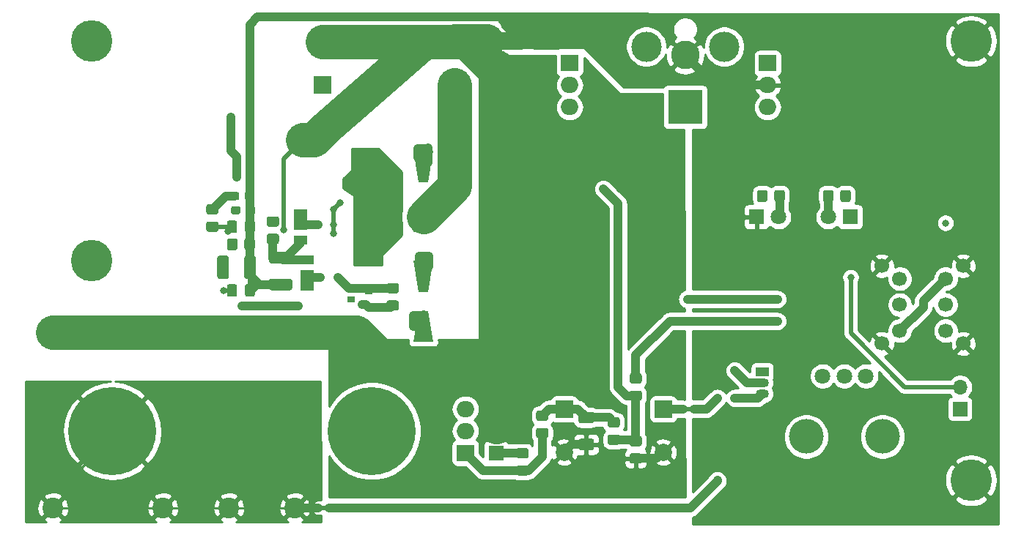
<source format=gbr>
%TF.GenerationSoftware,KiCad,Pcbnew,(5.1.9)-1*%
%TF.CreationDate,2022-12-04T20:34:53-06:00*%
%TF.ProjectId,Battery_Charger_V1,42617474-6572-4795-9f43-686172676572,rev?*%
%TF.SameCoordinates,Original*%
%TF.FileFunction,Copper,L2,Bot*%
%TF.FilePolarity,Positive*%
%FSLAX46Y46*%
G04 Gerber Fmt 4.6, Leading zero omitted, Abs format (unit mm)*
G04 Created by KiCad (PCBNEW (5.1.9)-1) date 2022-12-04 20:34:53*
%MOMM*%
%LPD*%
G01*
G04 APERTURE LIST*
%TA.AperFunction,EtchedComponent*%
%ADD10C,0.100000*%
%TD*%
%TA.AperFunction,ComponentPad*%
%ADD11C,1.700000*%
%TD*%
%TA.AperFunction,ComponentPad*%
%ADD12C,2.000000*%
%TD*%
%TA.AperFunction,ComponentPad*%
%ADD13R,2.000000X2.000000*%
%TD*%
%TA.AperFunction,ComponentPad*%
%ADD14C,10.160000*%
%TD*%
%TA.AperFunction,ComponentPad*%
%ADD15R,1.800000X1.800000*%
%TD*%
%TA.AperFunction,ComponentPad*%
%ADD16C,1.800000*%
%TD*%
%TA.AperFunction,SMDPad,CuDef*%
%ADD17R,1.500000X1.050000*%
%TD*%
%TA.AperFunction,SMDPad,CuDef*%
%ADD18R,1.500000X2.400000*%
%TD*%
%TA.AperFunction,SMDPad,CuDef*%
%ADD19C,0.100000*%
%TD*%
%TA.AperFunction,SMDPad,CuDef*%
%ADD20R,0.900000X0.800000*%
%TD*%
%TA.AperFunction,ComponentPad*%
%ADD21R,4.000000X4.000000*%
%TD*%
%TA.AperFunction,ComponentPad*%
%ADD22C,3.300000*%
%TD*%
%TA.AperFunction,ComponentPad*%
%ADD23C,3.500000*%
%TD*%
%TA.AperFunction,ComponentPad*%
%ADD24R,1.700000X1.700000*%
%TD*%
%TA.AperFunction,ComponentPad*%
%ADD25O,1.700000X1.700000*%
%TD*%
%TA.AperFunction,ComponentPad*%
%ADD26C,4.800000*%
%TD*%
%TA.AperFunction,SMDPad,CuDef*%
%ADD27C,2.000000*%
%TD*%
%TA.AperFunction,SMDPad,CuDef*%
%ADD28C,0.500000*%
%TD*%
%TA.AperFunction,ComponentPad*%
%ADD29R,2.000000X1.905000*%
%TD*%
%TA.AperFunction,ComponentPad*%
%ADD30O,2.000000X1.905000*%
%TD*%
%TA.AperFunction,ComponentPad*%
%ADD31O,1.500000X1.050000*%
%TD*%
%TA.AperFunction,ComponentPad*%
%ADD32R,1.500000X1.050000*%
%TD*%
%TA.AperFunction,WasherPad*%
%ADD33C,4.000000*%
%TD*%
%TA.AperFunction,ComponentPad*%
%ADD34C,2.400000*%
%TD*%
%TA.AperFunction,ComponentPad*%
%ADD35O,2.400000X2.400000*%
%TD*%
%TA.AperFunction,ViaPad*%
%ADD36C,0.800000*%
%TD*%
%TA.AperFunction,Conductor*%
%ADD37C,0.250000*%
%TD*%
%TA.AperFunction,Conductor*%
%ADD38C,4.000000*%
%TD*%
%TA.AperFunction,Conductor*%
%ADD39C,1.000000*%
%TD*%
%TA.AperFunction,Conductor*%
%ADD40C,1.750000*%
%TD*%
%TA.AperFunction,Conductor*%
%ADD41C,0.500000*%
%TD*%
%TA.AperFunction,Conductor*%
%ADD42C,0.254000*%
%TD*%
%TA.AperFunction,Conductor*%
%ADD43C,0.100000*%
%TD*%
G04 APERTURE END LIST*
D10*
%TO.C,NT1*%
G36*
X147415000Y-76597000D02*
G01*
X143415000Y-76597000D01*
X143415000Y-78597000D01*
X147415000Y-78597000D01*
X147415000Y-76597000D01*
G37*
%TO.C,NT2*%
G36*
X166370000Y-120392000D02*
G01*
X167370000Y-120392000D01*
X167370000Y-119892000D01*
X166370000Y-119892000D01*
X166370000Y-120392000D01*
G37*
%TO.C,NT3*%
G36*
X123960000Y-131822000D02*
G01*
X124960000Y-131822000D01*
X124960000Y-131322000D01*
X123960000Y-131322000D01*
X123960000Y-131822000D01*
G37*
%TD*%
D11*
%TO.P,SW1,0*%
%TO.N,GND*%
X198502000Y-103577000D03*
X198502000Y-112577000D03*
X189102000Y-103577000D03*
X189102000Y-112577000D03*
%TO.P,SW1,6*%
%TO.N,/REF*%
X196452000Y-105077000D03*
%TO.P,SW1,5*%
%TO.N,/PGM1*%
X196452000Y-108077000D03*
%TO.P,SW1,4*%
%TO.N,/FB_BATT-*%
X196452000Y-111077000D03*
%TO.P,SW1,3*%
X191152000Y-105077000D03*
%TO.P,SW1,2*%
%TO.N,/PGM0*%
X191152000Y-108077000D03*
%TO.P,SW1,1*%
%TO.N,/REF*%
X191152000Y-111077000D03*
%TD*%
D12*
%TO.P,C23,2*%
%TO.N,GNDPWR*%
X124460000Y-77677000D03*
D13*
%TO.P,C23,1*%
%TO.N,/DC*%
X124460000Y-82677000D03*
%TD*%
D14*
%TO.P,BT1,1*%
%TO.N,+BATT*%
X130175000Y-122682000D03*
%TO.P,BT1,2*%
%TO.N,-BATT*%
X100205000Y-122682000D03*
%TD*%
%TO.P,C1,1*%
%TO.N,GND*%
%TA.AperFunction,SMDPad,CuDef*%
G36*
G01*
X116716000Y-96917500D02*
X116716000Y-97392500D01*
G75*
G02*
X116478500Y-97630000I-237500J0D01*
G01*
X115878500Y-97630000D01*
G75*
G02*
X115641000Y-97392500I0J237500D01*
G01*
X115641000Y-96917500D01*
G75*
G02*
X115878500Y-96680000I237500J0D01*
G01*
X116478500Y-96680000D01*
G75*
G02*
X116716000Y-96917500I0J-237500D01*
G01*
G37*
%TD.AperFunction*%
%TO.P,C1,2*%
%TO.N,Net-(C1-Pad2)*%
%TA.AperFunction,SMDPad,CuDef*%
G36*
G01*
X114991000Y-96917500D02*
X114991000Y-97392500D01*
G75*
G02*
X114753500Y-97630000I-237500J0D01*
G01*
X114153500Y-97630000D01*
G75*
G02*
X113916000Y-97392500I0J237500D01*
G01*
X113916000Y-96917500D01*
G75*
G02*
X114153500Y-96680000I237500J0D01*
G01*
X114753500Y-96680000D01*
G75*
G02*
X114991000Y-96917500I0J-237500D01*
G01*
G37*
%TD.AperFunction*%
%TD*%
%TO.P,C2,1*%
%TO.N,GND*%
%TA.AperFunction,SMDPad,CuDef*%
G36*
G01*
X116589000Y-95266500D02*
X116589000Y-95741500D01*
G75*
G02*
X116351500Y-95979000I-237500J0D01*
G01*
X115751500Y-95979000D01*
G75*
G02*
X115514000Y-95741500I0J237500D01*
G01*
X115514000Y-95266500D01*
G75*
G02*
X115751500Y-95029000I237500J0D01*
G01*
X116351500Y-95029000D01*
G75*
G02*
X116589000Y-95266500I0J-237500D01*
G01*
G37*
%TD.AperFunction*%
%TO.P,C2,2*%
%TO.N,Net-(C2-Pad2)*%
%TA.AperFunction,SMDPad,CuDef*%
G36*
G01*
X114864000Y-95266500D02*
X114864000Y-95741500D01*
G75*
G02*
X114626500Y-95979000I-237500J0D01*
G01*
X114026500Y-95979000D01*
G75*
G02*
X113789000Y-95741500I0J237500D01*
G01*
X113789000Y-95266500D01*
G75*
G02*
X114026500Y-95029000I237500J0D01*
G01*
X114626500Y-95029000D01*
G75*
G02*
X114864000Y-95266500I0J-237500D01*
G01*
G37*
%TD.AperFunction*%
%TD*%
%TO.P,C4,1*%
%TO.N,GND*%
%TA.AperFunction,SMDPad,CuDef*%
G36*
G01*
X116687000Y-105951000D02*
X116687000Y-106901000D01*
G75*
G02*
X116437000Y-107151000I-250000J0D01*
G01*
X115762000Y-107151000D01*
G75*
G02*
X115512000Y-106901000I0J250000D01*
G01*
X115512000Y-105951000D01*
G75*
G02*
X115762000Y-105701000I250000J0D01*
G01*
X116437000Y-105701000D01*
G75*
G02*
X116687000Y-105951000I0J-250000D01*
G01*
G37*
%TD.AperFunction*%
%TO.P,C4,2*%
%TO.N,Net-(C4-Pad2)*%
%TA.AperFunction,SMDPad,CuDef*%
G36*
G01*
X114612000Y-105951000D02*
X114612000Y-106901000D01*
G75*
G02*
X114362000Y-107151000I-250000J0D01*
G01*
X113687000Y-107151000D01*
G75*
G02*
X113437000Y-106901000I0J250000D01*
G01*
X113437000Y-105951000D01*
G75*
G02*
X113687000Y-105701000I250000J0D01*
G01*
X114362000Y-105701000D01*
G75*
G02*
X114612000Y-105951000I0J-250000D01*
G01*
G37*
%TD.AperFunction*%
%TD*%
%TO.P,C8,1*%
%TO.N,GND*%
%TA.AperFunction,SMDPad,CuDef*%
G36*
G01*
X116687000Y-98585000D02*
X116687000Y-99535000D01*
G75*
G02*
X116437000Y-99785000I-250000J0D01*
G01*
X115762000Y-99785000D01*
G75*
G02*
X115512000Y-99535000I0J250000D01*
G01*
X115512000Y-98585000D01*
G75*
G02*
X115762000Y-98335000I250000J0D01*
G01*
X116437000Y-98335000D01*
G75*
G02*
X116687000Y-98585000I0J-250000D01*
G01*
G37*
%TD.AperFunction*%
%TO.P,C8,2*%
%TO.N,Net-(C8-Pad2)*%
%TA.AperFunction,SMDPad,CuDef*%
G36*
G01*
X114612000Y-98585000D02*
X114612000Y-99535000D01*
G75*
G02*
X114362000Y-99785000I-250000J0D01*
G01*
X113687000Y-99785000D01*
G75*
G02*
X113437000Y-99535000I0J250000D01*
G01*
X113437000Y-98585000D01*
G75*
G02*
X113687000Y-98335000I250000J0D01*
G01*
X114362000Y-98335000D01*
G75*
G02*
X114612000Y-98585000I0J-250000D01*
G01*
G37*
%TD.AperFunction*%
%TD*%
%TO.P,C16,1*%
%TO.N,/VSMPS*%
%TA.AperFunction,SMDPad,CuDef*%
G36*
G01*
X154289998Y-120457000D02*
X155590002Y-120457000D01*
G75*
G02*
X155840000Y-120706998I0J-249998D01*
G01*
X155840000Y-121532002D01*
G75*
G02*
X155590002Y-121782000I-249998J0D01*
G01*
X154289998Y-121782000D01*
G75*
G02*
X154040000Y-121532002I0J249998D01*
G01*
X154040000Y-120706998D01*
G75*
G02*
X154289998Y-120457000I249998J0D01*
G01*
G37*
%TD.AperFunction*%
%TO.P,C16,2*%
%TO.N,GNDPWR*%
%TA.AperFunction,SMDPad,CuDef*%
G36*
G01*
X154289998Y-123582000D02*
X155590002Y-123582000D01*
G75*
G02*
X155840000Y-123831998I0J-249998D01*
G01*
X155840000Y-124657002D01*
G75*
G02*
X155590002Y-124907000I-249998J0D01*
G01*
X154289998Y-124907000D01*
G75*
G02*
X154040000Y-124657002I0J249998D01*
G01*
X154040000Y-123831998D01*
G75*
G02*
X154289998Y-123582000I249998J0D01*
G01*
G37*
%TD.AperFunction*%
%TD*%
%TO.P,C20,2*%
%TO.N,GND*%
%TA.AperFunction,SMDPad,CuDef*%
G36*
G01*
X115454000Y-104859002D02*
X115454000Y-102658998D01*
G75*
G02*
X115703998Y-102409000I249998J0D01*
G01*
X116529002Y-102409000D01*
G75*
G02*
X116779000Y-102658998I0J-249998D01*
G01*
X116779000Y-104859002D01*
G75*
G02*
X116529002Y-105109000I-249998J0D01*
G01*
X115703998Y-105109000D01*
G75*
G02*
X115454000Y-104859002I0J249998D01*
G01*
G37*
%TD.AperFunction*%
%TO.P,C20,1*%
%TO.N,Net-(C20-Pad1)*%
%TA.AperFunction,SMDPad,CuDef*%
G36*
G01*
X112329000Y-104859002D02*
X112329000Y-102658998D01*
G75*
G02*
X112578998Y-102409000I249998J0D01*
G01*
X113404002Y-102409000D01*
G75*
G02*
X113654000Y-102658998I0J-249998D01*
G01*
X113654000Y-104859002D01*
G75*
G02*
X113404002Y-105109000I-249998J0D01*
G01*
X112578998Y-105109000D01*
G75*
G02*
X112329000Y-104859002I0J249998D01*
G01*
G37*
%TD.AperFunction*%
%TD*%
%TO.P,C21,1*%
%TO.N,/INTVCC*%
%TA.AperFunction,SMDPad,CuDef*%
G36*
G01*
X118533998Y-101953500D02*
X120734002Y-101953500D01*
G75*
G02*
X120984000Y-102203498I0J-249998D01*
G01*
X120984000Y-103028502D01*
G75*
G02*
X120734002Y-103278500I-249998J0D01*
G01*
X118533998Y-103278500D01*
G75*
G02*
X118284000Y-103028502I0J249998D01*
G01*
X118284000Y-102203498D01*
G75*
G02*
X118533998Y-101953500I249998J0D01*
G01*
G37*
%TD.AperFunction*%
%TO.P,C21,2*%
%TO.N,GND*%
%TA.AperFunction,SMDPad,CuDef*%
G36*
G01*
X118533998Y-105078500D02*
X120734002Y-105078500D01*
G75*
G02*
X120984000Y-105328498I0J-249998D01*
G01*
X120984000Y-106153502D01*
G75*
G02*
X120734002Y-106403500I-249998J0D01*
G01*
X118533998Y-106403500D01*
G75*
G02*
X118284000Y-106153502I0J249998D01*
G01*
X118284000Y-105328498D01*
G75*
G02*
X118533998Y-105078500I249998J0D01*
G01*
G37*
%TD.AperFunction*%
%TD*%
D13*
%TO.P,C22,1*%
%TO.N,/DC*%
X139700000Y-82677000D03*
D12*
%TO.P,C22,2*%
%TO.N,GNDPWR*%
X139700000Y-77677000D03*
%TD*%
%TO.P,C24,2*%
%TO.N,GNDPWR*%
X163830000Y-125142000D03*
D13*
%TO.P,C24,1*%
%TO.N,/VSMPS*%
X163830000Y-120142000D03*
%TD*%
%TO.P,C25,1*%
%TO.N,/VSMPS*%
X152400000Y-120142000D03*
D12*
%TO.P,C25,2*%
%TO.N,GNDPWR*%
X152400000Y-125142000D03*
%TD*%
D15*
%TO.P,D1,1*%
%TO.N,GND*%
X174625000Y-97917000D03*
D16*
%TO.P,D1,2*%
%TO.N,/PWR_LED*%
X177165000Y-97917000D03*
%TD*%
%TO.P,D2,2*%
%TO.N,/FASTCHG_LED*%
X182880000Y-97917000D03*
D15*
%TO.P,D2,1*%
%TO.N,/nFASTCHG*%
X185420000Y-97917000D03*
%TD*%
D17*
%TO.P,D3,2*%
%TO.N,/INTVCC*%
X121920000Y-100585000D03*
D18*
%TO.P,D3,1*%
%TO.N,Net-(C5-Pad1)*%
X121920000Y-98210000D03*
%TD*%
%TO.P,D4,1*%
%TO.N,Net-(C6-Pad2)*%
X122682000Y-105244000D03*
D17*
%TO.P,D4,2*%
%TO.N,/INTVCC*%
X122682000Y-102869000D03*
%TD*%
%TA.AperFunction,SMDPad,CuDef*%
D19*
%TO.P,D5,2*%
%TO.N,Net-(C5-Pad2)*%
G36*
X134994000Y-90296000D02*
G01*
X137294000Y-90296000D01*
X136694000Y-93896000D01*
X135594000Y-93896000D01*
X134994000Y-90296000D01*
G37*
%TD.AperFunction*%
%TA.AperFunction,SMDPad,CuDef*%
%TO.P,D5,1*%
%TO.N,/DC*%
G36*
X137294000Y-99696000D02*
G01*
X134994000Y-99696000D01*
X135594000Y-96096000D01*
X136694000Y-96096000D01*
X137294000Y-99696000D01*
G37*
%TD.AperFunction*%
%TD*%
%TA.AperFunction,SMDPad,CuDef*%
%TO.P,D7,1*%
%TO.N,/Vout*%
G36*
X137294000Y-112396000D02*
G01*
X134994000Y-112396000D01*
X135594000Y-108796000D01*
X136694000Y-108796000D01*
X137294000Y-112396000D01*
G37*
%TD.AperFunction*%
%TA.AperFunction,SMDPad,CuDef*%
%TO.P,D7,2*%
%TO.N,Net-(D7-Pad2)*%
G36*
X134994000Y-102996000D02*
G01*
X137294000Y-102996000D01*
X136694000Y-106596000D01*
X135594000Y-106596000D01*
X134994000Y-102996000D01*
G37*
%TD.AperFunction*%
%TD*%
D20*
%TO.P,D9,2*%
%TO.N,Net-(D9-Pad2)*%
X129778000Y-106492000D03*
%TO.P,D9,3*%
%TO.N,/BG2*%
X129778000Y-108392000D03*
%TO.P,D9,1*%
%TO.N,Net-(D9-Pad1)*%
X127778000Y-107442000D03*
%TD*%
D21*
%TO.P,J1,1*%
%TO.N,Net-(J1-Pad1)*%
X166370000Y-85217000D03*
D22*
%TO.P,J1,2*%
%TO.N,GND*%
X166370000Y-79217000D03*
D23*
%TO.P,J1,MP*%
%TO.N,N/C*%
X170870000Y-78217000D03*
X161870000Y-78217000D03*
%TD*%
D24*
%TO.P,J2,1*%
%TO.N,Net-(J2-Pad1)*%
X144526000Y-125222000D03*
D25*
%TO.P,J2,2*%
%TO.N,GNDPWR*%
X144526000Y-122682000D03*
%TD*%
D26*
%TO.P,J3,1*%
%TO.N,GND*%
X199390000Y-77597000D03*
%TD*%
%TO.P,J4,1*%
%TO.N,GND*%
X199390000Y-128397000D03*
%TD*%
%TO.P,J5,1*%
%TO.N,Net-(J5-Pad1)*%
X97790000Y-77597000D03*
%TD*%
%TO.P,J6,1*%
%TO.N,Net-(J6-Pad1)*%
X97790000Y-102997000D03*
%TD*%
D27*
%TO.P,NT1,1*%
%TO.N,GND*%
X147415000Y-77597000D03*
%TO.P,NT1,2*%
%TO.N,GNDPWR*%
X143415000Y-77597000D03*
%TD*%
D28*
%TO.P,NT2,1*%
%TO.N,/VSMPS*%
X166370000Y-120142000D03*
%TO.P,NT2,2*%
%TO.N,Net-(NT2-Pad2)*%
X167370000Y-120142000D03*
%TD*%
%TO.P,NT3,2*%
%TO.N,Net-(NT3-Pad2)*%
X124960000Y-131572000D03*
%TO.P,NT3,1*%
%TO.N,-BATT*%
X123960000Y-131572000D03*
%TD*%
D29*
%TO.P,Q1,1*%
%TO.N,Net-(Q1-Pad1)*%
X153035000Y-80137000D03*
D30*
%TO.P,Q1,2*%
%TO.N,/DC*%
X153035000Y-82677000D03*
%TO.P,Q1,3*%
%TO.N,Net-(J1-Pad1)*%
X153035000Y-85217000D03*
%TD*%
D29*
%TO.P,Q2,1*%
%TO.N,Net-(Q2-Pad1)*%
X140970000Y-125222000D03*
D30*
%TO.P,Q2,2*%
%TO.N,+BATT*%
X140970000Y-122682000D03*
%TO.P,Q2,3*%
%TO.N,/VSMPS*%
X140970000Y-120142000D03*
%TD*%
D31*
%TO.P,Q7,2*%
%TO.N,Net-(Q7-Pad2)*%
X175260000Y-117094000D03*
%TO.P,Q7,3*%
%TO.N,Net-(C10-Pad1)*%
X175260000Y-118364000D03*
D32*
%TO.P,Q7,1*%
%TO.N,/FB_BATT+*%
X175260000Y-115824000D03*
%TD*%
%TO.P,R7,2*%
%TO.N,Net-(D9-Pad2)*%
%TA.AperFunction,SMDPad,CuDef*%
G36*
G01*
X133038001Y-106772000D02*
X132137999Y-106772000D01*
G75*
G02*
X131888000Y-106522001I0J249999D01*
G01*
X131888000Y-105821999D01*
G75*
G02*
X132137999Y-105572000I249999J0D01*
G01*
X133038001Y-105572000D01*
G75*
G02*
X133288000Y-105821999I0J-249999D01*
G01*
X133288000Y-106522001D01*
G75*
G02*
X133038001Y-106772000I-249999J0D01*
G01*
G37*
%TD.AperFunction*%
%TO.P,R7,1*%
%TO.N,/BG2*%
%TA.AperFunction,SMDPad,CuDef*%
G36*
G01*
X133038001Y-108772000D02*
X132137999Y-108772000D01*
G75*
G02*
X131888000Y-108522001I0J249999D01*
G01*
X131888000Y-107821999D01*
G75*
G02*
X132137999Y-107572000I249999J0D01*
G01*
X133038001Y-107572000D01*
G75*
G02*
X133288000Y-107821999I0J-249999D01*
G01*
X133288000Y-108522001D01*
G75*
G02*
X133038001Y-108772000I-249999J0D01*
G01*
G37*
%TD.AperFunction*%
%TD*%
%TO.P,R16,2*%
%TO.N,/V_FB*%
%TA.AperFunction,SMDPad,CuDef*%
G36*
G01*
X160204999Y-118002000D02*
X161105001Y-118002000D01*
G75*
G02*
X161355000Y-118251999I0J-249999D01*
G01*
X161355000Y-118952001D01*
G75*
G02*
X161105001Y-119202000I-249999J0D01*
G01*
X160204999Y-119202000D01*
G75*
G02*
X159955000Y-118952001I0J249999D01*
G01*
X159955000Y-118251999D01*
G75*
G02*
X160204999Y-118002000I249999J0D01*
G01*
G37*
%TD.AperFunction*%
%TO.P,R16,1*%
%TO.N,/FEEDBACK*%
%TA.AperFunction,SMDPad,CuDef*%
G36*
G01*
X160204999Y-116002000D02*
X161105001Y-116002000D01*
G75*
G02*
X161355000Y-116251999I0J-249999D01*
G01*
X161355000Y-116952001D01*
G75*
G02*
X161105001Y-117202000I-249999J0D01*
G01*
X160204999Y-117202000D01*
G75*
G02*
X159955000Y-116952001I0J249999D01*
G01*
X159955000Y-116251999D01*
G75*
G02*
X160204999Y-116002000I249999J0D01*
G01*
G37*
%TD.AperFunction*%
%TD*%
%TO.P,R17,2*%
%TO.N,+5V*%
%TA.AperFunction,SMDPad,CuDef*%
G36*
G01*
X175876000Y-95053999D02*
X175876000Y-95954001D01*
G75*
G02*
X175626001Y-96204000I-249999J0D01*
G01*
X174925999Y-96204000D01*
G75*
G02*
X174676000Y-95954001I0J249999D01*
G01*
X174676000Y-95053999D01*
G75*
G02*
X174925999Y-94804000I249999J0D01*
G01*
X175626001Y-94804000D01*
G75*
G02*
X175876000Y-95053999I0J-249999D01*
G01*
G37*
%TD.AperFunction*%
%TO.P,R17,1*%
%TO.N,/PWR_LED*%
%TA.AperFunction,SMDPad,CuDef*%
G36*
G01*
X177876000Y-95053999D02*
X177876000Y-95954001D01*
G75*
G02*
X177626001Y-96204000I-249999J0D01*
G01*
X176925999Y-96204000D01*
G75*
G02*
X176676000Y-95954001I0J249999D01*
G01*
X176676000Y-95053999D01*
G75*
G02*
X176925999Y-94804000I249999J0D01*
G01*
X177626001Y-94804000D01*
G75*
G02*
X177876000Y-95053999I0J-249999D01*
G01*
G37*
%TD.AperFunction*%
%TD*%
%TO.P,R18,1*%
%TO.N,/FASTCHG_LED*%
%TA.AperFunction,SMDPad,CuDef*%
G36*
G01*
X182296000Y-95954001D02*
X182296000Y-95053999D01*
G75*
G02*
X182545999Y-94804000I249999J0D01*
G01*
X183246001Y-94804000D01*
G75*
G02*
X183496000Y-95053999I0J-249999D01*
G01*
X183496000Y-95954001D01*
G75*
G02*
X183246001Y-96204000I-249999J0D01*
G01*
X182545999Y-96204000D01*
G75*
G02*
X182296000Y-95954001I0J249999D01*
G01*
G37*
%TD.AperFunction*%
%TO.P,R18,2*%
%TO.N,+5V*%
%TA.AperFunction,SMDPad,CuDef*%
G36*
G01*
X184296000Y-95954001D02*
X184296000Y-95053999D01*
G75*
G02*
X184545999Y-94804000I249999J0D01*
G01*
X185246001Y-94804000D01*
G75*
G02*
X185496000Y-95053999I0J-249999D01*
G01*
X185496000Y-95954001D01*
G75*
G02*
X185246001Y-96204000I-249999J0D01*
G01*
X184545999Y-96204000D01*
G75*
G02*
X184296000Y-95954001I0J249999D01*
G01*
G37*
%TD.AperFunction*%
%TD*%
%TO.P,R19,1*%
%TO.N,Net-(C8-Pad2)*%
%TA.AperFunction,SMDPad,CuDef*%
G36*
G01*
X112210001Y-99644000D02*
X111309999Y-99644000D01*
G75*
G02*
X111060000Y-99394001I0J249999D01*
G01*
X111060000Y-98693999D01*
G75*
G02*
X111309999Y-98444000I249999J0D01*
G01*
X112210001Y-98444000D01*
G75*
G02*
X112460000Y-98693999I0J-249999D01*
G01*
X112460000Y-99394001D01*
G75*
G02*
X112210001Y-99644000I-249999J0D01*
G01*
G37*
%TD.AperFunction*%
%TO.P,R19,2*%
%TO.N,Net-(C2-Pad2)*%
%TA.AperFunction,SMDPad,CuDef*%
G36*
G01*
X112210001Y-97644000D02*
X111309999Y-97644000D01*
G75*
G02*
X111060000Y-97394001I0J249999D01*
G01*
X111060000Y-96693999D01*
G75*
G02*
X111309999Y-96444000I249999J0D01*
G01*
X112210001Y-96444000D01*
G75*
G02*
X112460000Y-96693999I0J-249999D01*
G01*
X112460000Y-97394001D01*
G75*
G02*
X112210001Y-97644000I-249999J0D01*
G01*
G37*
%TD.AperFunction*%
%TD*%
%TO.P,R28,2*%
%TO.N,Net-(Q2-Pad1)*%
%TA.AperFunction,SMDPad,CuDef*%
G36*
G01*
X147123999Y-126654000D02*
X148024001Y-126654000D01*
G75*
G02*
X148274000Y-126903999I0J-249999D01*
G01*
X148274000Y-127604001D01*
G75*
G02*
X148024001Y-127854000I-249999J0D01*
G01*
X147123999Y-127854000D01*
G75*
G02*
X146874000Y-127604001I0J249999D01*
G01*
X146874000Y-126903999D01*
G75*
G02*
X147123999Y-126654000I249999J0D01*
G01*
G37*
%TD.AperFunction*%
%TO.P,R28,1*%
%TO.N,Net-(J2-Pad1)*%
%TA.AperFunction,SMDPad,CuDef*%
G36*
G01*
X147123999Y-124654000D02*
X148024001Y-124654000D01*
G75*
G02*
X148274000Y-124903999I0J-249999D01*
G01*
X148274000Y-125604001D01*
G75*
G02*
X148024001Y-125854000I-249999J0D01*
G01*
X147123999Y-125854000D01*
G75*
G02*
X146874000Y-125604001I0J249999D01*
G01*
X146874000Y-124903999D01*
G75*
G02*
X147123999Y-124654000I249999J0D01*
G01*
G37*
%TD.AperFunction*%
%TD*%
%TO.P,R32,2*%
%TO.N,/INTVCC*%
%TA.AperFunction,SMDPad,CuDef*%
G36*
G01*
X118294999Y-99857000D02*
X119195001Y-99857000D01*
G75*
G02*
X119445000Y-100106999I0J-249999D01*
G01*
X119445000Y-100807001D01*
G75*
G02*
X119195001Y-101057000I-249999J0D01*
G01*
X118294999Y-101057000D01*
G75*
G02*
X118045000Y-100807001I0J249999D01*
G01*
X118045000Y-100106999D01*
G75*
G02*
X118294999Y-99857000I249999J0D01*
G01*
G37*
%TD.AperFunction*%
%TO.P,R32,1*%
%TO.N,Net-(R32-Pad1)*%
%TA.AperFunction,SMDPad,CuDef*%
G36*
G01*
X118294999Y-97857000D02*
X119195001Y-97857000D01*
G75*
G02*
X119445000Y-98106999I0J-249999D01*
G01*
X119445000Y-98807001D01*
G75*
G02*
X119195001Y-99057000I-249999J0D01*
G01*
X118294999Y-99057000D01*
G75*
G02*
X118045000Y-98807001I0J249999D01*
G01*
X118045000Y-98106999D01*
G75*
G02*
X118294999Y-97857000I249999J0D01*
G01*
G37*
%TD.AperFunction*%
%TD*%
%TO.P,R33,1*%
%TO.N,/V_FB*%
%TA.AperFunction,SMDPad,CuDef*%
G36*
G01*
X160204999Y-123257000D02*
X161105001Y-123257000D01*
G75*
G02*
X161355000Y-123506999I0J-249999D01*
G01*
X161355000Y-124207001D01*
G75*
G02*
X161105001Y-124457000I-249999J0D01*
G01*
X160204999Y-124457000D01*
G75*
G02*
X159955000Y-124207001I0J249999D01*
G01*
X159955000Y-123506999D01*
G75*
G02*
X160204999Y-123257000I249999J0D01*
G01*
G37*
%TD.AperFunction*%
%TO.P,R33,2*%
%TO.N,GNDPWR*%
%TA.AperFunction,SMDPad,CuDef*%
G36*
G01*
X160204999Y-125257000D02*
X161105001Y-125257000D01*
G75*
G02*
X161355000Y-125506999I0J-249999D01*
G01*
X161355000Y-126207001D01*
G75*
G02*
X161105001Y-126457000I-249999J0D01*
G01*
X160204999Y-126457000D01*
G75*
G02*
X159955000Y-126207001I0J249999D01*
G01*
X159955000Y-125506999D01*
G75*
G02*
X160204999Y-125257000I249999J0D01*
G01*
G37*
%TD.AperFunction*%
%TD*%
%TO.P,R34,1*%
%TO.N,Net-(R34-Pad1)*%
%TA.AperFunction,SMDPad,CuDef*%
G36*
G01*
X113462000Y-101542001D02*
X113462000Y-100641999D01*
G75*
G02*
X113711999Y-100392000I249999J0D01*
G01*
X114412001Y-100392000D01*
G75*
G02*
X114662000Y-100641999I0J-249999D01*
G01*
X114662000Y-101542001D01*
G75*
G02*
X114412001Y-101792000I-249999J0D01*
G01*
X113711999Y-101792000D01*
G75*
G02*
X113462000Y-101542001I0J249999D01*
G01*
G37*
%TD.AperFunction*%
%TO.P,R34,2*%
%TO.N,GND*%
%TA.AperFunction,SMDPad,CuDef*%
G36*
G01*
X115462000Y-101542001D02*
X115462000Y-100641999D01*
G75*
G02*
X115711999Y-100392000I249999J0D01*
G01*
X116412001Y-100392000D01*
G75*
G02*
X116662000Y-100641999I0J-249999D01*
G01*
X116662000Y-101542001D01*
G75*
G02*
X116412001Y-101792000I-249999J0D01*
G01*
X115711999Y-101792000D01*
G75*
G02*
X115462000Y-101542001I0J249999D01*
G01*
G37*
%TD.AperFunction*%
%TD*%
%TO.P,R35,1*%
%TO.N,Net-(Q2-Pad1)*%
%TA.AperFunction,SMDPad,CuDef*%
G36*
G01*
X150310001Y-123520000D02*
X149409999Y-123520000D01*
G75*
G02*
X149160000Y-123270001I0J249999D01*
G01*
X149160000Y-122569999D01*
G75*
G02*
X149409999Y-122320000I249999J0D01*
G01*
X150310001Y-122320000D01*
G75*
G02*
X150560000Y-122569999I0J-249999D01*
G01*
X150560000Y-123270001D01*
G75*
G02*
X150310001Y-123520000I-249999J0D01*
G01*
G37*
%TD.AperFunction*%
%TO.P,R35,2*%
%TO.N,/VSMPS*%
%TA.AperFunction,SMDPad,CuDef*%
G36*
G01*
X150310001Y-121520000D02*
X149409999Y-121520000D01*
G75*
G02*
X149160000Y-121270001I0J249999D01*
G01*
X149160000Y-120569999D01*
G75*
G02*
X149409999Y-120320000I249999J0D01*
G01*
X150310001Y-120320000D01*
G75*
G02*
X150560000Y-120569999I0J-249999D01*
G01*
X150560000Y-121270001D01*
G75*
G02*
X150310001Y-121520000I-249999J0D01*
G01*
G37*
%TD.AperFunction*%
%TD*%
%TO.P,R36,2*%
%TO.N,/V_FB*%
%TA.AperFunction,SMDPad,CuDef*%
G36*
G01*
X157664999Y-123082000D02*
X158565001Y-123082000D01*
G75*
G02*
X158815000Y-123331999I0J-249999D01*
G01*
X158815000Y-124032001D01*
G75*
G02*
X158565001Y-124282000I-249999J0D01*
G01*
X157664999Y-124282000D01*
G75*
G02*
X157415000Y-124032001I0J249999D01*
G01*
X157415000Y-123331999D01*
G75*
G02*
X157664999Y-123082000I249999J0D01*
G01*
G37*
%TD.AperFunction*%
%TO.P,R36,1*%
%TO.N,/VSMPS*%
%TA.AperFunction,SMDPad,CuDef*%
G36*
G01*
X157664999Y-121082000D02*
X158565001Y-121082000D01*
G75*
G02*
X158815000Y-121331999I0J-249999D01*
G01*
X158815000Y-122032001D01*
G75*
G02*
X158565001Y-122282000I-249999J0D01*
G01*
X157664999Y-122282000D01*
G75*
G02*
X157415000Y-122032001I0J249999D01*
G01*
X157415000Y-121331999D01*
G75*
G02*
X157664999Y-121082000I249999J0D01*
G01*
G37*
%TD.AperFunction*%
%TD*%
D16*
%TO.P,RV1,3*%
%TO.N,Net-(R24-Pad1)*%
X187245000Y-116332000D03*
%TO.P,RV1,2*%
%TO.N,/VCELL*%
X184745000Y-116332000D03*
%TO.P,RV1,1*%
%TO.N,Net-(R30-Pad2)*%
X182245000Y-116332000D03*
D33*
%TO.P,RV1,*%
%TO.N,*%
X189145000Y-123332000D03*
X180345000Y-123332000D03*
%TD*%
D25*
%TO.P,TH1,2*%
%TO.N,/TEMP*%
X198120000Y-117602000D03*
D24*
%TO.P,TH1,1*%
%TO.N,/REF*%
X198120000Y-120142000D03*
%TD*%
D30*
%TO.P,U1,3*%
%TO.N,+5V*%
X175895000Y-85217000D03*
%TO.P,U1,2*%
%TO.N,GND*%
X175895000Y-82677000D03*
D29*
%TO.P,U1,1*%
%TO.N,/DC*%
X175895000Y-80137000D03*
%TD*%
D34*
%TO.P,R3,1*%
%TO.N,-BATT*%
X121285000Y-131572000D03*
D35*
%TO.P,R3,2*%
%TO.N,GNDPWR*%
X121285000Y-111252000D03*
%TD*%
D34*
%TO.P,R4,1*%
%TO.N,-BATT*%
X113665000Y-131572000D03*
D35*
%TO.P,R4,2*%
%TO.N,GNDPWR*%
X113665000Y-111252000D03*
%TD*%
%TO.P,R5,2*%
%TO.N,GNDPWR*%
X106045000Y-111252000D03*
D34*
%TO.P,R5,1*%
%TO.N,-BATT*%
X106045000Y-131572000D03*
%TD*%
D35*
%TO.P,R6,2*%
%TO.N,GNDPWR*%
X93345000Y-111252000D03*
D34*
%TO.P,R6,1*%
%TO.N,-BATT*%
X93345000Y-131572000D03*
%TD*%
D36*
%TO.N,Net-(C1-Pad2)*%
X114453500Y-97155000D03*
%TO.N,GND*%
X201168000Y-122428000D03*
X192532000Y-82042000D03*
X189992000Y-83312000D03*
X188468000Y-83312000D03*
X186182000Y-83312000D03*
X184658000Y-83312000D03*
X182372000Y-83312000D03*
X180848000Y-83312000D03*
X192405000Y-94805500D03*
X119062500Y-105854500D03*
X180848000Y-108712000D03*
X172255000Y-122047000D03*
X172255000Y-125222000D03*
X174625000Y-125317000D03*
X174625000Y-128397000D03*
X120078500Y-105854500D03*
%TO.N,Net-(C4-Pad2)*%
X113030000Y-106458000D03*
%TO.N,Net-(C5-Pad2)*%
X135509000Y-90043000D03*
X136652000Y-89916000D03*
X136652000Y-91059000D03*
X135509000Y-91059000D03*
%TO.N,Net-(C5-Pad1)*%
X123952000Y-98844500D03*
%TO.N,Net-(C6-Pad2)*%
X124206000Y-104902000D03*
%TO.N,/DC*%
X136779000Y-96647000D03*
X136779000Y-97917000D03*
X135636000Y-97917000D03*
X135636000Y-96647000D03*
%TO.N,Net-(C8-Pad2)*%
X113538000Y-99568000D03*
%TO.N,Net-(C10-Pad1)*%
X172085000Y-118872000D03*
%TO.N,/FB_BATT-*%
X166624000Y-107442000D03*
X177038000Y-107442000D03*
%TO.N,Net-(C20-Pad1)*%
X112991500Y-103759000D03*
%TO.N,/INTVCC*%
X119618952Y-102600952D03*
X118745000Y-101727000D03*
X118745000Y-100457000D03*
%TO.N,Net-(D6-Pad2)*%
X128270000Y-94107000D03*
X127254000Y-94107000D03*
X130683000Y-90424000D03*
X130937000Y-103124000D03*
X128270000Y-90424000D03*
X128524000Y-103124000D03*
X129688000Y-103124000D03*
X129434000Y-90424000D03*
X129313000Y-94107000D03*
%TO.N,Net-(D7-Pad2)*%
X135636000Y-102489000D03*
X136779000Y-102489000D03*
X136779000Y-103632000D03*
X135636000Y-103632000D03*
%TO.N,Net-(D9-Pad2)*%
X126238000Y-104902000D03*
%TO.N,/BG2*%
X129032000Y-108077000D03*
%TO.N,+5V*%
X175260000Y-95504000D03*
X184896000Y-95504000D03*
%TO.N,Net-(NT2-Pad2)*%
X170085000Y-118872000D03*
%TO.N,Net-(NT3-Pad2)*%
X170085000Y-128397000D03*
%TO.N,Net-(Q3-Pad2)*%
X125730000Y-99822000D03*
X125730000Y-98806000D03*
X125730000Y-97028000D03*
X126492000Y-96266000D03*
%TO.N,Net-(Q7-Pad2)*%
X172085000Y-115697000D03*
%TO.N,/Vout*%
X136144000Y-109220000D03*
X136144000Y-110596000D03*
X135001000Y-110617000D03*
X135001000Y-109347000D03*
X121666000Y-108204000D03*
X115189000Y-108204000D03*
X116332000Y-108204000D03*
X120523000Y-108204000D03*
%TO.N,/FEEDBACK*%
X177038000Y-109982000D03*
%TO.N,/TEMP*%
X185495000Y-104902000D03*
%TO.N,Net-(R32-Pad1)*%
X118745000Y-98457000D03*
%TO.N,Net-(R34-Pad1)*%
X114062000Y-101092000D03*
%TO.N,/REF*%
X196437000Y-98615500D03*
%TO.N,/V_FB*%
X113919000Y-88392000D03*
X113919000Y-87376000D03*
X113919000Y-86360000D03*
X114554000Y-90932000D03*
X114554000Y-92075000D03*
X114554000Y-93345000D03*
X158623000Y-96393000D03*
X157797500Y-95567500D03*
X156908500Y-94678500D03*
%TO.N,GNDPWR*%
X122158000Y-89027000D03*
X124968000Y-89567000D03*
X124841000Y-87630000D03*
X122174000Y-87630000D03*
X138049000Y-114808000D03*
X139700000Y-113665000D03*
X120015000Y-99441000D03*
%TD*%
D37*
%TO.N,-BATT*%
X121285000Y-131572000D02*
X95250000Y-131572000D01*
X95250000Y-128272000D02*
X95250000Y-131572000D01*
X100840000Y-122682000D02*
X95250000Y-128272000D01*
X95250000Y-131572000D02*
X93345000Y-131572000D01*
D38*
X100205000Y-122682000D02*
X100205000Y-125732000D01*
X100205000Y-122682000D02*
X100205000Y-124712000D01*
D39*
X123960000Y-131572000D02*
X121285000Y-131572000D01*
%TO.N,Net-(C2-Pad2)*%
X113300000Y-95504000D02*
X111760000Y-97044000D01*
X114326500Y-95504000D02*
X113300000Y-95504000D01*
D37*
%TO.N,GND*%
X118770000Y-105854500D02*
X118745000Y-105829500D01*
X119062500Y-105854500D02*
X118770000Y-105854500D01*
X169830000Y-82677000D02*
X175895000Y-82677000D01*
X118745000Y-106172000D02*
X119062500Y-105854500D01*
D39*
X173895000Y-82677000D02*
X169830000Y-82677000D01*
X175895000Y-82677000D02*
X173895000Y-82677000D01*
X161956000Y-74803000D02*
X162083000Y-74930000D01*
X147415000Y-74835000D02*
X147447000Y-74803000D01*
X147447000Y-74803000D02*
X161956000Y-74803000D01*
X116967000Y-74803000D02*
X147447000Y-74803000D01*
X162083000Y-74930000D02*
X162512000Y-75359000D01*
D40*
X166370000Y-78992002D02*
X166370000Y-79217000D01*
D39*
X169306500Y-82153500D02*
X169830000Y-82677000D01*
X168100000Y-80947000D02*
X169306500Y-82153500D01*
X166370000Y-79217000D02*
X168100000Y-80947000D01*
D40*
X147415000Y-77597000D02*
X149733000Y-77597000D01*
D39*
X147415000Y-75533000D02*
X147415000Y-74835000D01*
D40*
X145891000Y-75533000D02*
X147415000Y-75533000D01*
X147415000Y-77057000D02*
X145891000Y-75533000D01*
X147415000Y-77597000D02*
X147415000Y-77057000D01*
X147415000Y-75533000D02*
X147415000Y-75660000D01*
X147415000Y-75660000D02*
X148336000Y-76581000D01*
D39*
X119634000Y-105741000D02*
X117171000Y-105741000D01*
X116078000Y-75692000D02*
X116967000Y-74803000D01*
X116051500Y-95276500D02*
X116078000Y-95250000D01*
X116051500Y-95504000D02*
X116051500Y-95276500D01*
X116078000Y-95250000D02*
X116078000Y-75692000D01*
X116178500Y-97001500D02*
X116078000Y-96901000D01*
X116178500Y-97155000D02*
X116178500Y-97001500D01*
X116078000Y-96901000D02*
X116078000Y-95250000D01*
X116099500Y-99060000D02*
X116078000Y-99060000D01*
X116078000Y-99060000D02*
X116078000Y-96901000D01*
X116062000Y-100727000D02*
X116078000Y-100711000D01*
X116062000Y-101092000D02*
X116062000Y-100727000D01*
X116078000Y-100711000D02*
X116078000Y-99060000D01*
X116078000Y-104648000D02*
X116078000Y-100711000D01*
D41*
X116099500Y-103776000D02*
X116116500Y-103759000D01*
X116099500Y-106426000D02*
X116099500Y-103776000D01*
X116486000Y-106426000D02*
X117171000Y-105741000D01*
X116099500Y-106426000D02*
X116486000Y-106426000D01*
X116099500Y-105896500D02*
X116713000Y-105283000D01*
D39*
X116713000Y-105283000D02*
X116078000Y-104648000D01*
D41*
X116099500Y-106426000D02*
X116099500Y-105896500D01*
D39*
X117171000Y-105741000D02*
X116713000Y-105283000D01*
D41*
%TO.N,Net-(C4-Pad2)*%
X113062000Y-106426000D02*
X113030000Y-106458000D01*
X114024500Y-106426000D02*
X113062000Y-106426000D01*
D39*
%TO.N,Net-(C5-Pad2)*%
X135509000Y-90043000D02*
X135509000Y-91059000D01*
X136525000Y-90043000D02*
X136652000Y-89916000D01*
X135509000Y-90043000D02*
X136525000Y-90043000D01*
X136652000Y-91588000D02*
X136144000Y-92096000D01*
X136652000Y-89916000D02*
X136652000Y-91588000D01*
%TO.N,Net-(C5-Pad1)*%
X122212500Y-98844500D02*
X121920000Y-98552000D01*
X123952000Y-98844500D02*
X122212500Y-98844500D01*
%TO.N,Net-(C6-Pad2)*%
X123024000Y-104902000D02*
X122682000Y-105244000D01*
X124206000Y-104902000D02*
X123024000Y-104902000D01*
%TO.N,/DC*%
X136779000Y-96647000D02*
X136779000Y-97917000D01*
X135636000Y-96647000D02*
X135636000Y-97917000D01*
D38*
X139700000Y-94340000D02*
X136144000Y-97896000D01*
X139700000Y-82677000D02*
X139700000Y-94340000D01*
D41*
%TO.N,Net-(C8-Pad2)*%
X111776000Y-99060000D02*
X111760000Y-99044000D01*
X114024500Y-99060000D02*
X111776000Y-99060000D01*
X114024500Y-99081500D02*
X113538000Y-99568000D01*
X114024500Y-99060000D02*
X114024500Y-99081500D01*
D39*
%TO.N,Net-(C10-Pad1)*%
X174752000Y-118872000D02*
X175260000Y-118364000D01*
X172085000Y-118872000D02*
X174752000Y-118872000D01*
%TO.N,/FB_BATT-*%
X166624000Y-107442000D02*
X177038000Y-107442000D01*
D37*
%TO.N,/VSMPS*%
X166370000Y-120142000D02*
X163830000Y-120142000D01*
D39*
X150638000Y-120142000D02*
X149860000Y-120920000D01*
X152400000Y-120142000D02*
X150638000Y-120142000D01*
X163830000Y-120142000D02*
X166169990Y-120142000D01*
X153962500Y-120142000D02*
X154940000Y-121119500D01*
X152400000Y-120142000D02*
X153962500Y-120142000D01*
X157552500Y-121119500D02*
X158115000Y-121682000D01*
X154940000Y-121119500D02*
X157552500Y-121119500D01*
D37*
%TO.N,/INTVCC*%
X119037500Y-102997000D02*
X118745000Y-102704500D01*
D39*
X118745000Y-101727000D02*
X118745000Y-102704500D01*
X118745000Y-100457000D02*
X118745000Y-101727000D01*
X120231000Y-102616000D02*
X121920000Y-100927000D01*
X119634000Y-102616000D02*
X120231000Y-102616000D01*
X119887000Y-102869000D02*
X119634000Y-102616000D01*
X122682000Y-102869000D02*
X119887000Y-102869000D01*
D37*
X122808000Y-102997000D02*
X119037500Y-102997000D01*
D39*
%TO.N,/PWR_LED*%
X177276000Y-97806000D02*
X177165000Y-97917000D01*
X177276000Y-95504000D02*
X177276000Y-97806000D01*
%TO.N,/FASTCHG_LED*%
X182896000Y-97901000D02*
X182880000Y-97917000D01*
X182896000Y-95504000D02*
X182896000Y-97901000D01*
%TO.N,Net-(D6-Pad2)*%
X130937000Y-103124000D02*
X130937000Y-102108000D01*
X130937000Y-102108000D02*
X133223000Y-99822000D01*
X133223000Y-92964000D02*
X130683000Y-90424000D01*
X133223000Y-99822000D02*
X133223000Y-92964000D01*
X129688000Y-103124000D02*
X129688000Y-101452000D01*
X129688000Y-101452000D02*
X131826000Y-99314000D01*
X131826000Y-99314000D02*
X131826000Y-93472000D01*
X129434000Y-91080000D02*
X129434000Y-90424000D01*
X131826000Y-93472000D02*
X129434000Y-91080000D01*
X128524000Y-103124000D02*
X128524000Y-100711000D01*
X128524000Y-100711000D02*
X130556000Y-98679000D01*
X130556000Y-98679000D02*
X130556000Y-94107000D01*
X128270000Y-91821000D02*
X128270000Y-90424000D01*
X130556000Y-94107000D02*
X128270000Y-91821000D01*
X127254000Y-94107000D02*
X130556000Y-94107000D01*
%TO.N,Net-(D7-Pad2)*%
X135636000Y-102489000D02*
X135636000Y-103632000D01*
X135636000Y-102489000D02*
X136779000Y-102489000D01*
X136779000Y-102489000D02*
X136779000Y-103632000D01*
D37*
%TO.N,Net-(D9-Pad2)*%
X129778000Y-106492000D02*
X132268000Y-106492000D01*
X127828000Y-106492000D02*
X129778000Y-106492000D01*
X126238000Y-104902000D02*
X127828000Y-106492000D01*
D39*
X127508000Y-106172000D02*
X126238000Y-104902000D01*
X132588000Y-106172000D02*
X127508000Y-106172000D01*
D37*
%TO.N,/BG2*%
X132588000Y-108172000D02*
X129998000Y-108172000D01*
D39*
X129463000Y-108077000D02*
X129778000Y-108392000D01*
X129032000Y-108077000D02*
X129463000Y-108077000D01*
X132368000Y-108392000D02*
X132588000Y-108172000D01*
X129778000Y-108392000D02*
X132368000Y-108392000D01*
%TO.N,Net-(J2-Pad1)*%
X147542000Y-125222000D02*
X147574000Y-125254000D01*
X144526000Y-125222000D02*
X147542000Y-125222000D01*
D37*
%TO.N,+5V*%
X175768000Y-85344000D02*
X175895000Y-85217000D01*
X175276000Y-95504000D02*
X175260000Y-95504000D01*
D39*
%TO.N,Net-(NT2-Pad2)*%
X168815000Y-120142000D02*
X170085000Y-118872000D01*
X167370000Y-120142000D02*
X168815000Y-120142000D01*
D37*
%TO.N,Net-(NT3-Pad2)*%
X124960000Y-131572000D02*
X167005000Y-131572000D01*
D39*
X170085000Y-128492000D02*
X167005000Y-131572000D01*
X170085000Y-128397000D02*
X170085000Y-128492000D01*
X167005000Y-131572000D02*
X125210001Y-131572000D01*
%TO.N,Net-(Q2-Pad1)*%
X148274000Y-127254000D02*
X147574000Y-127254000D01*
X149860000Y-125668000D02*
X148274000Y-127254000D01*
X149860000Y-122920000D02*
X149860000Y-125668000D01*
X143002000Y-127254000D02*
X140970000Y-125222000D01*
X147574000Y-127254000D02*
X143002000Y-127254000D01*
D41*
%TO.N,Net-(Q3-Pad2)*%
X125730000Y-99568000D02*
X125730000Y-98806000D01*
X125730000Y-98806000D02*
X125730000Y-97028000D01*
X125730000Y-97028000D02*
X126492000Y-96266000D01*
D39*
%TO.N,Net-(Q7-Pad2)*%
X173482000Y-117094000D02*
X172085000Y-115697000D01*
X175260000Y-117094000D02*
X173482000Y-117094000D01*
%TO.N,/Vout*%
X116332000Y-108204000D02*
X115189000Y-108204000D01*
X120523000Y-108204000D02*
X116332000Y-108204000D01*
X135022000Y-110596000D02*
X135001000Y-110617000D01*
X136144000Y-110596000D02*
X135022000Y-110596000D01*
X136144000Y-110596000D02*
X136144000Y-109220000D01*
X136017000Y-109347000D02*
X136144000Y-109220000D01*
X135001000Y-109347000D02*
X136017000Y-109347000D01*
X135001000Y-109347000D02*
X135001000Y-110617000D01*
X120523000Y-108204000D02*
X121666000Y-108204000D01*
%TO.N,/FEEDBACK*%
X177038000Y-109982000D02*
X164592000Y-109982000D01*
X160655000Y-116602000D02*
X160655000Y-113919000D01*
X160655000Y-113919000D02*
X164592000Y-109982000D01*
D37*
%TO.N,GND*%
X188595000Y-112522000D02*
X189230000Y-111887000D01*
D41*
%TO.N,/TEMP*%
X185495000Y-111390500D02*
X185495000Y-104902000D01*
X191706500Y-117602000D02*
X185495000Y-111390500D01*
X198120000Y-117602000D02*
X191706500Y-117602000D01*
D37*
%TO.N,/REF*%
X196452000Y-105777000D02*
X196452000Y-105077000D01*
D39*
X191152000Y-111077000D02*
X193865500Y-108363500D01*
X193865500Y-107663500D02*
X196452000Y-105077000D01*
X193865500Y-108363500D02*
X193865500Y-107663500D01*
D37*
%TO.N,/V_FB*%
X160385000Y-121412000D02*
X160655000Y-121412000D01*
D39*
X160655000Y-121412000D02*
X160655000Y-118602000D01*
X160655000Y-121412000D02*
X160655000Y-123857000D01*
X160480000Y-123682000D02*
X160655000Y-123857000D01*
X158115000Y-123682000D02*
X160480000Y-123682000D01*
X113919000Y-88392000D02*
X113919000Y-87376000D01*
X113919000Y-87376000D02*
X113919000Y-86360000D01*
X113919000Y-90297000D02*
X114554000Y-90932000D01*
X113919000Y-88392000D02*
X113919000Y-90297000D01*
X114554000Y-92075000D02*
X114554000Y-93345000D01*
X114554000Y-90932000D02*
X114554000Y-92075000D01*
X158623000Y-117602000D02*
X158623000Y-96393000D01*
X159623000Y-118602000D02*
X158623000Y-117602000D01*
X160655000Y-118602000D02*
X159623000Y-118602000D01*
X158623000Y-96393000D02*
X157797500Y-95567500D01*
X157797500Y-95567500D02*
X156908500Y-94678500D01*
D37*
%TO.N,GNDPWR*%
X121285000Y-111252000D02*
X95250000Y-111252000D01*
X93345000Y-111252000D02*
X95885000Y-111252000D01*
D38*
X121285000Y-111252000D02*
X113665000Y-111252000D01*
X113665000Y-111252000D02*
X106045000Y-111252000D01*
X106045000Y-111252000D02*
X93345000Y-111252000D01*
X139780000Y-77597000D02*
X139700000Y-77677000D01*
X143415000Y-77597000D02*
X139780000Y-77597000D01*
D39*
X153297500Y-124244500D02*
X152400000Y-125142000D01*
X154940000Y-124244500D02*
X153297500Y-124244500D01*
X163115000Y-125857000D02*
X163830000Y-125142000D01*
X160655000Y-125857000D02*
X163115000Y-125857000D01*
X124428000Y-89027000D02*
X124968000Y-89567000D01*
X122158000Y-89027000D02*
X124428000Y-89027000D01*
D38*
X144526000Y-81088787D02*
X144526000Y-93472000D01*
X141114213Y-77677000D02*
X144526000Y-81088787D01*
X139700000Y-77677000D02*
X141114213Y-77677000D01*
D39*
X144526000Y-122682000D02*
X144526000Y-93472000D01*
D38*
X144526000Y-118999000D02*
X144526000Y-122171999D01*
X144526000Y-93472000D02*
X144526000Y-114808000D01*
X144526000Y-114808000D02*
X144526000Y-118999000D01*
X139700000Y-77677000D02*
X135081000Y-77677000D01*
X135081000Y-77677000D02*
X124460000Y-77677000D01*
X136241290Y-77677000D02*
X139700000Y-77677000D01*
X128397000Y-111252000D02*
X121285000Y-111252000D01*
X131953000Y-114808000D02*
X128397000Y-111252000D01*
X144526000Y-80518000D02*
X144526000Y-81088787D01*
X124841000Y-87630000D02*
X136241290Y-77677000D01*
X123444000Y-89027000D02*
X124841000Y-87630000D01*
X122158000Y-89027000D02*
X123444000Y-89027000D01*
X138049000Y-114808000D02*
X131953000Y-114808000D01*
X144526000Y-114808000D02*
X138049000Y-114808000D01*
D41*
X120015000Y-91170000D02*
X122158000Y-89027000D01*
X120015000Y-99441000D02*
X120015000Y-91170000D01*
%TD*%
D42*
%TO.N,GND*%
X202540001Y-132174572D02*
X202540000Y-132174582D01*
X202540001Y-133444571D01*
X202540000Y-133444581D01*
X202540000Y-133452000D01*
X167259000Y-133452000D01*
X167259000Y-132681021D01*
X167441447Y-132625676D01*
X167638623Y-132520284D01*
X167811449Y-132378449D01*
X167846996Y-132335135D01*
X169653102Y-130529029D01*
X197437576Y-130529029D01*
X197701740Y-130936755D01*
X198229661Y-131217317D01*
X198802173Y-131389496D01*
X199397275Y-131446676D01*
X199992098Y-131386658D01*
X200563782Y-131211750D01*
X201078260Y-130936755D01*
X201342424Y-130529029D01*
X199390000Y-128576605D01*
X197437576Y-130529029D01*
X169653102Y-130529029D01*
X170848141Y-129333991D01*
X170891449Y-129298449D01*
X171033284Y-129125623D01*
X171070084Y-129056774D01*
X171138676Y-128928447D01*
X171203577Y-128714499D01*
X171225491Y-128492000D01*
X171220000Y-128436248D01*
X171220000Y-128404275D01*
X196340324Y-128404275D01*
X196400342Y-128999098D01*
X196575250Y-129570782D01*
X196850245Y-130085260D01*
X197257971Y-130349424D01*
X199210395Y-128397000D01*
X199569605Y-128397000D01*
X201522029Y-130349424D01*
X201929755Y-130085260D01*
X202210317Y-129557339D01*
X202382496Y-128984827D01*
X202439676Y-128389725D01*
X202379658Y-127794902D01*
X202204750Y-127223218D01*
X201929755Y-126708740D01*
X201522029Y-126444576D01*
X199569605Y-128397000D01*
X199210395Y-128397000D01*
X197257971Y-126444576D01*
X196850245Y-126708740D01*
X196569683Y-127236661D01*
X196397504Y-127809173D01*
X196340324Y-128404275D01*
X171220000Y-128404275D01*
X171220000Y-128341248D01*
X171203577Y-128174501D01*
X171138676Y-127960553D01*
X171033284Y-127763377D01*
X170891449Y-127590551D01*
X170718623Y-127448716D01*
X170521446Y-127343324D01*
X170307498Y-127278423D01*
X170085000Y-127256509D01*
X169862501Y-127278423D01*
X169648553Y-127343324D01*
X169451377Y-127448716D01*
X169278551Y-127590551D01*
X169136716Y-127763377D01*
X169054300Y-127917568D01*
X167259000Y-129712869D01*
X167259000Y-126264971D01*
X197437576Y-126264971D01*
X199390000Y-128217395D01*
X201342424Y-126264971D01*
X201078260Y-125857245D01*
X200550339Y-125576683D01*
X199977827Y-125404504D01*
X199382725Y-125347324D01*
X198787902Y-125407342D01*
X198216218Y-125582250D01*
X197701740Y-125857245D01*
X197437576Y-126264971D01*
X167259000Y-126264971D01*
X167259000Y-123072475D01*
X177710000Y-123072475D01*
X177710000Y-123591525D01*
X177811261Y-124100601D01*
X178009893Y-124580141D01*
X178298262Y-125011715D01*
X178665285Y-125378738D01*
X179096859Y-125667107D01*
X179576399Y-125865739D01*
X180085475Y-125967000D01*
X180604525Y-125967000D01*
X181113601Y-125865739D01*
X181593141Y-125667107D01*
X182024715Y-125378738D01*
X182391738Y-125011715D01*
X182680107Y-124580141D01*
X182878739Y-124100601D01*
X182980000Y-123591525D01*
X182980000Y-123072475D01*
X186510000Y-123072475D01*
X186510000Y-123591525D01*
X186611261Y-124100601D01*
X186809893Y-124580141D01*
X187098262Y-125011715D01*
X187465285Y-125378738D01*
X187896859Y-125667107D01*
X188376399Y-125865739D01*
X188885475Y-125967000D01*
X189404525Y-125967000D01*
X189913601Y-125865739D01*
X190393141Y-125667107D01*
X190824715Y-125378738D01*
X191191738Y-125011715D01*
X191480107Y-124580141D01*
X191678739Y-124100601D01*
X191780000Y-123591525D01*
X191780000Y-123072475D01*
X191678739Y-122563399D01*
X191480107Y-122083859D01*
X191191738Y-121652285D01*
X190824715Y-121285262D01*
X190393141Y-120996893D01*
X189913601Y-120798261D01*
X189404525Y-120697000D01*
X188885475Y-120697000D01*
X188376399Y-120798261D01*
X187896859Y-120996893D01*
X187465285Y-121285262D01*
X187098262Y-121652285D01*
X186809893Y-122083859D01*
X186611261Y-122563399D01*
X186510000Y-123072475D01*
X182980000Y-123072475D01*
X182878739Y-122563399D01*
X182680107Y-122083859D01*
X182391738Y-121652285D01*
X182024715Y-121285262D01*
X181593141Y-120996893D01*
X181113601Y-120798261D01*
X180604525Y-120697000D01*
X180085475Y-120697000D01*
X179576399Y-120798261D01*
X179096859Y-120996893D01*
X178665285Y-121285262D01*
X178298262Y-121652285D01*
X178009893Y-122083859D01*
X177811261Y-122563399D01*
X177710000Y-123072475D01*
X167259000Y-123072475D01*
X167259000Y-121271559D01*
X167314248Y-121277000D01*
X168759249Y-121277000D01*
X168815000Y-121282491D01*
X168870751Y-121277000D01*
X168870752Y-121277000D01*
X169037499Y-121260577D01*
X169251447Y-121195676D01*
X169448623Y-121090284D01*
X169621449Y-120948449D01*
X169656996Y-120905135D01*
X170926988Y-119635144D01*
X171033283Y-119505623D01*
X171085000Y-119408868D01*
X171136716Y-119505623D01*
X171278551Y-119678449D01*
X171451377Y-119820284D01*
X171648553Y-119925676D01*
X171862501Y-119990577D01*
X172029248Y-120007000D01*
X174696249Y-120007000D01*
X174752000Y-120012491D01*
X174807751Y-120007000D01*
X174807752Y-120007000D01*
X174974499Y-119990577D01*
X175188447Y-119925676D01*
X175385623Y-119820284D01*
X175558449Y-119678449D01*
X175593996Y-119635135D01*
X175726060Y-119503071D01*
X175931060Y-119440885D01*
X176132579Y-119333171D01*
X176309212Y-119188212D01*
X176454171Y-119011579D01*
X176561885Y-118810060D01*
X176628215Y-118591400D01*
X176650612Y-118364000D01*
X176628215Y-118136600D01*
X176561885Y-117917940D01*
X176460895Y-117729000D01*
X176561885Y-117540060D01*
X176628215Y-117321400D01*
X176650612Y-117094000D01*
X176628215Y-116866600D01*
X176564907Y-116657902D01*
X176599502Y-116593180D01*
X176635812Y-116473482D01*
X176648072Y-116349000D01*
X176648072Y-116180816D01*
X180710000Y-116180816D01*
X180710000Y-116483184D01*
X180768989Y-116779743D01*
X180884701Y-117059095D01*
X181052688Y-117310505D01*
X181266495Y-117524312D01*
X181517905Y-117692299D01*
X181797257Y-117808011D01*
X182093816Y-117867000D01*
X182396184Y-117867000D01*
X182692743Y-117808011D01*
X182972095Y-117692299D01*
X183223505Y-117524312D01*
X183437312Y-117310505D01*
X183495000Y-117224169D01*
X183552688Y-117310505D01*
X183766495Y-117524312D01*
X184017905Y-117692299D01*
X184297257Y-117808011D01*
X184593816Y-117867000D01*
X184896184Y-117867000D01*
X185192743Y-117808011D01*
X185472095Y-117692299D01*
X185723505Y-117524312D01*
X185937312Y-117310505D01*
X185995000Y-117224169D01*
X186052688Y-117310505D01*
X186266495Y-117524312D01*
X186517905Y-117692299D01*
X186797257Y-117808011D01*
X187093816Y-117867000D01*
X187396184Y-117867000D01*
X187692743Y-117808011D01*
X187972095Y-117692299D01*
X188223505Y-117524312D01*
X188437312Y-117310505D01*
X188605299Y-117059095D01*
X188721011Y-116779743D01*
X188780000Y-116483184D01*
X188780000Y-116180816D01*
X188721011Y-115884257D01*
X188709579Y-115856657D01*
X191049970Y-118197049D01*
X191077683Y-118230817D01*
X191111451Y-118258530D01*
X191111453Y-118258532D01*
X191212441Y-118341411D01*
X191366186Y-118423589D01*
X191533010Y-118474195D01*
X191663023Y-118487000D01*
X191663031Y-118487000D01*
X191706500Y-118491281D01*
X191749969Y-118487000D01*
X196925344Y-118487000D01*
X196966525Y-118548632D01*
X197098380Y-118680487D01*
X197025820Y-118702498D01*
X196915506Y-118761463D01*
X196818815Y-118840815D01*
X196739463Y-118937506D01*
X196680498Y-119047820D01*
X196644188Y-119167518D01*
X196631928Y-119292000D01*
X196631928Y-120992000D01*
X196644188Y-121116482D01*
X196680498Y-121236180D01*
X196739463Y-121346494D01*
X196818815Y-121443185D01*
X196915506Y-121522537D01*
X197025820Y-121581502D01*
X197145518Y-121617812D01*
X197270000Y-121630072D01*
X198970000Y-121630072D01*
X199094482Y-121617812D01*
X199214180Y-121581502D01*
X199324494Y-121522537D01*
X199421185Y-121443185D01*
X199500537Y-121346494D01*
X199559502Y-121236180D01*
X199595812Y-121116482D01*
X199608072Y-120992000D01*
X199608072Y-119292000D01*
X199595812Y-119167518D01*
X199559502Y-119047820D01*
X199500537Y-118937506D01*
X199421185Y-118840815D01*
X199324494Y-118761463D01*
X199214180Y-118702498D01*
X199141620Y-118680487D01*
X199273475Y-118548632D01*
X199435990Y-118305411D01*
X199547932Y-118035158D01*
X199605000Y-117748260D01*
X199605000Y-117455740D01*
X199547932Y-117168842D01*
X199435990Y-116898589D01*
X199273475Y-116655368D01*
X199066632Y-116448525D01*
X198823411Y-116286010D01*
X198553158Y-116174068D01*
X198266260Y-116117000D01*
X197973740Y-116117000D01*
X197686842Y-116174068D01*
X197416589Y-116286010D01*
X197173368Y-116448525D01*
X196966525Y-116655368D01*
X196925344Y-116717000D01*
X192073079Y-116717000D01*
X189391606Y-114035527D01*
X189460019Y-114025599D01*
X189735747Y-113927919D01*
X189873157Y-113854472D01*
X189950792Y-113605397D01*
X197653208Y-113605397D01*
X197730843Y-113854472D01*
X197994883Y-113980371D01*
X198278411Y-114052339D01*
X198570531Y-114067611D01*
X198860019Y-114025599D01*
X199135747Y-113927919D01*
X199273157Y-113854472D01*
X199350792Y-113605397D01*
X198502000Y-112756605D01*
X197653208Y-113605397D01*
X189950792Y-113605397D01*
X189102000Y-112756605D01*
X189087858Y-112770748D01*
X188908253Y-112591143D01*
X188922395Y-112577000D01*
X188073603Y-111728208D01*
X187824528Y-111805843D01*
X187698629Y-112069883D01*
X187643429Y-112287351D01*
X186904681Y-111548603D01*
X188253208Y-111548603D01*
X189102000Y-112397395D01*
X189116143Y-112383253D01*
X189295748Y-112562858D01*
X189281605Y-112577000D01*
X190130397Y-113425792D01*
X190379472Y-113348157D01*
X190505371Y-113084117D01*
X190577339Y-112800589D01*
X190592611Y-112508469D01*
X190583991Y-112449075D01*
X190718842Y-112504932D01*
X191005740Y-112562000D01*
X191298260Y-112562000D01*
X191585158Y-112504932D01*
X191855411Y-112392990D01*
X192098632Y-112230475D01*
X192305475Y-112023632D01*
X192467990Y-111780411D01*
X192579932Y-111510158D01*
X192637000Y-111223260D01*
X192637000Y-111197132D01*
X192903392Y-110930740D01*
X194967000Y-110930740D01*
X194967000Y-111223260D01*
X195024068Y-111510158D01*
X195136010Y-111780411D01*
X195298525Y-112023632D01*
X195505368Y-112230475D01*
X195748589Y-112392990D01*
X196018842Y-112504932D01*
X196305740Y-112562000D01*
X196598260Y-112562000D01*
X196885158Y-112504932D01*
X197021696Y-112448376D01*
X197011389Y-112645531D01*
X197053401Y-112935019D01*
X197151081Y-113210747D01*
X197224528Y-113348157D01*
X197473603Y-113425792D01*
X198322395Y-112577000D01*
X198681605Y-112577000D01*
X199530397Y-113425792D01*
X199779472Y-113348157D01*
X199905371Y-113084117D01*
X199977339Y-112800589D01*
X199992611Y-112508469D01*
X199950599Y-112218981D01*
X199852919Y-111943253D01*
X199779472Y-111805843D01*
X199530397Y-111728208D01*
X198681605Y-112577000D01*
X198322395Y-112577000D01*
X198308253Y-112562858D01*
X198487858Y-112383253D01*
X198502000Y-112397395D01*
X199350792Y-111548603D01*
X199273157Y-111299528D01*
X199009117Y-111173629D01*
X198725589Y-111101661D01*
X198433469Y-111086389D01*
X198143981Y-111128401D01*
X197937000Y-111201727D01*
X197937000Y-110930740D01*
X197879932Y-110643842D01*
X197767990Y-110373589D01*
X197605475Y-110130368D01*
X197398632Y-109923525D01*
X197155411Y-109761010D01*
X196885158Y-109649068D01*
X196598260Y-109592000D01*
X196305740Y-109592000D01*
X196018842Y-109649068D01*
X195748589Y-109761010D01*
X195505368Y-109923525D01*
X195298525Y-110130368D01*
X195136010Y-110373589D01*
X195024068Y-110643842D01*
X194967000Y-110930740D01*
X192903392Y-110930740D01*
X194628646Y-109205487D01*
X194671949Y-109169949D01*
X194813784Y-108997123D01*
X194919176Y-108799947D01*
X194984077Y-108585999D01*
X195000500Y-108419252D01*
X195000500Y-108419251D01*
X195002317Y-108400807D01*
X195024068Y-108510158D01*
X195136010Y-108780411D01*
X195298525Y-109023632D01*
X195505368Y-109230475D01*
X195748589Y-109392990D01*
X196018842Y-109504932D01*
X196305740Y-109562000D01*
X196598260Y-109562000D01*
X196885158Y-109504932D01*
X197155411Y-109392990D01*
X197398632Y-109230475D01*
X197605475Y-109023632D01*
X197767990Y-108780411D01*
X197879932Y-108510158D01*
X197937000Y-108223260D01*
X197937000Y-107930740D01*
X197879932Y-107643842D01*
X197767990Y-107373589D01*
X197605475Y-107130368D01*
X197398632Y-106923525D01*
X197155411Y-106761010D01*
X196885158Y-106649068D01*
X196598260Y-106592000D01*
X196542132Y-106592000D01*
X196572132Y-106562000D01*
X196598260Y-106562000D01*
X196885158Y-106504932D01*
X197155411Y-106392990D01*
X197398632Y-106230475D01*
X197605475Y-106023632D01*
X197767990Y-105780411D01*
X197879932Y-105510158D01*
X197937000Y-105223260D01*
X197937000Y-104952771D01*
X197994883Y-104980371D01*
X198278411Y-105052339D01*
X198570531Y-105067611D01*
X198860019Y-105025599D01*
X199135747Y-104927919D01*
X199273157Y-104854472D01*
X199350792Y-104605397D01*
X198502000Y-103756605D01*
X198487858Y-103770748D01*
X198308253Y-103591143D01*
X198322395Y-103577000D01*
X198681605Y-103577000D01*
X199530397Y-104425792D01*
X199779472Y-104348157D01*
X199905371Y-104084117D01*
X199977339Y-103800589D01*
X199992611Y-103508469D01*
X199950599Y-103218981D01*
X199852919Y-102943253D01*
X199779472Y-102805843D01*
X199530397Y-102728208D01*
X198681605Y-103577000D01*
X198322395Y-103577000D01*
X197473603Y-102728208D01*
X197224528Y-102805843D01*
X197098629Y-103069883D01*
X197026661Y-103353411D01*
X197011389Y-103645531D01*
X197020009Y-103704925D01*
X196885158Y-103649068D01*
X196598260Y-103592000D01*
X196305740Y-103592000D01*
X196018842Y-103649068D01*
X195748589Y-103761010D01*
X195505368Y-103923525D01*
X195298525Y-104130368D01*
X195136010Y-104373589D01*
X195024068Y-104643842D01*
X194967000Y-104930740D01*
X194967000Y-104956868D01*
X193102360Y-106821509D01*
X193059052Y-106857051D01*
X192917217Y-107029877D01*
X192811824Y-107227053D01*
X192754745Y-107415216D01*
X192746923Y-107441002D01*
X192725009Y-107663500D01*
X192730500Y-107719251D01*
X192730500Y-107893367D01*
X192637000Y-107986867D01*
X192637000Y-107930740D01*
X192579932Y-107643842D01*
X192467990Y-107373589D01*
X192305475Y-107130368D01*
X192098632Y-106923525D01*
X191855411Y-106761010D01*
X191585158Y-106649068D01*
X191298260Y-106592000D01*
X191005740Y-106592000D01*
X190718842Y-106649068D01*
X190448589Y-106761010D01*
X190205368Y-106923525D01*
X189998525Y-107130368D01*
X189836010Y-107373589D01*
X189724068Y-107643842D01*
X189667000Y-107930740D01*
X189667000Y-108223260D01*
X189724068Y-108510158D01*
X189836010Y-108780411D01*
X189998525Y-109023632D01*
X190205368Y-109230475D01*
X190448589Y-109392990D01*
X190718842Y-109504932D01*
X191005740Y-109562000D01*
X191061868Y-109562000D01*
X191031868Y-109592000D01*
X191005740Y-109592000D01*
X190718842Y-109649068D01*
X190448589Y-109761010D01*
X190205368Y-109923525D01*
X189998525Y-110130368D01*
X189836010Y-110373589D01*
X189724068Y-110643842D01*
X189667000Y-110930740D01*
X189667000Y-111201229D01*
X189609117Y-111173629D01*
X189325589Y-111101661D01*
X189033469Y-111086389D01*
X188743981Y-111128401D01*
X188468253Y-111226081D01*
X188330843Y-111299528D01*
X188253208Y-111548603D01*
X186904681Y-111548603D01*
X186380000Y-111023922D01*
X186380000Y-105440454D01*
X186412205Y-105392256D01*
X186490226Y-105203898D01*
X186530000Y-105003939D01*
X186530000Y-104800061D01*
X186491280Y-104605397D01*
X188253208Y-104605397D01*
X188330843Y-104854472D01*
X188594883Y-104980371D01*
X188878411Y-105052339D01*
X189170531Y-105067611D01*
X189460019Y-105025599D01*
X189667000Y-104952273D01*
X189667000Y-105223260D01*
X189724068Y-105510158D01*
X189836010Y-105780411D01*
X189998525Y-106023632D01*
X190205368Y-106230475D01*
X190448589Y-106392990D01*
X190718842Y-106504932D01*
X191005740Y-106562000D01*
X191298260Y-106562000D01*
X191585158Y-106504932D01*
X191855411Y-106392990D01*
X192098632Y-106230475D01*
X192305475Y-106023632D01*
X192467990Y-105780411D01*
X192579932Y-105510158D01*
X192637000Y-105223260D01*
X192637000Y-104930740D01*
X192579932Y-104643842D01*
X192467990Y-104373589D01*
X192305475Y-104130368D01*
X192098632Y-103923525D01*
X191855411Y-103761010D01*
X191585158Y-103649068D01*
X191298260Y-103592000D01*
X191005740Y-103592000D01*
X190718842Y-103649068D01*
X190582304Y-103705624D01*
X190592611Y-103508469D01*
X190550599Y-103218981D01*
X190452919Y-102943253D01*
X190379472Y-102805843D01*
X190130397Y-102728208D01*
X189281605Y-103577000D01*
X189295748Y-103591143D01*
X189116143Y-103770748D01*
X189102000Y-103756605D01*
X188253208Y-104605397D01*
X186491280Y-104605397D01*
X186490226Y-104600102D01*
X186412205Y-104411744D01*
X186298937Y-104242226D01*
X186154774Y-104098063D01*
X185985256Y-103984795D01*
X185796898Y-103906774D01*
X185596939Y-103867000D01*
X185393061Y-103867000D01*
X185193102Y-103906774D01*
X185004744Y-103984795D01*
X184835226Y-104098063D01*
X184691063Y-104242226D01*
X184577795Y-104411744D01*
X184499774Y-104600102D01*
X184460000Y-104800061D01*
X184460000Y-105003939D01*
X184499774Y-105203898D01*
X184577795Y-105392256D01*
X184610001Y-105440456D01*
X184610000Y-111347031D01*
X184605719Y-111390500D01*
X184610000Y-111433969D01*
X184610000Y-111433976D01*
X184622805Y-111563989D01*
X184673411Y-111730812D01*
X184755589Y-111884558D01*
X184866183Y-112019317D01*
X184899956Y-112047034D01*
X187720343Y-114867421D01*
X187692743Y-114855989D01*
X187396184Y-114797000D01*
X187093816Y-114797000D01*
X186797257Y-114855989D01*
X186517905Y-114971701D01*
X186266495Y-115139688D01*
X186052688Y-115353495D01*
X185995000Y-115439831D01*
X185937312Y-115353495D01*
X185723505Y-115139688D01*
X185472095Y-114971701D01*
X185192743Y-114855989D01*
X184896184Y-114797000D01*
X184593816Y-114797000D01*
X184297257Y-114855989D01*
X184017905Y-114971701D01*
X183766495Y-115139688D01*
X183552688Y-115353495D01*
X183495000Y-115439831D01*
X183437312Y-115353495D01*
X183223505Y-115139688D01*
X182972095Y-114971701D01*
X182692743Y-114855989D01*
X182396184Y-114797000D01*
X182093816Y-114797000D01*
X181797257Y-114855989D01*
X181517905Y-114971701D01*
X181266495Y-115139688D01*
X181052688Y-115353495D01*
X180884701Y-115604905D01*
X180768989Y-115884257D01*
X180710000Y-116180816D01*
X176648072Y-116180816D01*
X176648072Y-115299000D01*
X176635812Y-115174518D01*
X176599502Y-115054820D01*
X176540537Y-114944506D01*
X176461185Y-114847815D01*
X176364494Y-114768463D01*
X176254180Y-114709498D01*
X176134482Y-114673188D01*
X176010000Y-114660928D01*
X174510000Y-114660928D01*
X174385518Y-114673188D01*
X174265820Y-114709498D01*
X174155506Y-114768463D01*
X174058815Y-114847815D01*
X173979463Y-114944506D01*
X173920498Y-115054820D01*
X173884188Y-115174518D01*
X173871928Y-115299000D01*
X173871928Y-115878796D01*
X172848143Y-114855012D01*
X172718622Y-114748717D01*
X172521446Y-114643324D01*
X172307498Y-114578423D01*
X172085000Y-114556509D01*
X171862502Y-114578423D01*
X171648554Y-114643324D01*
X171451378Y-114748717D01*
X171278552Y-114890552D01*
X171136717Y-115063378D01*
X171031324Y-115260554D01*
X170966423Y-115474502D01*
X170944509Y-115697000D01*
X170966423Y-115919498D01*
X171031324Y-116133446D01*
X171136717Y-116330622D01*
X171243012Y-116460143D01*
X172519868Y-117737000D01*
X172029248Y-117737000D01*
X171862501Y-117753423D01*
X171648553Y-117818324D01*
X171451377Y-117923716D01*
X171278551Y-118065551D01*
X171136716Y-118238377D01*
X171084999Y-118335133D01*
X171033283Y-118238378D01*
X170891448Y-118065552D01*
X170718622Y-117923717D01*
X170521446Y-117818325D01*
X170307498Y-117753423D01*
X170084999Y-117731510D01*
X169862500Y-117753423D01*
X169648553Y-117818325D01*
X169451377Y-117923717D01*
X169321856Y-118030012D01*
X168344869Y-119007000D01*
X167314248Y-119007000D01*
X167259000Y-119012441D01*
X167259000Y-111117000D01*
X177093752Y-111117000D01*
X177260499Y-111100577D01*
X177474447Y-111035676D01*
X177671623Y-110930284D01*
X177844449Y-110788449D01*
X177986284Y-110615623D01*
X178091676Y-110418447D01*
X178156577Y-110204499D01*
X178178491Y-109982000D01*
X178156577Y-109759501D01*
X178091676Y-109545553D01*
X177986284Y-109348377D01*
X177844449Y-109175551D01*
X177671623Y-109033716D01*
X177474447Y-108928324D01*
X177260499Y-108863423D01*
X177093752Y-108847000D01*
X167259000Y-108847000D01*
X167259000Y-108577000D01*
X177093752Y-108577000D01*
X177260499Y-108560577D01*
X177474447Y-108495676D01*
X177671623Y-108390284D01*
X177844449Y-108248449D01*
X177986284Y-108075623D01*
X178091676Y-107878447D01*
X178156577Y-107664499D01*
X178178491Y-107442000D01*
X178156577Y-107219501D01*
X178091676Y-107005553D01*
X177986284Y-106808377D01*
X177844449Y-106635551D01*
X177671623Y-106493716D01*
X177474447Y-106388324D01*
X177260499Y-106323423D01*
X177093752Y-106307000D01*
X167259000Y-106307000D01*
X167259000Y-103645531D01*
X187611389Y-103645531D01*
X187653401Y-103935019D01*
X187751081Y-104210747D01*
X187824528Y-104348157D01*
X188073603Y-104425792D01*
X188922395Y-103577000D01*
X188073603Y-102728208D01*
X187824528Y-102805843D01*
X187698629Y-103069883D01*
X187626661Y-103353411D01*
X187611389Y-103645531D01*
X167259000Y-103645531D01*
X167259000Y-102548603D01*
X188253208Y-102548603D01*
X189102000Y-103397395D01*
X189950792Y-102548603D01*
X197653208Y-102548603D01*
X198502000Y-103397395D01*
X199350792Y-102548603D01*
X199273157Y-102299528D01*
X199009117Y-102173629D01*
X198725589Y-102101661D01*
X198433469Y-102086389D01*
X198143981Y-102128401D01*
X197868253Y-102226081D01*
X197730843Y-102299528D01*
X197653208Y-102548603D01*
X189950792Y-102548603D01*
X189873157Y-102299528D01*
X189609117Y-102173629D01*
X189325589Y-102101661D01*
X189033469Y-102086389D01*
X188743981Y-102128401D01*
X188468253Y-102226081D01*
X188330843Y-102299528D01*
X188253208Y-102548603D01*
X167259000Y-102548603D01*
X167259000Y-98817000D01*
X173086928Y-98817000D01*
X173099188Y-98941482D01*
X173135498Y-99061180D01*
X173194463Y-99171494D01*
X173273815Y-99268185D01*
X173370506Y-99347537D01*
X173480820Y-99406502D01*
X173600518Y-99442812D01*
X173725000Y-99455072D01*
X174339250Y-99452000D01*
X174498000Y-99293250D01*
X174498000Y-98044000D01*
X173248750Y-98044000D01*
X173090000Y-98202750D01*
X173086928Y-98817000D01*
X167259000Y-98817000D01*
X167259000Y-97017000D01*
X173086928Y-97017000D01*
X173090000Y-97631250D01*
X173248750Y-97790000D01*
X174498000Y-97790000D01*
X174498000Y-97770000D01*
X174752000Y-97770000D01*
X174752000Y-97790000D01*
X174772000Y-97790000D01*
X174772000Y-98044000D01*
X174752000Y-98044000D01*
X174752000Y-99293250D01*
X174910750Y-99452000D01*
X175525000Y-99455072D01*
X175649482Y-99442812D01*
X175769180Y-99406502D01*
X175879494Y-99347537D01*
X175976185Y-99268185D01*
X176055537Y-99171494D01*
X176114502Y-99061180D01*
X176120056Y-99042873D01*
X176186495Y-99109312D01*
X176437905Y-99277299D01*
X176717257Y-99393011D01*
X177013816Y-99452000D01*
X177316184Y-99452000D01*
X177612743Y-99393011D01*
X177892095Y-99277299D01*
X178143505Y-99109312D01*
X178357312Y-98895505D01*
X178525299Y-98644095D01*
X178641011Y-98364743D01*
X178700000Y-98068184D01*
X178700000Y-97765816D01*
X181345000Y-97765816D01*
X181345000Y-98068184D01*
X181403989Y-98364743D01*
X181519701Y-98644095D01*
X181687688Y-98895505D01*
X181901495Y-99109312D01*
X182152905Y-99277299D01*
X182432257Y-99393011D01*
X182728816Y-99452000D01*
X183031184Y-99452000D01*
X183327743Y-99393011D01*
X183607095Y-99277299D01*
X183858505Y-99109312D01*
X183924944Y-99042873D01*
X183930498Y-99061180D01*
X183989463Y-99171494D01*
X184068815Y-99268185D01*
X184165506Y-99347537D01*
X184275820Y-99406502D01*
X184395518Y-99442812D01*
X184520000Y-99455072D01*
X186320000Y-99455072D01*
X186444482Y-99442812D01*
X186564180Y-99406502D01*
X186674494Y-99347537D01*
X186771185Y-99268185D01*
X186850537Y-99171494D01*
X186909502Y-99061180D01*
X186945812Y-98941482D01*
X186958072Y-98817000D01*
X186958072Y-98513561D01*
X195402000Y-98513561D01*
X195402000Y-98717439D01*
X195441774Y-98917398D01*
X195519795Y-99105756D01*
X195633063Y-99275274D01*
X195777226Y-99419437D01*
X195946744Y-99532705D01*
X196135102Y-99610726D01*
X196335061Y-99650500D01*
X196538939Y-99650500D01*
X196738898Y-99610726D01*
X196927256Y-99532705D01*
X197096774Y-99419437D01*
X197240937Y-99275274D01*
X197354205Y-99105756D01*
X197432226Y-98917398D01*
X197472000Y-98717439D01*
X197472000Y-98513561D01*
X197432226Y-98313602D01*
X197354205Y-98125244D01*
X197240937Y-97955726D01*
X197096774Y-97811563D01*
X196927256Y-97698295D01*
X196738898Y-97620274D01*
X196538939Y-97580500D01*
X196335061Y-97580500D01*
X196135102Y-97620274D01*
X195946744Y-97698295D01*
X195777226Y-97811563D01*
X195633063Y-97955726D01*
X195519795Y-98125244D01*
X195441774Y-98313602D01*
X195402000Y-98513561D01*
X186958072Y-98513561D01*
X186958072Y-97017000D01*
X186945812Y-96892518D01*
X186909502Y-96772820D01*
X186850537Y-96662506D01*
X186771185Y-96565815D01*
X186674494Y-96486463D01*
X186564180Y-96427498D01*
X186444482Y-96391188D01*
X186320000Y-96378928D01*
X186020997Y-96378928D01*
X186066472Y-96293851D01*
X186117008Y-96127255D01*
X186134072Y-95954001D01*
X186134072Y-95053999D01*
X186117008Y-94880745D01*
X186066472Y-94714149D01*
X185984405Y-94560613D01*
X185873962Y-94426038D01*
X185739387Y-94315595D01*
X185585851Y-94233528D01*
X185419255Y-94182992D01*
X185246001Y-94165928D01*
X184545999Y-94165928D01*
X184372745Y-94182992D01*
X184206149Y-94233528D01*
X184052613Y-94315595D01*
X183918038Y-94426038D01*
X183896000Y-94452891D01*
X183873962Y-94426038D01*
X183739387Y-94315595D01*
X183585851Y-94233528D01*
X183419255Y-94182992D01*
X183246001Y-94165928D01*
X182545999Y-94165928D01*
X182372745Y-94182992D01*
X182206149Y-94233528D01*
X182052613Y-94315595D01*
X181918038Y-94426038D01*
X181807595Y-94560613D01*
X181725528Y-94714149D01*
X181674992Y-94880745D01*
X181657928Y-95053999D01*
X181657928Y-95954001D01*
X181674992Y-96127255D01*
X181725528Y-96293851D01*
X181761000Y-96360215D01*
X181761001Y-96865182D01*
X181687688Y-96938495D01*
X181519701Y-97189905D01*
X181403989Y-97469257D01*
X181345000Y-97765816D01*
X178700000Y-97765816D01*
X178641011Y-97469257D01*
X178525299Y-97189905D01*
X178411000Y-97018845D01*
X178411000Y-96360214D01*
X178446472Y-96293851D01*
X178497008Y-96127255D01*
X178514072Y-95954001D01*
X178514072Y-95053999D01*
X178497008Y-94880745D01*
X178446472Y-94714149D01*
X178364405Y-94560613D01*
X178253962Y-94426038D01*
X178119387Y-94315595D01*
X177965851Y-94233528D01*
X177799255Y-94182992D01*
X177626001Y-94165928D01*
X176925999Y-94165928D01*
X176752745Y-94182992D01*
X176586149Y-94233528D01*
X176432613Y-94315595D01*
X176298038Y-94426038D01*
X176276000Y-94452891D01*
X176253962Y-94426038D01*
X176119387Y-94315595D01*
X175965851Y-94233528D01*
X175799255Y-94182992D01*
X175626001Y-94165928D01*
X174925999Y-94165928D01*
X174752745Y-94182992D01*
X174586149Y-94233528D01*
X174432613Y-94315595D01*
X174298038Y-94426038D01*
X174187595Y-94560613D01*
X174105528Y-94714149D01*
X174054992Y-94880745D01*
X174037928Y-95053999D01*
X174037928Y-95954001D01*
X174054992Y-96127255D01*
X174105528Y-96293851D01*
X174152145Y-96381064D01*
X173725000Y-96378928D01*
X173600518Y-96391188D01*
X173480820Y-96427498D01*
X173370506Y-96486463D01*
X173273815Y-96565815D01*
X173194463Y-96662506D01*
X173135498Y-96772820D01*
X173099188Y-96892518D01*
X173086928Y-97017000D01*
X167259000Y-97017000D01*
X167259000Y-87855072D01*
X168370000Y-87855072D01*
X168494482Y-87842812D01*
X168614180Y-87806502D01*
X168724494Y-87747537D01*
X168821185Y-87668185D01*
X168900537Y-87571494D01*
X168959502Y-87461180D01*
X168995812Y-87341482D01*
X169008072Y-87217000D01*
X169008072Y-85217000D01*
X174252319Y-85217000D01*
X174282970Y-85528204D01*
X174373745Y-85827449D01*
X174521155Y-86103235D01*
X174719537Y-86344963D01*
X174961265Y-86543345D01*
X175237051Y-86690755D01*
X175536296Y-86781530D01*
X175769514Y-86804500D01*
X176020486Y-86804500D01*
X176253704Y-86781530D01*
X176552949Y-86690755D01*
X176828735Y-86543345D01*
X177070463Y-86344963D01*
X177268845Y-86103235D01*
X177416255Y-85827449D01*
X177507030Y-85528204D01*
X177537681Y-85217000D01*
X177507030Y-84905796D01*
X177416255Y-84606551D01*
X177268845Y-84330765D01*
X177070463Y-84089037D01*
X176891101Y-83941837D01*
X177076315Y-83786437D01*
X177270969Y-83543923D01*
X177414571Y-83268094D01*
X177485563Y-83049980D01*
X177365594Y-82804000D01*
X176022000Y-82804000D01*
X176022000Y-82824000D01*
X175768000Y-82824000D01*
X175768000Y-82804000D01*
X174424406Y-82804000D01*
X174304437Y-83049980D01*
X174375429Y-83268094D01*
X174519031Y-83543923D01*
X174713685Y-83786437D01*
X174898899Y-83941837D01*
X174719537Y-84089037D01*
X174521155Y-84330765D01*
X174373745Y-84606551D01*
X174282970Y-84905796D01*
X174252319Y-85217000D01*
X169008072Y-85217000D01*
X169008072Y-83217000D01*
X168995812Y-83092518D01*
X168959502Y-82972820D01*
X168900537Y-82862506D01*
X168821185Y-82765815D01*
X168724494Y-82686463D01*
X168614180Y-82627498D01*
X168494482Y-82591188D01*
X168370000Y-82578928D01*
X167259000Y-82578928D01*
X167259000Y-81331473D01*
X167282639Y-81323885D01*
X167614777Y-81146354D01*
X167788830Y-80815435D01*
X167259000Y-80285605D01*
X167259000Y-79926395D01*
X167968435Y-80635830D01*
X168299354Y-80461777D01*
X168505125Y-80061460D01*
X168628846Y-79628692D01*
X168665759Y-79180102D01*
X168657458Y-79107757D01*
X168756440Y-79346721D01*
X169017450Y-79737349D01*
X169349651Y-80069550D01*
X169740279Y-80330560D01*
X170174321Y-80510346D01*
X170635098Y-80602000D01*
X171104902Y-80602000D01*
X171565679Y-80510346D01*
X171999721Y-80330560D01*
X172390349Y-80069550D01*
X172722550Y-79737349D01*
X172983560Y-79346721D01*
X173050754Y-79184500D01*
X174256928Y-79184500D01*
X174256928Y-81089500D01*
X174269188Y-81213982D01*
X174305498Y-81333680D01*
X174364463Y-81443994D01*
X174443815Y-81540685D01*
X174540506Y-81620037D01*
X174632219Y-81669059D01*
X174519031Y-81810077D01*
X174375429Y-82085906D01*
X174304437Y-82304020D01*
X174424406Y-82550000D01*
X175768000Y-82550000D01*
X175768000Y-82530000D01*
X176022000Y-82530000D01*
X176022000Y-82550000D01*
X177365594Y-82550000D01*
X177485563Y-82304020D01*
X177414571Y-82085906D01*
X177270969Y-81810077D01*
X177157781Y-81669059D01*
X177249494Y-81620037D01*
X177346185Y-81540685D01*
X177425537Y-81443994D01*
X177484502Y-81333680D01*
X177520812Y-81213982D01*
X177533072Y-81089500D01*
X177533072Y-79729029D01*
X197437576Y-79729029D01*
X197701740Y-80136755D01*
X198229661Y-80417317D01*
X198802173Y-80589496D01*
X199397275Y-80646676D01*
X199992098Y-80586658D01*
X200563782Y-80411750D01*
X201078260Y-80136755D01*
X201342424Y-79729029D01*
X199390000Y-77776605D01*
X197437576Y-79729029D01*
X177533072Y-79729029D01*
X177533072Y-79184500D01*
X177520812Y-79060018D01*
X177484502Y-78940320D01*
X177425537Y-78830006D01*
X177346185Y-78733315D01*
X177249494Y-78653963D01*
X177139180Y-78594998D01*
X177019482Y-78558688D01*
X176895000Y-78546428D01*
X174895000Y-78546428D01*
X174770518Y-78558688D01*
X174650820Y-78594998D01*
X174540506Y-78653963D01*
X174443815Y-78733315D01*
X174364463Y-78830006D01*
X174305498Y-78940320D01*
X174269188Y-79060018D01*
X174256928Y-79184500D01*
X173050754Y-79184500D01*
X173163346Y-78912679D01*
X173255000Y-78451902D01*
X173255000Y-77982098D01*
X173179847Y-77604275D01*
X196340324Y-77604275D01*
X196400342Y-78199098D01*
X196575250Y-78770782D01*
X196850245Y-79285260D01*
X197257971Y-79549424D01*
X199210395Y-77597000D01*
X199569605Y-77597000D01*
X201522029Y-79549424D01*
X201929755Y-79285260D01*
X202210317Y-78757339D01*
X202382496Y-78184827D01*
X202439676Y-77589725D01*
X202379658Y-76994902D01*
X202204750Y-76423218D01*
X201929755Y-75908740D01*
X201522029Y-75644576D01*
X199569605Y-77597000D01*
X199210395Y-77597000D01*
X197257971Y-75644576D01*
X196850245Y-75908740D01*
X196569683Y-76436661D01*
X196397504Y-77009173D01*
X196340324Y-77604275D01*
X173179847Y-77604275D01*
X173163346Y-77521321D01*
X172983560Y-77087279D01*
X172722550Y-76696651D01*
X172390349Y-76364450D01*
X171999721Y-76103440D01*
X171565679Y-75923654D01*
X171104902Y-75832000D01*
X170635098Y-75832000D01*
X170174321Y-75923654D01*
X169740279Y-76103440D01*
X169349651Y-76364450D01*
X169017450Y-76696651D01*
X168756440Y-77087279D01*
X168576654Y-77521321D01*
X168485000Y-77982098D01*
X168485000Y-78329643D01*
X168476885Y-78304361D01*
X168299354Y-77972223D01*
X167968435Y-77798170D01*
X167259000Y-78507605D01*
X167259000Y-78148395D01*
X167788830Y-77618565D01*
X167614777Y-77287646D01*
X167425858Y-77190538D01*
X167484637Y-77131759D01*
X167641680Y-76896727D01*
X167749853Y-76635574D01*
X167805000Y-76358335D01*
X167805000Y-76075665D01*
X167749853Y-75798426D01*
X167641680Y-75537273D01*
X167593370Y-75464971D01*
X197437576Y-75464971D01*
X199390000Y-77417395D01*
X201342424Y-75464971D01*
X201078260Y-75057245D01*
X200550339Y-74776683D01*
X199977827Y-74604504D01*
X199382725Y-74547324D01*
X198787902Y-74607342D01*
X198216218Y-74782250D01*
X197701740Y-75057245D01*
X197437576Y-75464971D01*
X167593370Y-75464971D01*
X167484637Y-75302241D01*
X167284759Y-75102363D01*
X167259000Y-75085151D01*
X167259000Y-74447000D01*
X202540000Y-74447000D01*
X202540001Y-132174572D01*
%TA.AperFunction,Conductor*%
D43*
G36*
X202540001Y-132174572D02*
G01*
X202540000Y-132174582D01*
X202540001Y-133444571D01*
X202540000Y-133444581D01*
X202540000Y-133452000D01*
X167259000Y-133452000D01*
X167259000Y-132681021D01*
X167441447Y-132625676D01*
X167638623Y-132520284D01*
X167811449Y-132378449D01*
X167846996Y-132335135D01*
X169653102Y-130529029D01*
X197437576Y-130529029D01*
X197701740Y-130936755D01*
X198229661Y-131217317D01*
X198802173Y-131389496D01*
X199397275Y-131446676D01*
X199992098Y-131386658D01*
X200563782Y-131211750D01*
X201078260Y-130936755D01*
X201342424Y-130529029D01*
X199390000Y-128576605D01*
X197437576Y-130529029D01*
X169653102Y-130529029D01*
X170848141Y-129333991D01*
X170891449Y-129298449D01*
X171033284Y-129125623D01*
X171070084Y-129056774D01*
X171138676Y-128928447D01*
X171203577Y-128714499D01*
X171225491Y-128492000D01*
X171220000Y-128436248D01*
X171220000Y-128404275D01*
X196340324Y-128404275D01*
X196400342Y-128999098D01*
X196575250Y-129570782D01*
X196850245Y-130085260D01*
X197257971Y-130349424D01*
X199210395Y-128397000D01*
X199569605Y-128397000D01*
X201522029Y-130349424D01*
X201929755Y-130085260D01*
X202210317Y-129557339D01*
X202382496Y-128984827D01*
X202439676Y-128389725D01*
X202379658Y-127794902D01*
X202204750Y-127223218D01*
X201929755Y-126708740D01*
X201522029Y-126444576D01*
X199569605Y-128397000D01*
X199210395Y-128397000D01*
X197257971Y-126444576D01*
X196850245Y-126708740D01*
X196569683Y-127236661D01*
X196397504Y-127809173D01*
X196340324Y-128404275D01*
X171220000Y-128404275D01*
X171220000Y-128341248D01*
X171203577Y-128174501D01*
X171138676Y-127960553D01*
X171033284Y-127763377D01*
X170891449Y-127590551D01*
X170718623Y-127448716D01*
X170521446Y-127343324D01*
X170307498Y-127278423D01*
X170085000Y-127256509D01*
X169862501Y-127278423D01*
X169648553Y-127343324D01*
X169451377Y-127448716D01*
X169278551Y-127590551D01*
X169136716Y-127763377D01*
X169054300Y-127917568D01*
X167259000Y-129712869D01*
X167259000Y-126264971D01*
X197437576Y-126264971D01*
X199390000Y-128217395D01*
X201342424Y-126264971D01*
X201078260Y-125857245D01*
X200550339Y-125576683D01*
X199977827Y-125404504D01*
X199382725Y-125347324D01*
X198787902Y-125407342D01*
X198216218Y-125582250D01*
X197701740Y-125857245D01*
X197437576Y-126264971D01*
X167259000Y-126264971D01*
X167259000Y-123072475D01*
X177710000Y-123072475D01*
X177710000Y-123591525D01*
X177811261Y-124100601D01*
X178009893Y-124580141D01*
X178298262Y-125011715D01*
X178665285Y-125378738D01*
X179096859Y-125667107D01*
X179576399Y-125865739D01*
X180085475Y-125967000D01*
X180604525Y-125967000D01*
X181113601Y-125865739D01*
X181593141Y-125667107D01*
X182024715Y-125378738D01*
X182391738Y-125011715D01*
X182680107Y-124580141D01*
X182878739Y-124100601D01*
X182980000Y-123591525D01*
X182980000Y-123072475D01*
X186510000Y-123072475D01*
X186510000Y-123591525D01*
X186611261Y-124100601D01*
X186809893Y-124580141D01*
X187098262Y-125011715D01*
X187465285Y-125378738D01*
X187896859Y-125667107D01*
X188376399Y-125865739D01*
X188885475Y-125967000D01*
X189404525Y-125967000D01*
X189913601Y-125865739D01*
X190393141Y-125667107D01*
X190824715Y-125378738D01*
X191191738Y-125011715D01*
X191480107Y-124580141D01*
X191678739Y-124100601D01*
X191780000Y-123591525D01*
X191780000Y-123072475D01*
X191678739Y-122563399D01*
X191480107Y-122083859D01*
X191191738Y-121652285D01*
X190824715Y-121285262D01*
X190393141Y-120996893D01*
X189913601Y-120798261D01*
X189404525Y-120697000D01*
X188885475Y-120697000D01*
X188376399Y-120798261D01*
X187896859Y-120996893D01*
X187465285Y-121285262D01*
X187098262Y-121652285D01*
X186809893Y-122083859D01*
X186611261Y-122563399D01*
X186510000Y-123072475D01*
X182980000Y-123072475D01*
X182878739Y-122563399D01*
X182680107Y-122083859D01*
X182391738Y-121652285D01*
X182024715Y-121285262D01*
X181593141Y-120996893D01*
X181113601Y-120798261D01*
X180604525Y-120697000D01*
X180085475Y-120697000D01*
X179576399Y-120798261D01*
X179096859Y-120996893D01*
X178665285Y-121285262D01*
X178298262Y-121652285D01*
X178009893Y-122083859D01*
X177811261Y-122563399D01*
X177710000Y-123072475D01*
X167259000Y-123072475D01*
X167259000Y-121271559D01*
X167314248Y-121277000D01*
X168759249Y-121277000D01*
X168815000Y-121282491D01*
X168870751Y-121277000D01*
X168870752Y-121277000D01*
X169037499Y-121260577D01*
X169251447Y-121195676D01*
X169448623Y-121090284D01*
X169621449Y-120948449D01*
X169656996Y-120905135D01*
X170926988Y-119635144D01*
X171033283Y-119505623D01*
X171085000Y-119408868D01*
X171136716Y-119505623D01*
X171278551Y-119678449D01*
X171451377Y-119820284D01*
X171648553Y-119925676D01*
X171862501Y-119990577D01*
X172029248Y-120007000D01*
X174696249Y-120007000D01*
X174752000Y-120012491D01*
X174807751Y-120007000D01*
X174807752Y-120007000D01*
X174974499Y-119990577D01*
X175188447Y-119925676D01*
X175385623Y-119820284D01*
X175558449Y-119678449D01*
X175593996Y-119635135D01*
X175726060Y-119503071D01*
X175931060Y-119440885D01*
X176132579Y-119333171D01*
X176309212Y-119188212D01*
X176454171Y-119011579D01*
X176561885Y-118810060D01*
X176628215Y-118591400D01*
X176650612Y-118364000D01*
X176628215Y-118136600D01*
X176561885Y-117917940D01*
X176460895Y-117729000D01*
X176561885Y-117540060D01*
X176628215Y-117321400D01*
X176650612Y-117094000D01*
X176628215Y-116866600D01*
X176564907Y-116657902D01*
X176599502Y-116593180D01*
X176635812Y-116473482D01*
X176648072Y-116349000D01*
X176648072Y-116180816D01*
X180710000Y-116180816D01*
X180710000Y-116483184D01*
X180768989Y-116779743D01*
X180884701Y-117059095D01*
X181052688Y-117310505D01*
X181266495Y-117524312D01*
X181517905Y-117692299D01*
X181797257Y-117808011D01*
X182093816Y-117867000D01*
X182396184Y-117867000D01*
X182692743Y-117808011D01*
X182972095Y-117692299D01*
X183223505Y-117524312D01*
X183437312Y-117310505D01*
X183495000Y-117224169D01*
X183552688Y-117310505D01*
X183766495Y-117524312D01*
X184017905Y-117692299D01*
X184297257Y-117808011D01*
X184593816Y-117867000D01*
X184896184Y-117867000D01*
X185192743Y-117808011D01*
X185472095Y-117692299D01*
X185723505Y-117524312D01*
X185937312Y-117310505D01*
X185995000Y-117224169D01*
X186052688Y-117310505D01*
X186266495Y-117524312D01*
X186517905Y-117692299D01*
X186797257Y-117808011D01*
X187093816Y-117867000D01*
X187396184Y-117867000D01*
X187692743Y-117808011D01*
X187972095Y-117692299D01*
X188223505Y-117524312D01*
X188437312Y-117310505D01*
X188605299Y-117059095D01*
X188721011Y-116779743D01*
X188780000Y-116483184D01*
X188780000Y-116180816D01*
X188721011Y-115884257D01*
X188709579Y-115856657D01*
X191049970Y-118197049D01*
X191077683Y-118230817D01*
X191111451Y-118258530D01*
X191111453Y-118258532D01*
X191212441Y-118341411D01*
X191366186Y-118423589D01*
X191533010Y-118474195D01*
X191663023Y-118487000D01*
X191663031Y-118487000D01*
X191706500Y-118491281D01*
X191749969Y-118487000D01*
X196925344Y-118487000D01*
X196966525Y-118548632D01*
X197098380Y-118680487D01*
X197025820Y-118702498D01*
X196915506Y-118761463D01*
X196818815Y-118840815D01*
X196739463Y-118937506D01*
X196680498Y-119047820D01*
X196644188Y-119167518D01*
X196631928Y-119292000D01*
X196631928Y-120992000D01*
X196644188Y-121116482D01*
X196680498Y-121236180D01*
X196739463Y-121346494D01*
X196818815Y-121443185D01*
X196915506Y-121522537D01*
X197025820Y-121581502D01*
X197145518Y-121617812D01*
X197270000Y-121630072D01*
X198970000Y-121630072D01*
X199094482Y-121617812D01*
X199214180Y-121581502D01*
X199324494Y-121522537D01*
X199421185Y-121443185D01*
X199500537Y-121346494D01*
X199559502Y-121236180D01*
X199595812Y-121116482D01*
X199608072Y-120992000D01*
X199608072Y-119292000D01*
X199595812Y-119167518D01*
X199559502Y-119047820D01*
X199500537Y-118937506D01*
X199421185Y-118840815D01*
X199324494Y-118761463D01*
X199214180Y-118702498D01*
X199141620Y-118680487D01*
X199273475Y-118548632D01*
X199435990Y-118305411D01*
X199547932Y-118035158D01*
X199605000Y-117748260D01*
X199605000Y-117455740D01*
X199547932Y-117168842D01*
X199435990Y-116898589D01*
X199273475Y-116655368D01*
X199066632Y-116448525D01*
X198823411Y-116286010D01*
X198553158Y-116174068D01*
X198266260Y-116117000D01*
X197973740Y-116117000D01*
X197686842Y-116174068D01*
X197416589Y-116286010D01*
X197173368Y-116448525D01*
X196966525Y-116655368D01*
X196925344Y-116717000D01*
X192073079Y-116717000D01*
X189391606Y-114035527D01*
X189460019Y-114025599D01*
X189735747Y-113927919D01*
X189873157Y-113854472D01*
X189950792Y-113605397D01*
X197653208Y-113605397D01*
X197730843Y-113854472D01*
X197994883Y-113980371D01*
X198278411Y-114052339D01*
X198570531Y-114067611D01*
X198860019Y-114025599D01*
X199135747Y-113927919D01*
X199273157Y-113854472D01*
X199350792Y-113605397D01*
X198502000Y-112756605D01*
X197653208Y-113605397D01*
X189950792Y-113605397D01*
X189102000Y-112756605D01*
X189087858Y-112770748D01*
X188908253Y-112591143D01*
X188922395Y-112577000D01*
X188073603Y-111728208D01*
X187824528Y-111805843D01*
X187698629Y-112069883D01*
X187643429Y-112287351D01*
X186904681Y-111548603D01*
X188253208Y-111548603D01*
X189102000Y-112397395D01*
X189116143Y-112383253D01*
X189295748Y-112562858D01*
X189281605Y-112577000D01*
X190130397Y-113425792D01*
X190379472Y-113348157D01*
X190505371Y-113084117D01*
X190577339Y-112800589D01*
X190592611Y-112508469D01*
X190583991Y-112449075D01*
X190718842Y-112504932D01*
X191005740Y-112562000D01*
X191298260Y-112562000D01*
X191585158Y-112504932D01*
X191855411Y-112392990D01*
X192098632Y-112230475D01*
X192305475Y-112023632D01*
X192467990Y-111780411D01*
X192579932Y-111510158D01*
X192637000Y-111223260D01*
X192637000Y-111197132D01*
X192903392Y-110930740D01*
X194967000Y-110930740D01*
X194967000Y-111223260D01*
X195024068Y-111510158D01*
X195136010Y-111780411D01*
X195298525Y-112023632D01*
X195505368Y-112230475D01*
X195748589Y-112392990D01*
X196018842Y-112504932D01*
X196305740Y-112562000D01*
X196598260Y-112562000D01*
X196885158Y-112504932D01*
X197021696Y-112448376D01*
X197011389Y-112645531D01*
X197053401Y-112935019D01*
X197151081Y-113210747D01*
X197224528Y-113348157D01*
X197473603Y-113425792D01*
X198322395Y-112577000D01*
X198681605Y-112577000D01*
X199530397Y-113425792D01*
X199779472Y-113348157D01*
X199905371Y-113084117D01*
X199977339Y-112800589D01*
X199992611Y-112508469D01*
X199950599Y-112218981D01*
X199852919Y-111943253D01*
X199779472Y-111805843D01*
X199530397Y-111728208D01*
X198681605Y-112577000D01*
X198322395Y-112577000D01*
X198308253Y-112562858D01*
X198487858Y-112383253D01*
X198502000Y-112397395D01*
X199350792Y-111548603D01*
X199273157Y-111299528D01*
X199009117Y-111173629D01*
X198725589Y-111101661D01*
X198433469Y-111086389D01*
X198143981Y-111128401D01*
X197937000Y-111201727D01*
X197937000Y-110930740D01*
X197879932Y-110643842D01*
X197767990Y-110373589D01*
X197605475Y-110130368D01*
X197398632Y-109923525D01*
X197155411Y-109761010D01*
X196885158Y-109649068D01*
X196598260Y-109592000D01*
X196305740Y-109592000D01*
X196018842Y-109649068D01*
X195748589Y-109761010D01*
X195505368Y-109923525D01*
X195298525Y-110130368D01*
X195136010Y-110373589D01*
X195024068Y-110643842D01*
X194967000Y-110930740D01*
X192903392Y-110930740D01*
X194628646Y-109205487D01*
X194671949Y-109169949D01*
X194813784Y-108997123D01*
X194919176Y-108799947D01*
X194984077Y-108585999D01*
X195000500Y-108419252D01*
X195000500Y-108419251D01*
X195002317Y-108400807D01*
X195024068Y-108510158D01*
X195136010Y-108780411D01*
X195298525Y-109023632D01*
X195505368Y-109230475D01*
X195748589Y-109392990D01*
X196018842Y-109504932D01*
X196305740Y-109562000D01*
X196598260Y-109562000D01*
X196885158Y-109504932D01*
X197155411Y-109392990D01*
X197398632Y-109230475D01*
X197605475Y-109023632D01*
X197767990Y-108780411D01*
X197879932Y-108510158D01*
X197937000Y-108223260D01*
X197937000Y-107930740D01*
X197879932Y-107643842D01*
X197767990Y-107373589D01*
X197605475Y-107130368D01*
X197398632Y-106923525D01*
X197155411Y-106761010D01*
X196885158Y-106649068D01*
X196598260Y-106592000D01*
X196542132Y-106592000D01*
X196572132Y-106562000D01*
X196598260Y-106562000D01*
X196885158Y-106504932D01*
X197155411Y-106392990D01*
X197398632Y-106230475D01*
X197605475Y-106023632D01*
X197767990Y-105780411D01*
X197879932Y-105510158D01*
X197937000Y-105223260D01*
X197937000Y-104952771D01*
X197994883Y-104980371D01*
X198278411Y-105052339D01*
X198570531Y-105067611D01*
X198860019Y-105025599D01*
X199135747Y-104927919D01*
X199273157Y-104854472D01*
X199350792Y-104605397D01*
X198502000Y-103756605D01*
X198487858Y-103770748D01*
X198308253Y-103591143D01*
X198322395Y-103577000D01*
X198681605Y-103577000D01*
X199530397Y-104425792D01*
X199779472Y-104348157D01*
X199905371Y-104084117D01*
X199977339Y-103800589D01*
X199992611Y-103508469D01*
X199950599Y-103218981D01*
X199852919Y-102943253D01*
X199779472Y-102805843D01*
X199530397Y-102728208D01*
X198681605Y-103577000D01*
X198322395Y-103577000D01*
X197473603Y-102728208D01*
X197224528Y-102805843D01*
X197098629Y-103069883D01*
X197026661Y-103353411D01*
X197011389Y-103645531D01*
X197020009Y-103704925D01*
X196885158Y-103649068D01*
X196598260Y-103592000D01*
X196305740Y-103592000D01*
X196018842Y-103649068D01*
X195748589Y-103761010D01*
X195505368Y-103923525D01*
X195298525Y-104130368D01*
X195136010Y-104373589D01*
X195024068Y-104643842D01*
X194967000Y-104930740D01*
X194967000Y-104956868D01*
X193102360Y-106821509D01*
X193059052Y-106857051D01*
X192917217Y-107029877D01*
X192811824Y-107227053D01*
X192754745Y-107415216D01*
X192746923Y-107441002D01*
X192725009Y-107663500D01*
X192730500Y-107719251D01*
X192730500Y-107893367D01*
X192637000Y-107986867D01*
X192637000Y-107930740D01*
X192579932Y-107643842D01*
X192467990Y-107373589D01*
X192305475Y-107130368D01*
X192098632Y-106923525D01*
X191855411Y-106761010D01*
X191585158Y-106649068D01*
X191298260Y-106592000D01*
X191005740Y-106592000D01*
X190718842Y-106649068D01*
X190448589Y-106761010D01*
X190205368Y-106923525D01*
X189998525Y-107130368D01*
X189836010Y-107373589D01*
X189724068Y-107643842D01*
X189667000Y-107930740D01*
X189667000Y-108223260D01*
X189724068Y-108510158D01*
X189836010Y-108780411D01*
X189998525Y-109023632D01*
X190205368Y-109230475D01*
X190448589Y-109392990D01*
X190718842Y-109504932D01*
X191005740Y-109562000D01*
X191061868Y-109562000D01*
X191031868Y-109592000D01*
X191005740Y-109592000D01*
X190718842Y-109649068D01*
X190448589Y-109761010D01*
X190205368Y-109923525D01*
X189998525Y-110130368D01*
X189836010Y-110373589D01*
X189724068Y-110643842D01*
X189667000Y-110930740D01*
X189667000Y-111201229D01*
X189609117Y-111173629D01*
X189325589Y-111101661D01*
X189033469Y-111086389D01*
X188743981Y-111128401D01*
X188468253Y-111226081D01*
X188330843Y-111299528D01*
X188253208Y-111548603D01*
X186904681Y-111548603D01*
X186380000Y-111023922D01*
X186380000Y-105440454D01*
X186412205Y-105392256D01*
X186490226Y-105203898D01*
X186530000Y-105003939D01*
X186530000Y-104800061D01*
X186491280Y-104605397D01*
X188253208Y-104605397D01*
X188330843Y-104854472D01*
X188594883Y-104980371D01*
X188878411Y-105052339D01*
X189170531Y-105067611D01*
X189460019Y-105025599D01*
X189667000Y-104952273D01*
X189667000Y-105223260D01*
X189724068Y-105510158D01*
X189836010Y-105780411D01*
X189998525Y-106023632D01*
X190205368Y-106230475D01*
X190448589Y-106392990D01*
X190718842Y-106504932D01*
X191005740Y-106562000D01*
X191298260Y-106562000D01*
X191585158Y-106504932D01*
X191855411Y-106392990D01*
X192098632Y-106230475D01*
X192305475Y-106023632D01*
X192467990Y-105780411D01*
X192579932Y-105510158D01*
X192637000Y-105223260D01*
X192637000Y-104930740D01*
X192579932Y-104643842D01*
X192467990Y-104373589D01*
X192305475Y-104130368D01*
X192098632Y-103923525D01*
X191855411Y-103761010D01*
X191585158Y-103649068D01*
X191298260Y-103592000D01*
X191005740Y-103592000D01*
X190718842Y-103649068D01*
X190582304Y-103705624D01*
X190592611Y-103508469D01*
X190550599Y-103218981D01*
X190452919Y-102943253D01*
X190379472Y-102805843D01*
X190130397Y-102728208D01*
X189281605Y-103577000D01*
X189295748Y-103591143D01*
X189116143Y-103770748D01*
X189102000Y-103756605D01*
X188253208Y-104605397D01*
X186491280Y-104605397D01*
X186490226Y-104600102D01*
X186412205Y-104411744D01*
X186298937Y-104242226D01*
X186154774Y-104098063D01*
X185985256Y-103984795D01*
X185796898Y-103906774D01*
X185596939Y-103867000D01*
X185393061Y-103867000D01*
X185193102Y-103906774D01*
X185004744Y-103984795D01*
X184835226Y-104098063D01*
X184691063Y-104242226D01*
X184577795Y-104411744D01*
X184499774Y-104600102D01*
X184460000Y-104800061D01*
X184460000Y-105003939D01*
X184499774Y-105203898D01*
X184577795Y-105392256D01*
X184610001Y-105440456D01*
X184610000Y-111347031D01*
X184605719Y-111390500D01*
X184610000Y-111433969D01*
X184610000Y-111433976D01*
X184622805Y-111563989D01*
X184673411Y-111730812D01*
X184755589Y-111884558D01*
X184866183Y-112019317D01*
X184899956Y-112047034D01*
X187720343Y-114867421D01*
X187692743Y-114855989D01*
X187396184Y-114797000D01*
X187093816Y-114797000D01*
X186797257Y-114855989D01*
X186517905Y-114971701D01*
X186266495Y-115139688D01*
X186052688Y-115353495D01*
X185995000Y-115439831D01*
X185937312Y-115353495D01*
X185723505Y-115139688D01*
X185472095Y-114971701D01*
X185192743Y-114855989D01*
X184896184Y-114797000D01*
X184593816Y-114797000D01*
X184297257Y-114855989D01*
X184017905Y-114971701D01*
X183766495Y-115139688D01*
X183552688Y-115353495D01*
X183495000Y-115439831D01*
X183437312Y-115353495D01*
X183223505Y-115139688D01*
X182972095Y-114971701D01*
X182692743Y-114855989D01*
X182396184Y-114797000D01*
X182093816Y-114797000D01*
X181797257Y-114855989D01*
X181517905Y-114971701D01*
X181266495Y-115139688D01*
X181052688Y-115353495D01*
X180884701Y-115604905D01*
X180768989Y-115884257D01*
X180710000Y-116180816D01*
X176648072Y-116180816D01*
X176648072Y-115299000D01*
X176635812Y-115174518D01*
X176599502Y-115054820D01*
X176540537Y-114944506D01*
X176461185Y-114847815D01*
X176364494Y-114768463D01*
X176254180Y-114709498D01*
X176134482Y-114673188D01*
X176010000Y-114660928D01*
X174510000Y-114660928D01*
X174385518Y-114673188D01*
X174265820Y-114709498D01*
X174155506Y-114768463D01*
X174058815Y-114847815D01*
X173979463Y-114944506D01*
X173920498Y-115054820D01*
X173884188Y-115174518D01*
X173871928Y-115299000D01*
X173871928Y-115878796D01*
X172848143Y-114855012D01*
X172718622Y-114748717D01*
X172521446Y-114643324D01*
X172307498Y-114578423D01*
X172085000Y-114556509D01*
X171862502Y-114578423D01*
X171648554Y-114643324D01*
X171451378Y-114748717D01*
X171278552Y-114890552D01*
X171136717Y-115063378D01*
X171031324Y-115260554D01*
X170966423Y-115474502D01*
X170944509Y-115697000D01*
X170966423Y-115919498D01*
X171031324Y-116133446D01*
X171136717Y-116330622D01*
X171243012Y-116460143D01*
X172519868Y-117737000D01*
X172029248Y-117737000D01*
X171862501Y-117753423D01*
X171648553Y-117818324D01*
X171451377Y-117923716D01*
X171278551Y-118065551D01*
X171136716Y-118238377D01*
X171084999Y-118335133D01*
X171033283Y-118238378D01*
X170891448Y-118065552D01*
X170718622Y-117923717D01*
X170521446Y-117818325D01*
X170307498Y-117753423D01*
X170084999Y-117731510D01*
X169862500Y-117753423D01*
X169648553Y-117818325D01*
X169451377Y-117923717D01*
X169321856Y-118030012D01*
X168344869Y-119007000D01*
X167314248Y-119007000D01*
X167259000Y-119012441D01*
X167259000Y-111117000D01*
X177093752Y-111117000D01*
X177260499Y-111100577D01*
X177474447Y-111035676D01*
X177671623Y-110930284D01*
X177844449Y-110788449D01*
X177986284Y-110615623D01*
X178091676Y-110418447D01*
X178156577Y-110204499D01*
X178178491Y-109982000D01*
X178156577Y-109759501D01*
X178091676Y-109545553D01*
X177986284Y-109348377D01*
X177844449Y-109175551D01*
X177671623Y-109033716D01*
X177474447Y-108928324D01*
X177260499Y-108863423D01*
X177093752Y-108847000D01*
X167259000Y-108847000D01*
X167259000Y-108577000D01*
X177093752Y-108577000D01*
X177260499Y-108560577D01*
X177474447Y-108495676D01*
X177671623Y-108390284D01*
X177844449Y-108248449D01*
X177986284Y-108075623D01*
X178091676Y-107878447D01*
X178156577Y-107664499D01*
X178178491Y-107442000D01*
X178156577Y-107219501D01*
X178091676Y-107005553D01*
X177986284Y-106808377D01*
X177844449Y-106635551D01*
X177671623Y-106493716D01*
X177474447Y-106388324D01*
X177260499Y-106323423D01*
X177093752Y-106307000D01*
X167259000Y-106307000D01*
X167259000Y-103645531D01*
X187611389Y-103645531D01*
X187653401Y-103935019D01*
X187751081Y-104210747D01*
X187824528Y-104348157D01*
X188073603Y-104425792D01*
X188922395Y-103577000D01*
X188073603Y-102728208D01*
X187824528Y-102805843D01*
X187698629Y-103069883D01*
X187626661Y-103353411D01*
X187611389Y-103645531D01*
X167259000Y-103645531D01*
X167259000Y-102548603D01*
X188253208Y-102548603D01*
X189102000Y-103397395D01*
X189950792Y-102548603D01*
X197653208Y-102548603D01*
X198502000Y-103397395D01*
X199350792Y-102548603D01*
X199273157Y-102299528D01*
X199009117Y-102173629D01*
X198725589Y-102101661D01*
X198433469Y-102086389D01*
X198143981Y-102128401D01*
X197868253Y-102226081D01*
X197730843Y-102299528D01*
X197653208Y-102548603D01*
X189950792Y-102548603D01*
X189873157Y-102299528D01*
X189609117Y-102173629D01*
X189325589Y-102101661D01*
X189033469Y-102086389D01*
X188743981Y-102128401D01*
X188468253Y-102226081D01*
X188330843Y-102299528D01*
X188253208Y-102548603D01*
X167259000Y-102548603D01*
X167259000Y-98817000D01*
X173086928Y-98817000D01*
X173099188Y-98941482D01*
X173135498Y-99061180D01*
X173194463Y-99171494D01*
X173273815Y-99268185D01*
X173370506Y-99347537D01*
X173480820Y-99406502D01*
X173600518Y-99442812D01*
X173725000Y-99455072D01*
X174339250Y-99452000D01*
X174498000Y-99293250D01*
X174498000Y-98044000D01*
X173248750Y-98044000D01*
X173090000Y-98202750D01*
X173086928Y-98817000D01*
X167259000Y-98817000D01*
X167259000Y-97017000D01*
X173086928Y-97017000D01*
X173090000Y-97631250D01*
X173248750Y-97790000D01*
X174498000Y-97790000D01*
X174498000Y-97770000D01*
X174752000Y-97770000D01*
X174752000Y-97790000D01*
X174772000Y-97790000D01*
X174772000Y-98044000D01*
X174752000Y-98044000D01*
X174752000Y-99293250D01*
X174910750Y-99452000D01*
X175525000Y-99455072D01*
X175649482Y-99442812D01*
X175769180Y-99406502D01*
X175879494Y-99347537D01*
X175976185Y-99268185D01*
X176055537Y-99171494D01*
X176114502Y-99061180D01*
X176120056Y-99042873D01*
X176186495Y-99109312D01*
X176437905Y-99277299D01*
X176717257Y-99393011D01*
X177013816Y-99452000D01*
X177316184Y-99452000D01*
X177612743Y-99393011D01*
X177892095Y-99277299D01*
X178143505Y-99109312D01*
X178357312Y-98895505D01*
X178525299Y-98644095D01*
X178641011Y-98364743D01*
X178700000Y-98068184D01*
X178700000Y-97765816D01*
X181345000Y-97765816D01*
X181345000Y-98068184D01*
X181403989Y-98364743D01*
X181519701Y-98644095D01*
X181687688Y-98895505D01*
X181901495Y-99109312D01*
X182152905Y-99277299D01*
X182432257Y-99393011D01*
X182728816Y-99452000D01*
X183031184Y-99452000D01*
X183327743Y-99393011D01*
X183607095Y-99277299D01*
X183858505Y-99109312D01*
X183924944Y-99042873D01*
X183930498Y-99061180D01*
X183989463Y-99171494D01*
X184068815Y-99268185D01*
X184165506Y-99347537D01*
X184275820Y-99406502D01*
X184395518Y-99442812D01*
X184520000Y-99455072D01*
X186320000Y-99455072D01*
X186444482Y-99442812D01*
X186564180Y-99406502D01*
X186674494Y-99347537D01*
X186771185Y-99268185D01*
X186850537Y-99171494D01*
X186909502Y-99061180D01*
X186945812Y-98941482D01*
X186958072Y-98817000D01*
X186958072Y-98513561D01*
X195402000Y-98513561D01*
X195402000Y-98717439D01*
X195441774Y-98917398D01*
X195519795Y-99105756D01*
X195633063Y-99275274D01*
X195777226Y-99419437D01*
X195946744Y-99532705D01*
X196135102Y-99610726D01*
X196335061Y-99650500D01*
X196538939Y-99650500D01*
X196738898Y-99610726D01*
X196927256Y-99532705D01*
X197096774Y-99419437D01*
X197240937Y-99275274D01*
X197354205Y-99105756D01*
X197432226Y-98917398D01*
X197472000Y-98717439D01*
X197472000Y-98513561D01*
X197432226Y-98313602D01*
X197354205Y-98125244D01*
X197240937Y-97955726D01*
X197096774Y-97811563D01*
X196927256Y-97698295D01*
X196738898Y-97620274D01*
X196538939Y-97580500D01*
X196335061Y-97580500D01*
X196135102Y-97620274D01*
X195946744Y-97698295D01*
X195777226Y-97811563D01*
X195633063Y-97955726D01*
X195519795Y-98125244D01*
X195441774Y-98313602D01*
X195402000Y-98513561D01*
X186958072Y-98513561D01*
X186958072Y-97017000D01*
X186945812Y-96892518D01*
X186909502Y-96772820D01*
X186850537Y-96662506D01*
X186771185Y-96565815D01*
X186674494Y-96486463D01*
X186564180Y-96427498D01*
X186444482Y-96391188D01*
X186320000Y-96378928D01*
X186020997Y-96378928D01*
X186066472Y-96293851D01*
X186117008Y-96127255D01*
X186134072Y-95954001D01*
X186134072Y-95053999D01*
X186117008Y-94880745D01*
X186066472Y-94714149D01*
X185984405Y-94560613D01*
X185873962Y-94426038D01*
X185739387Y-94315595D01*
X185585851Y-94233528D01*
X185419255Y-94182992D01*
X185246001Y-94165928D01*
X184545999Y-94165928D01*
X184372745Y-94182992D01*
X184206149Y-94233528D01*
X184052613Y-94315595D01*
X183918038Y-94426038D01*
X183896000Y-94452891D01*
X183873962Y-94426038D01*
X183739387Y-94315595D01*
X183585851Y-94233528D01*
X183419255Y-94182992D01*
X183246001Y-94165928D01*
X182545999Y-94165928D01*
X182372745Y-94182992D01*
X182206149Y-94233528D01*
X182052613Y-94315595D01*
X181918038Y-94426038D01*
X181807595Y-94560613D01*
X181725528Y-94714149D01*
X181674992Y-94880745D01*
X181657928Y-95053999D01*
X181657928Y-95954001D01*
X181674992Y-96127255D01*
X181725528Y-96293851D01*
X181761000Y-96360215D01*
X181761001Y-96865182D01*
X181687688Y-96938495D01*
X181519701Y-97189905D01*
X181403989Y-97469257D01*
X181345000Y-97765816D01*
X178700000Y-97765816D01*
X178641011Y-97469257D01*
X178525299Y-97189905D01*
X178411000Y-97018845D01*
X178411000Y-96360214D01*
X178446472Y-96293851D01*
X178497008Y-96127255D01*
X178514072Y-95954001D01*
X178514072Y-95053999D01*
X178497008Y-94880745D01*
X178446472Y-94714149D01*
X178364405Y-94560613D01*
X178253962Y-94426038D01*
X178119387Y-94315595D01*
X177965851Y-94233528D01*
X177799255Y-94182992D01*
X177626001Y-94165928D01*
X176925999Y-94165928D01*
X176752745Y-94182992D01*
X176586149Y-94233528D01*
X176432613Y-94315595D01*
X176298038Y-94426038D01*
X176276000Y-94452891D01*
X176253962Y-94426038D01*
X176119387Y-94315595D01*
X175965851Y-94233528D01*
X175799255Y-94182992D01*
X175626001Y-94165928D01*
X174925999Y-94165928D01*
X174752745Y-94182992D01*
X174586149Y-94233528D01*
X174432613Y-94315595D01*
X174298038Y-94426038D01*
X174187595Y-94560613D01*
X174105528Y-94714149D01*
X174054992Y-94880745D01*
X174037928Y-95053999D01*
X174037928Y-95954001D01*
X174054992Y-96127255D01*
X174105528Y-96293851D01*
X174152145Y-96381064D01*
X173725000Y-96378928D01*
X173600518Y-96391188D01*
X173480820Y-96427498D01*
X173370506Y-96486463D01*
X173273815Y-96565815D01*
X173194463Y-96662506D01*
X173135498Y-96772820D01*
X173099188Y-96892518D01*
X173086928Y-97017000D01*
X167259000Y-97017000D01*
X167259000Y-87855072D01*
X168370000Y-87855072D01*
X168494482Y-87842812D01*
X168614180Y-87806502D01*
X168724494Y-87747537D01*
X168821185Y-87668185D01*
X168900537Y-87571494D01*
X168959502Y-87461180D01*
X168995812Y-87341482D01*
X169008072Y-87217000D01*
X169008072Y-85217000D01*
X174252319Y-85217000D01*
X174282970Y-85528204D01*
X174373745Y-85827449D01*
X174521155Y-86103235D01*
X174719537Y-86344963D01*
X174961265Y-86543345D01*
X175237051Y-86690755D01*
X175536296Y-86781530D01*
X175769514Y-86804500D01*
X176020486Y-86804500D01*
X176253704Y-86781530D01*
X176552949Y-86690755D01*
X176828735Y-86543345D01*
X177070463Y-86344963D01*
X177268845Y-86103235D01*
X177416255Y-85827449D01*
X177507030Y-85528204D01*
X177537681Y-85217000D01*
X177507030Y-84905796D01*
X177416255Y-84606551D01*
X177268845Y-84330765D01*
X177070463Y-84089037D01*
X176891101Y-83941837D01*
X177076315Y-83786437D01*
X177270969Y-83543923D01*
X177414571Y-83268094D01*
X177485563Y-83049980D01*
X177365594Y-82804000D01*
X176022000Y-82804000D01*
X176022000Y-82824000D01*
X175768000Y-82824000D01*
X175768000Y-82804000D01*
X174424406Y-82804000D01*
X174304437Y-83049980D01*
X174375429Y-83268094D01*
X174519031Y-83543923D01*
X174713685Y-83786437D01*
X174898899Y-83941837D01*
X174719537Y-84089037D01*
X174521155Y-84330765D01*
X174373745Y-84606551D01*
X174282970Y-84905796D01*
X174252319Y-85217000D01*
X169008072Y-85217000D01*
X169008072Y-83217000D01*
X168995812Y-83092518D01*
X168959502Y-82972820D01*
X168900537Y-82862506D01*
X168821185Y-82765815D01*
X168724494Y-82686463D01*
X168614180Y-82627498D01*
X168494482Y-82591188D01*
X168370000Y-82578928D01*
X167259000Y-82578928D01*
X167259000Y-81331473D01*
X167282639Y-81323885D01*
X167614777Y-81146354D01*
X167788830Y-80815435D01*
X167259000Y-80285605D01*
X167259000Y-79926395D01*
X167968435Y-80635830D01*
X168299354Y-80461777D01*
X168505125Y-80061460D01*
X168628846Y-79628692D01*
X168665759Y-79180102D01*
X168657458Y-79107757D01*
X168756440Y-79346721D01*
X169017450Y-79737349D01*
X169349651Y-80069550D01*
X169740279Y-80330560D01*
X170174321Y-80510346D01*
X170635098Y-80602000D01*
X171104902Y-80602000D01*
X171565679Y-80510346D01*
X171999721Y-80330560D01*
X172390349Y-80069550D01*
X172722550Y-79737349D01*
X172983560Y-79346721D01*
X173050754Y-79184500D01*
X174256928Y-79184500D01*
X174256928Y-81089500D01*
X174269188Y-81213982D01*
X174305498Y-81333680D01*
X174364463Y-81443994D01*
X174443815Y-81540685D01*
X174540506Y-81620037D01*
X174632219Y-81669059D01*
X174519031Y-81810077D01*
X174375429Y-82085906D01*
X174304437Y-82304020D01*
X174424406Y-82550000D01*
X175768000Y-82550000D01*
X175768000Y-82530000D01*
X176022000Y-82530000D01*
X176022000Y-82550000D01*
X177365594Y-82550000D01*
X177485563Y-82304020D01*
X177414571Y-82085906D01*
X177270969Y-81810077D01*
X177157781Y-81669059D01*
X177249494Y-81620037D01*
X177346185Y-81540685D01*
X177425537Y-81443994D01*
X177484502Y-81333680D01*
X177520812Y-81213982D01*
X177533072Y-81089500D01*
X177533072Y-79729029D01*
X197437576Y-79729029D01*
X197701740Y-80136755D01*
X198229661Y-80417317D01*
X198802173Y-80589496D01*
X199397275Y-80646676D01*
X199992098Y-80586658D01*
X200563782Y-80411750D01*
X201078260Y-80136755D01*
X201342424Y-79729029D01*
X199390000Y-77776605D01*
X197437576Y-79729029D01*
X177533072Y-79729029D01*
X177533072Y-79184500D01*
X177520812Y-79060018D01*
X177484502Y-78940320D01*
X177425537Y-78830006D01*
X177346185Y-78733315D01*
X177249494Y-78653963D01*
X177139180Y-78594998D01*
X177019482Y-78558688D01*
X176895000Y-78546428D01*
X174895000Y-78546428D01*
X174770518Y-78558688D01*
X174650820Y-78594998D01*
X174540506Y-78653963D01*
X174443815Y-78733315D01*
X174364463Y-78830006D01*
X174305498Y-78940320D01*
X174269188Y-79060018D01*
X174256928Y-79184500D01*
X173050754Y-79184500D01*
X173163346Y-78912679D01*
X173255000Y-78451902D01*
X173255000Y-77982098D01*
X173179847Y-77604275D01*
X196340324Y-77604275D01*
X196400342Y-78199098D01*
X196575250Y-78770782D01*
X196850245Y-79285260D01*
X197257971Y-79549424D01*
X199210395Y-77597000D01*
X199569605Y-77597000D01*
X201522029Y-79549424D01*
X201929755Y-79285260D01*
X202210317Y-78757339D01*
X202382496Y-78184827D01*
X202439676Y-77589725D01*
X202379658Y-76994902D01*
X202204750Y-76423218D01*
X201929755Y-75908740D01*
X201522029Y-75644576D01*
X199569605Y-77597000D01*
X199210395Y-77597000D01*
X197257971Y-75644576D01*
X196850245Y-75908740D01*
X196569683Y-76436661D01*
X196397504Y-77009173D01*
X196340324Y-77604275D01*
X173179847Y-77604275D01*
X173163346Y-77521321D01*
X172983560Y-77087279D01*
X172722550Y-76696651D01*
X172390349Y-76364450D01*
X171999721Y-76103440D01*
X171565679Y-75923654D01*
X171104902Y-75832000D01*
X170635098Y-75832000D01*
X170174321Y-75923654D01*
X169740279Y-76103440D01*
X169349651Y-76364450D01*
X169017450Y-76696651D01*
X168756440Y-77087279D01*
X168576654Y-77521321D01*
X168485000Y-77982098D01*
X168485000Y-78329643D01*
X168476885Y-78304361D01*
X168299354Y-77972223D01*
X167968435Y-77798170D01*
X167259000Y-78507605D01*
X167259000Y-78148395D01*
X167788830Y-77618565D01*
X167614777Y-77287646D01*
X167425858Y-77190538D01*
X167484637Y-77131759D01*
X167641680Y-76896727D01*
X167749853Y-76635574D01*
X167805000Y-76358335D01*
X167805000Y-76075665D01*
X167749853Y-75798426D01*
X167641680Y-75537273D01*
X167593370Y-75464971D01*
X197437576Y-75464971D01*
X199390000Y-77417395D01*
X201342424Y-75464971D01*
X201078260Y-75057245D01*
X200550339Y-74776683D01*
X199977827Y-74604504D01*
X199382725Y-74547324D01*
X198787902Y-74607342D01*
X198216218Y-74782250D01*
X197701740Y-75057245D01*
X197437576Y-75464971D01*
X167593370Y-75464971D01*
X167484637Y-75302241D01*
X167284759Y-75102363D01*
X167259000Y-75085151D01*
X167259000Y-74447000D01*
X202540000Y-74447000D01*
X202540001Y-132174572D01*
G37*
%TD.AperFunction*%
%TD*%
D42*
%TO.N,GND*%
X179324000Y-82931000D02*
X177427534Y-82931000D01*
X177365594Y-82804000D01*
X176022000Y-82804000D01*
X176022000Y-82824000D01*
X175768000Y-82824000D01*
X175768000Y-82804000D01*
X174424406Y-82804000D01*
X174362466Y-82931000D01*
X168937148Y-82931000D01*
X168900537Y-82862506D01*
X168821185Y-82765815D01*
X168724494Y-82686463D01*
X168614180Y-82627498D01*
X168494482Y-82591188D01*
X168370000Y-82578928D01*
X164370000Y-82578928D01*
X164245518Y-82591188D01*
X164125820Y-82627498D01*
X164015506Y-82686463D01*
X163918815Y-82765815D01*
X163839463Y-82862506D01*
X163802852Y-82931000D01*
X159310606Y-82931000D01*
X157195041Y-80815435D01*
X164951170Y-80815435D01*
X165125223Y-81146354D01*
X165525540Y-81352125D01*
X165958308Y-81475846D01*
X166406898Y-81512759D01*
X166854070Y-81461449D01*
X167282639Y-81323885D01*
X167614777Y-81146354D01*
X167788830Y-80815435D01*
X166370000Y-79396605D01*
X164951170Y-80815435D01*
X157195041Y-80815435D01*
X154775803Y-78396197D01*
X154756557Y-78380403D01*
X154734601Y-78368667D01*
X154710776Y-78361440D01*
X154684372Y-78359010D01*
X148825967Y-78434118D01*
X148955704Y-78167429D01*
X149004294Y-77982098D01*
X159485000Y-77982098D01*
X159485000Y-78451902D01*
X159576654Y-78912679D01*
X159756440Y-79346721D01*
X160017450Y-79737349D01*
X160349651Y-80069550D01*
X160740279Y-80330560D01*
X161174321Y-80510346D01*
X161635098Y-80602000D01*
X162104902Y-80602000D01*
X162565679Y-80510346D01*
X162999721Y-80330560D01*
X163390349Y-80069550D01*
X163722550Y-79737349D01*
X163983560Y-79346721D01*
X164087190Y-79096537D01*
X164074241Y-79253898D01*
X164125551Y-79701070D01*
X164263115Y-80129639D01*
X164440646Y-80461777D01*
X164771565Y-80635830D01*
X166190395Y-79217000D01*
X166549605Y-79217000D01*
X167968435Y-80635830D01*
X168299354Y-80461777D01*
X168505125Y-80061460D01*
X168628846Y-79628692D01*
X168665759Y-79180102D01*
X168657458Y-79107757D01*
X168756440Y-79346721D01*
X169017450Y-79737349D01*
X169349651Y-80069550D01*
X169740279Y-80330560D01*
X170174321Y-80510346D01*
X170635098Y-80602000D01*
X171104902Y-80602000D01*
X171565679Y-80510346D01*
X171999721Y-80330560D01*
X172390349Y-80069550D01*
X172722550Y-79737349D01*
X172983560Y-79346721D01*
X173050754Y-79184500D01*
X174256928Y-79184500D01*
X174256928Y-81089500D01*
X174269188Y-81213982D01*
X174305498Y-81333680D01*
X174364463Y-81443994D01*
X174443815Y-81540685D01*
X174540506Y-81620037D01*
X174632219Y-81669059D01*
X174519031Y-81810077D01*
X174375429Y-82085906D01*
X174304437Y-82304020D01*
X174424406Y-82550000D01*
X175768000Y-82550000D01*
X175768000Y-82530000D01*
X176022000Y-82530000D01*
X176022000Y-82550000D01*
X177365594Y-82550000D01*
X177485563Y-82304020D01*
X177414571Y-82085906D01*
X177270969Y-81810077D01*
X177157781Y-81669059D01*
X177249494Y-81620037D01*
X177346185Y-81540685D01*
X177425537Y-81443994D01*
X177484502Y-81333680D01*
X177520812Y-81213982D01*
X177533072Y-81089500D01*
X177533072Y-79184500D01*
X177520812Y-79060018D01*
X177484502Y-78940320D01*
X177425537Y-78830006D01*
X177346185Y-78733315D01*
X177249494Y-78653963D01*
X177139180Y-78594998D01*
X177019482Y-78558688D01*
X176895000Y-78546428D01*
X174895000Y-78546428D01*
X174770518Y-78558688D01*
X174650820Y-78594998D01*
X174540506Y-78653963D01*
X174443815Y-78733315D01*
X174364463Y-78830006D01*
X174305498Y-78940320D01*
X174269188Y-79060018D01*
X174256928Y-79184500D01*
X173050754Y-79184500D01*
X173163346Y-78912679D01*
X173255000Y-78451902D01*
X173255000Y-77982098D01*
X173163346Y-77521321D01*
X172983560Y-77087279D01*
X172722550Y-76696651D01*
X172390349Y-76364450D01*
X171999721Y-76103440D01*
X171565679Y-75923654D01*
X171104902Y-75832000D01*
X170635098Y-75832000D01*
X170174321Y-75923654D01*
X169740279Y-76103440D01*
X169349651Y-76364450D01*
X169017450Y-76696651D01*
X168756440Y-77087279D01*
X168576654Y-77521321D01*
X168485000Y-77982098D01*
X168485000Y-78329643D01*
X168476885Y-78304361D01*
X168299354Y-77972223D01*
X167968435Y-77798170D01*
X166549605Y-79217000D01*
X166190395Y-79217000D01*
X164771565Y-77798170D01*
X164440646Y-77972223D01*
X164255000Y-78333388D01*
X164255000Y-77982098D01*
X164163346Y-77521321D01*
X163983560Y-77087279D01*
X163722550Y-76696651D01*
X163390349Y-76364450D01*
X162999721Y-76103440D01*
X162932667Y-76075665D01*
X164935000Y-76075665D01*
X164935000Y-76358335D01*
X164990147Y-76635574D01*
X165098320Y-76896727D01*
X165255363Y-77131759D01*
X165311619Y-77188015D01*
X165125223Y-77287646D01*
X164951170Y-77618565D01*
X166370000Y-79037395D01*
X167788830Y-77618565D01*
X167614777Y-77287646D01*
X167425858Y-77190538D01*
X167484637Y-77131759D01*
X167641680Y-76896727D01*
X167749853Y-76635574D01*
X167805000Y-76358335D01*
X167805000Y-76075665D01*
X167749853Y-75798426D01*
X167641680Y-75537273D01*
X167484637Y-75302241D01*
X167284759Y-75102363D01*
X167049727Y-74945320D01*
X166788574Y-74837147D01*
X166511335Y-74782000D01*
X166228665Y-74782000D01*
X165951426Y-74837147D01*
X165690273Y-74945320D01*
X165455241Y-75102363D01*
X165255363Y-75302241D01*
X165098320Y-75537273D01*
X164990147Y-75798426D01*
X164935000Y-76075665D01*
X162932667Y-76075665D01*
X162565679Y-75923654D01*
X162104902Y-75832000D01*
X161635098Y-75832000D01*
X161174321Y-75923654D01*
X160740279Y-76103440D01*
X160349651Y-76364450D01*
X160017450Y-76696651D01*
X159756440Y-77087279D01*
X159576654Y-77521321D01*
X159485000Y-77982098D01*
X149004294Y-77982098D01*
X149037384Y-77855892D01*
X149056718Y-77534405D01*
X149012961Y-77215325D01*
X148907795Y-76910912D01*
X148814814Y-76736956D01*
X148550413Y-76641192D01*
X148050000Y-77141605D01*
X148050000Y-76782395D01*
X148370808Y-76461587D01*
X148275044Y-76197186D01*
X147985429Y-76056296D01*
X147673892Y-75974616D01*
X147352405Y-75955282D01*
X147303417Y-75962000D01*
X145481940Y-75962000D01*
X145287241Y-75724759D01*
X144907000Y-75412702D01*
X144907000Y-74447000D01*
X179324000Y-74447000D01*
X179324000Y-82931000D01*
%TA.AperFunction,Conductor*%
D43*
G36*
X179324000Y-82931000D02*
G01*
X177427534Y-82931000D01*
X177365594Y-82804000D01*
X176022000Y-82804000D01*
X176022000Y-82824000D01*
X175768000Y-82824000D01*
X175768000Y-82804000D01*
X174424406Y-82804000D01*
X174362466Y-82931000D01*
X168937148Y-82931000D01*
X168900537Y-82862506D01*
X168821185Y-82765815D01*
X168724494Y-82686463D01*
X168614180Y-82627498D01*
X168494482Y-82591188D01*
X168370000Y-82578928D01*
X164370000Y-82578928D01*
X164245518Y-82591188D01*
X164125820Y-82627498D01*
X164015506Y-82686463D01*
X163918815Y-82765815D01*
X163839463Y-82862506D01*
X163802852Y-82931000D01*
X159310606Y-82931000D01*
X157195041Y-80815435D01*
X164951170Y-80815435D01*
X165125223Y-81146354D01*
X165525540Y-81352125D01*
X165958308Y-81475846D01*
X166406898Y-81512759D01*
X166854070Y-81461449D01*
X167282639Y-81323885D01*
X167614777Y-81146354D01*
X167788830Y-80815435D01*
X166370000Y-79396605D01*
X164951170Y-80815435D01*
X157195041Y-80815435D01*
X154775803Y-78396197D01*
X154756557Y-78380403D01*
X154734601Y-78368667D01*
X154710776Y-78361440D01*
X154684372Y-78359010D01*
X148825967Y-78434118D01*
X148955704Y-78167429D01*
X149004294Y-77982098D01*
X159485000Y-77982098D01*
X159485000Y-78451902D01*
X159576654Y-78912679D01*
X159756440Y-79346721D01*
X160017450Y-79737349D01*
X160349651Y-80069550D01*
X160740279Y-80330560D01*
X161174321Y-80510346D01*
X161635098Y-80602000D01*
X162104902Y-80602000D01*
X162565679Y-80510346D01*
X162999721Y-80330560D01*
X163390349Y-80069550D01*
X163722550Y-79737349D01*
X163983560Y-79346721D01*
X164087190Y-79096537D01*
X164074241Y-79253898D01*
X164125551Y-79701070D01*
X164263115Y-80129639D01*
X164440646Y-80461777D01*
X164771565Y-80635830D01*
X166190395Y-79217000D01*
X166549605Y-79217000D01*
X167968435Y-80635830D01*
X168299354Y-80461777D01*
X168505125Y-80061460D01*
X168628846Y-79628692D01*
X168665759Y-79180102D01*
X168657458Y-79107757D01*
X168756440Y-79346721D01*
X169017450Y-79737349D01*
X169349651Y-80069550D01*
X169740279Y-80330560D01*
X170174321Y-80510346D01*
X170635098Y-80602000D01*
X171104902Y-80602000D01*
X171565679Y-80510346D01*
X171999721Y-80330560D01*
X172390349Y-80069550D01*
X172722550Y-79737349D01*
X172983560Y-79346721D01*
X173050754Y-79184500D01*
X174256928Y-79184500D01*
X174256928Y-81089500D01*
X174269188Y-81213982D01*
X174305498Y-81333680D01*
X174364463Y-81443994D01*
X174443815Y-81540685D01*
X174540506Y-81620037D01*
X174632219Y-81669059D01*
X174519031Y-81810077D01*
X174375429Y-82085906D01*
X174304437Y-82304020D01*
X174424406Y-82550000D01*
X175768000Y-82550000D01*
X175768000Y-82530000D01*
X176022000Y-82530000D01*
X176022000Y-82550000D01*
X177365594Y-82550000D01*
X177485563Y-82304020D01*
X177414571Y-82085906D01*
X177270969Y-81810077D01*
X177157781Y-81669059D01*
X177249494Y-81620037D01*
X177346185Y-81540685D01*
X177425537Y-81443994D01*
X177484502Y-81333680D01*
X177520812Y-81213982D01*
X177533072Y-81089500D01*
X177533072Y-79184500D01*
X177520812Y-79060018D01*
X177484502Y-78940320D01*
X177425537Y-78830006D01*
X177346185Y-78733315D01*
X177249494Y-78653963D01*
X177139180Y-78594998D01*
X177019482Y-78558688D01*
X176895000Y-78546428D01*
X174895000Y-78546428D01*
X174770518Y-78558688D01*
X174650820Y-78594998D01*
X174540506Y-78653963D01*
X174443815Y-78733315D01*
X174364463Y-78830006D01*
X174305498Y-78940320D01*
X174269188Y-79060018D01*
X174256928Y-79184500D01*
X173050754Y-79184500D01*
X173163346Y-78912679D01*
X173255000Y-78451902D01*
X173255000Y-77982098D01*
X173163346Y-77521321D01*
X172983560Y-77087279D01*
X172722550Y-76696651D01*
X172390349Y-76364450D01*
X171999721Y-76103440D01*
X171565679Y-75923654D01*
X171104902Y-75832000D01*
X170635098Y-75832000D01*
X170174321Y-75923654D01*
X169740279Y-76103440D01*
X169349651Y-76364450D01*
X169017450Y-76696651D01*
X168756440Y-77087279D01*
X168576654Y-77521321D01*
X168485000Y-77982098D01*
X168485000Y-78329643D01*
X168476885Y-78304361D01*
X168299354Y-77972223D01*
X167968435Y-77798170D01*
X166549605Y-79217000D01*
X166190395Y-79217000D01*
X164771565Y-77798170D01*
X164440646Y-77972223D01*
X164255000Y-78333388D01*
X164255000Y-77982098D01*
X164163346Y-77521321D01*
X163983560Y-77087279D01*
X163722550Y-76696651D01*
X163390349Y-76364450D01*
X162999721Y-76103440D01*
X162932667Y-76075665D01*
X164935000Y-76075665D01*
X164935000Y-76358335D01*
X164990147Y-76635574D01*
X165098320Y-76896727D01*
X165255363Y-77131759D01*
X165311619Y-77188015D01*
X165125223Y-77287646D01*
X164951170Y-77618565D01*
X166370000Y-79037395D01*
X167788830Y-77618565D01*
X167614777Y-77287646D01*
X167425858Y-77190538D01*
X167484637Y-77131759D01*
X167641680Y-76896727D01*
X167749853Y-76635574D01*
X167805000Y-76358335D01*
X167805000Y-76075665D01*
X167749853Y-75798426D01*
X167641680Y-75537273D01*
X167484637Y-75302241D01*
X167284759Y-75102363D01*
X167049727Y-74945320D01*
X166788574Y-74837147D01*
X166511335Y-74782000D01*
X166228665Y-74782000D01*
X165951426Y-74837147D01*
X165690273Y-74945320D01*
X165455241Y-75102363D01*
X165255363Y-75302241D01*
X165098320Y-75537273D01*
X164990147Y-75798426D01*
X164935000Y-76075665D01*
X162932667Y-76075665D01*
X162565679Y-75923654D01*
X162104902Y-75832000D01*
X161635098Y-75832000D01*
X161174321Y-75923654D01*
X160740279Y-76103440D01*
X160349651Y-76364450D01*
X160017450Y-76696651D01*
X159756440Y-77087279D01*
X159576654Y-77521321D01*
X159485000Y-77982098D01*
X149004294Y-77982098D01*
X149037384Y-77855892D01*
X149056718Y-77534405D01*
X149012961Y-77215325D01*
X148907795Y-76910912D01*
X148814814Y-76736956D01*
X148550413Y-76641192D01*
X148050000Y-77141605D01*
X148050000Y-76782395D01*
X148370808Y-76461587D01*
X148275044Y-76197186D01*
X147985429Y-76056296D01*
X147673892Y-75974616D01*
X147352405Y-75955282D01*
X147303417Y-75962000D01*
X145481940Y-75962000D01*
X145287241Y-75724759D01*
X144907000Y-75412702D01*
X144907000Y-74447000D01*
X179324000Y-74447000D01*
X179324000Y-82931000D01*
G37*
%TD.AperFunction*%
%TD*%
D42*
%TO.N,-BATT*%
X99181435Y-117031303D02*
X98098706Y-117339567D01*
X97096921Y-117853137D01*
X96933124Y-117962584D01*
X96347409Y-118644804D01*
X100205000Y-122502395D01*
X104062591Y-118644804D01*
X103476876Y-117962584D01*
X102493296Y-117414955D01*
X101421777Y-117069735D01*
X100534919Y-116967000D01*
X124206973Y-116967000D01*
X124312512Y-130687000D01*
X124046574Y-130687000D01*
X124046002Y-130686887D01*
X123871672Y-130687116D01*
X123700736Y-130721351D01*
X123541826Y-130787173D01*
X123540515Y-130848369D01*
X123515714Y-130868310D01*
X123514283Y-130870015D01*
X123512557Y-130871423D01*
X123474461Y-130917473D01*
X123436053Y-130963246D01*
X123434980Y-130965198D01*
X123433561Y-130966913D01*
X123405149Y-131019461D01*
X123376349Y-131071847D01*
X123375675Y-131073971D01*
X123374617Y-131075928D01*
X123356966Y-131132950D01*
X123351542Y-131150047D01*
X123175173Y-131153826D01*
X123108672Y-131314974D01*
X123104666Y-131335255D01*
X123081985Y-131158802D01*
X122966846Y-130816167D01*
X122847836Y-130593514D01*
X122562980Y-130473626D01*
X121464605Y-131572000D01*
X122562980Y-132670374D01*
X122847836Y-132550486D01*
X123008699Y-132226790D01*
X123103322Y-131877931D01*
X123107246Y-131820752D01*
X123109351Y-131831264D01*
X123175173Y-131990174D01*
X123351772Y-131993958D01*
X123354388Y-132002621D01*
X123371238Y-132059875D01*
X123372269Y-132061847D01*
X123372913Y-132063980D01*
X123400988Y-132116781D01*
X123428655Y-132169703D01*
X123430049Y-132171437D01*
X123431095Y-132173404D01*
X123468883Y-132219737D01*
X123506310Y-132266286D01*
X123508015Y-132267717D01*
X123509423Y-132269443D01*
X123540505Y-132295156D01*
X123541826Y-132356827D01*
X123702974Y-132423328D01*
X123873998Y-132457113D01*
X123960021Y-132457000D01*
X124326128Y-132457000D01*
X124332020Y-133223000D01*
X122098542Y-133223000D01*
X122263486Y-133134836D01*
X122383374Y-132849980D01*
X121285000Y-131751605D01*
X120186626Y-132849980D01*
X120306514Y-133134836D01*
X120483922Y-133223000D01*
X114478542Y-133223000D01*
X114643486Y-133134836D01*
X114763374Y-132849980D01*
X113665000Y-131751605D01*
X112566626Y-132849980D01*
X112686514Y-133134836D01*
X112863922Y-133223000D01*
X106858542Y-133223000D01*
X107023486Y-133134836D01*
X107143374Y-132849980D01*
X106045000Y-131751605D01*
X104946626Y-132849980D01*
X105066514Y-133134836D01*
X105243922Y-133223000D01*
X94158542Y-133223000D01*
X94323486Y-133134836D01*
X94443374Y-132849980D01*
X93345000Y-131751605D01*
X92246626Y-132849980D01*
X92366514Y-133134836D01*
X92543922Y-133223000D01*
X90170000Y-133223000D01*
X90170000Y-131626684D01*
X91501933Y-131626684D01*
X91548015Y-131985198D01*
X91663154Y-132327833D01*
X91782164Y-132550486D01*
X92067020Y-132670374D01*
X93165395Y-131572000D01*
X93524605Y-131572000D01*
X94622980Y-132670374D01*
X94907836Y-132550486D01*
X95068699Y-132226790D01*
X95163322Y-131877931D01*
X95180562Y-131626684D01*
X104201933Y-131626684D01*
X104248015Y-131985198D01*
X104363154Y-132327833D01*
X104482164Y-132550486D01*
X104767020Y-132670374D01*
X105865395Y-131572000D01*
X106224605Y-131572000D01*
X107322980Y-132670374D01*
X107607836Y-132550486D01*
X107768699Y-132226790D01*
X107863322Y-131877931D01*
X107880562Y-131626684D01*
X111821933Y-131626684D01*
X111868015Y-131985198D01*
X111983154Y-132327833D01*
X112102164Y-132550486D01*
X112387020Y-132670374D01*
X113485395Y-131572000D01*
X113844605Y-131572000D01*
X114942980Y-132670374D01*
X115227836Y-132550486D01*
X115388699Y-132226790D01*
X115483322Y-131877931D01*
X115500562Y-131626684D01*
X119441933Y-131626684D01*
X119488015Y-131985198D01*
X119603154Y-132327833D01*
X119722164Y-132550486D01*
X120007020Y-132670374D01*
X121105395Y-131572000D01*
X120007020Y-130473626D01*
X119722164Y-130593514D01*
X119561301Y-130917210D01*
X119466678Y-131266069D01*
X119441933Y-131626684D01*
X115500562Y-131626684D01*
X115508067Y-131517316D01*
X115461985Y-131158802D01*
X115346846Y-130816167D01*
X115227836Y-130593514D01*
X114942980Y-130473626D01*
X113844605Y-131572000D01*
X113485395Y-131572000D01*
X112387020Y-130473626D01*
X112102164Y-130593514D01*
X111941301Y-130917210D01*
X111846678Y-131266069D01*
X111821933Y-131626684D01*
X107880562Y-131626684D01*
X107888067Y-131517316D01*
X107841985Y-131158802D01*
X107726846Y-130816167D01*
X107607836Y-130593514D01*
X107322980Y-130473626D01*
X106224605Y-131572000D01*
X105865395Y-131572000D01*
X104767020Y-130473626D01*
X104482164Y-130593514D01*
X104321301Y-130917210D01*
X104226678Y-131266069D01*
X104201933Y-131626684D01*
X95180562Y-131626684D01*
X95188067Y-131517316D01*
X95141985Y-131158802D01*
X95026846Y-130816167D01*
X94907836Y-130593514D01*
X94622980Y-130473626D01*
X93524605Y-131572000D01*
X93165395Y-131572000D01*
X92067020Y-130473626D01*
X91782164Y-130593514D01*
X91621301Y-130917210D01*
X91526678Y-131266069D01*
X91501933Y-131626684D01*
X90170000Y-131626684D01*
X90170000Y-130294020D01*
X92246626Y-130294020D01*
X93345000Y-131392395D01*
X94443374Y-130294020D01*
X104946626Y-130294020D01*
X106045000Y-131392395D01*
X107143374Y-130294020D01*
X112566626Y-130294020D01*
X113665000Y-131392395D01*
X114763374Y-130294020D01*
X120186626Y-130294020D01*
X121285000Y-131392395D01*
X122383374Y-130294020D01*
X122263486Y-130009164D01*
X121939790Y-129848301D01*
X121590931Y-129753678D01*
X121230316Y-129728933D01*
X120871802Y-129775015D01*
X120529167Y-129890154D01*
X120306514Y-130009164D01*
X120186626Y-130294020D01*
X114763374Y-130294020D01*
X114643486Y-130009164D01*
X114319790Y-129848301D01*
X113970931Y-129753678D01*
X113610316Y-129728933D01*
X113251802Y-129775015D01*
X112909167Y-129890154D01*
X112686514Y-130009164D01*
X112566626Y-130294020D01*
X107143374Y-130294020D01*
X107023486Y-130009164D01*
X106699790Y-129848301D01*
X106350931Y-129753678D01*
X105990316Y-129728933D01*
X105631802Y-129775015D01*
X105289167Y-129890154D01*
X105066514Y-130009164D01*
X104946626Y-130294020D01*
X94443374Y-130294020D01*
X94323486Y-130009164D01*
X93999790Y-129848301D01*
X93650931Y-129753678D01*
X93290316Y-129728933D01*
X92931802Y-129775015D01*
X92589167Y-129890154D01*
X92366514Y-130009164D01*
X92246626Y-130294020D01*
X90170000Y-130294020D01*
X90170000Y-126719196D01*
X96347409Y-126719196D01*
X96933124Y-127401416D01*
X97916704Y-127949045D01*
X98988223Y-128294265D01*
X100106501Y-128423808D01*
X101228565Y-128332697D01*
X102311294Y-128024433D01*
X103313079Y-127510863D01*
X103476876Y-127401416D01*
X104062591Y-126719196D01*
X100205000Y-122861605D01*
X96347409Y-126719196D01*
X90170000Y-126719196D01*
X90170000Y-122583501D01*
X94463192Y-122583501D01*
X94554303Y-123705565D01*
X94862567Y-124788294D01*
X95376137Y-125790079D01*
X95485584Y-125953876D01*
X96167804Y-126539591D01*
X100025395Y-122682000D01*
X100384605Y-122682000D01*
X104242196Y-126539591D01*
X104924416Y-125953876D01*
X105472045Y-124970296D01*
X105817265Y-123898777D01*
X105946808Y-122780499D01*
X105855697Y-121658435D01*
X105547433Y-120575706D01*
X105033863Y-119573921D01*
X104924416Y-119410124D01*
X104242196Y-118824409D01*
X100384605Y-122682000D01*
X100025395Y-122682000D01*
X96167804Y-118824409D01*
X95485584Y-119410124D01*
X94937955Y-120393704D01*
X94592735Y-121465223D01*
X94463192Y-122583501D01*
X90170000Y-122583501D01*
X90170000Y-116967000D01*
X99973349Y-116967000D01*
X99181435Y-117031303D01*
%TA.AperFunction,Conductor*%
D43*
G36*
X99181435Y-117031303D02*
G01*
X98098706Y-117339567D01*
X97096921Y-117853137D01*
X96933124Y-117962584D01*
X96347409Y-118644804D01*
X100205000Y-122502395D01*
X104062591Y-118644804D01*
X103476876Y-117962584D01*
X102493296Y-117414955D01*
X101421777Y-117069735D01*
X100534919Y-116967000D01*
X124206973Y-116967000D01*
X124312512Y-130687000D01*
X124046574Y-130687000D01*
X124046002Y-130686887D01*
X123871672Y-130687116D01*
X123700736Y-130721351D01*
X123541826Y-130787173D01*
X123540515Y-130848369D01*
X123515714Y-130868310D01*
X123514283Y-130870015D01*
X123512557Y-130871423D01*
X123474461Y-130917473D01*
X123436053Y-130963246D01*
X123434980Y-130965198D01*
X123433561Y-130966913D01*
X123405149Y-131019461D01*
X123376349Y-131071847D01*
X123375675Y-131073971D01*
X123374617Y-131075928D01*
X123356966Y-131132950D01*
X123351542Y-131150047D01*
X123175173Y-131153826D01*
X123108672Y-131314974D01*
X123104666Y-131335255D01*
X123081985Y-131158802D01*
X122966846Y-130816167D01*
X122847836Y-130593514D01*
X122562980Y-130473626D01*
X121464605Y-131572000D01*
X122562980Y-132670374D01*
X122847836Y-132550486D01*
X123008699Y-132226790D01*
X123103322Y-131877931D01*
X123107246Y-131820752D01*
X123109351Y-131831264D01*
X123175173Y-131990174D01*
X123351772Y-131993958D01*
X123354388Y-132002621D01*
X123371238Y-132059875D01*
X123372269Y-132061847D01*
X123372913Y-132063980D01*
X123400988Y-132116781D01*
X123428655Y-132169703D01*
X123430049Y-132171437D01*
X123431095Y-132173404D01*
X123468883Y-132219737D01*
X123506310Y-132266286D01*
X123508015Y-132267717D01*
X123509423Y-132269443D01*
X123540505Y-132295156D01*
X123541826Y-132356827D01*
X123702974Y-132423328D01*
X123873998Y-132457113D01*
X123960021Y-132457000D01*
X124326128Y-132457000D01*
X124332020Y-133223000D01*
X122098542Y-133223000D01*
X122263486Y-133134836D01*
X122383374Y-132849980D01*
X121285000Y-131751605D01*
X120186626Y-132849980D01*
X120306514Y-133134836D01*
X120483922Y-133223000D01*
X114478542Y-133223000D01*
X114643486Y-133134836D01*
X114763374Y-132849980D01*
X113665000Y-131751605D01*
X112566626Y-132849980D01*
X112686514Y-133134836D01*
X112863922Y-133223000D01*
X106858542Y-133223000D01*
X107023486Y-133134836D01*
X107143374Y-132849980D01*
X106045000Y-131751605D01*
X104946626Y-132849980D01*
X105066514Y-133134836D01*
X105243922Y-133223000D01*
X94158542Y-133223000D01*
X94323486Y-133134836D01*
X94443374Y-132849980D01*
X93345000Y-131751605D01*
X92246626Y-132849980D01*
X92366514Y-133134836D01*
X92543922Y-133223000D01*
X90170000Y-133223000D01*
X90170000Y-131626684D01*
X91501933Y-131626684D01*
X91548015Y-131985198D01*
X91663154Y-132327833D01*
X91782164Y-132550486D01*
X92067020Y-132670374D01*
X93165395Y-131572000D01*
X93524605Y-131572000D01*
X94622980Y-132670374D01*
X94907836Y-132550486D01*
X95068699Y-132226790D01*
X95163322Y-131877931D01*
X95180562Y-131626684D01*
X104201933Y-131626684D01*
X104248015Y-131985198D01*
X104363154Y-132327833D01*
X104482164Y-132550486D01*
X104767020Y-132670374D01*
X105865395Y-131572000D01*
X106224605Y-131572000D01*
X107322980Y-132670374D01*
X107607836Y-132550486D01*
X107768699Y-132226790D01*
X107863322Y-131877931D01*
X107880562Y-131626684D01*
X111821933Y-131626684D01*
X111868015Y-131985198D01*
X111983154Y-132327833D01*
X112102164Y-132550486D01*
X112387020Y-132670374D01*
X113485395Y-131572000D01*
X113844605Y-131572000D01*
X114942980Y-132670374D01*
X115227836Y-132550486D01*
X115388699Y-132226790D01*
X115483322Y-131877931D01*
X115500562Y-131626684D01*
X119441933Y-131626684D01*
X119488015Y-131985198D01*
X119603154Y-132327833D01*
X119722164Y-132550486D01*
X120007020Y-132670374D01*
X121105395Y-131572000D01*
X120007020Y-130473626D01*
X119722164Y-130593514D01*
X119561301Y-130917210D01*
X119466678Y-131266069D01*
X119441933Y-131626684D01*
X115500562Y-131626684D01*
X115508067Y-131517316D01*
X115461985Y-131158802D01*
X115346846Y-130816167D01*
X115227836Y-130593514D01*
X114942980Y-130473626D01*
X113844605Y-131572000D01*
X113485395Y-131572000D01*
X112387020Y-130473626D01*
X112102164Y-130593514D01*
X111941301Y-130917210D01*
X111846678Y-131266069D01*
X111821933Y-131626684D01*
X107880562Y-131626684D01*
X107888067Y-131517316D01*
X107841985Y-131158802D01*
X107726846Y-130816167D01*
X107607836Y-130593514D01*
X107322980Y-130473626D01*
X106224605Y-131572000D01*
X105865395Y-131572000D01*
X104767020Y-130473626D01*
X104482164Y-130593514D01*
X104321301Y-130917210D01*
X104226678Y-131266069D01*
X104201933Y-131626684D01*
X95180562Y-131626684D01*
X95188067Y-131517316D01*
X95141985Y-131158802D01*
X95026846Y-130816167D01*
X94907836Y-130593514D01*
X94622980Y-130473626D01*
X93524605Y-131572000D01*
X93165395Y-131572000D01*
X92067020Y-130473626D01*
X91782164Y-130593514D01*
X91621301Y-130917210D01*
X91526678Y-131266069D01*
X91501933Y-131626684D01*
X90170000Y-131626684D01*
X90170000Y-130294020D01*
X92246626Y-130294020D01*
X93345000Y-131392395D01*
X94443374Y-130294020D01*
X104946626Y-130294020D01*
X106045000Y-131392395D01*
X107143374Y-130294020D01*
X112566626Y-130294020D01*
X113665000Y-131392395D01*
X114763374Y-130294020D01*
X120186626Y-130294020D01*
X121285000Y-131392395D01*
X122383374Y-130294020D01*
X122263486Y-130009164D01*
X121939790Y-129848301D01*
X121590931Y-129753678D01*
X121230316Y-129728933D01*
X120871802Y-129775015D01*
X120529167Y-129890154D01*
X120306514Y-130009164D01*
X120186626Y-130294020D01*
X114763374Y-130294020D01*
X114643486Y-130009164D01*
X114319790Y-129848301D01*
X113970931Y-129753678D01*
X113610316Y-129728933D01*
X113251802Y-129775015D01*
X112909167Y-129890154D01*
X112686514Y-130009164D01*
X112566626Y-130294020D01*
X107143374Y-130294020D01*
X107023486Y-130009164D01*
X106699790Y-129848301D01*
X106350931Y-129753678D01*
X105990316Y-129728933D01*
X105631802Y-129775015D01*
X105289167Y-129890154D01*
X105066514Y-130009164D01*
X104946626Y-130294020D01*
X94443374Y-130294020D01*
X94323486Y-130009164D01*
X93999790Y-129848301D01*
X93650931Y-129753678D01*
X93290316Y-129728933D01*
X92931802Y-129775015D01*
X92589167Y-129890154D01*
X92366514Y-130009164D01*
X92246626Y-130294020D01*
X90170000Y-130294020D01*
X90170000Y-126719196D01*
X96347409Y-126719196D01*
X96933124Y-127401416D01*
X97916704Y-127949045D01*
X98988223Y-128294265D01*
X100106501Y-128423808D01*
X101228565Y-128332697D01*
X102311294Y-128024433D01*
X103313079Y-127510863D01*
X103476876Y-127401416D01*
X104062591Y-126719196D01*
X100205000Y-122861605D01*
X96347409Y-126719196D01*
X90170000Y-126719196D01*
X90170000Y-122583501D01*
X94463192Y-122583501D01*
X94554303Y-123705565D01*
X94862567Y-124788294D01*
X95376137Y-125790079D01*
X95485584Y-125953876D01*
X96167804Y-126539591D01*
X100025395Y-122682000D01*
X100384605Y-122682000D01*
X104242196Y-126539591D01*
X104924416Y-125953876D01*
X105472045Y-124970296D01*
X105817265Y-123898777D01*
X105946808Y-122780499D01*
X105855697Y-121658435D01*
X105547433Y-120575706D01*
X105033863Y-119573921D01*
X104924416Y-119410124D01*
X104242196Y-118824409D01*
X100384605Y-122682000D01*
X100025395Y-122682000D01*
X96167804Y-118824409D01*
X95485584Y-119410124D01*
X94937955Y-120393704D01*
X94592735Y-121465223D01*
X94463192Y-122583501D01*
X90170000Y-122583501D01*
X90170000Y-116967000D01*
X99973349Y-116967000D01*
X99181435Y-117031303D01*
G37*
%TD.AperFunction*%
%TD*%
D42*
%TO.N,GNDPWR*%
X151396928Y-81089500D02*
X151409188Y-81213982D01*
X151445498Y-81333680D01*
X151504463Y-81443994D01*
X151583815Y-81540685D01*
X151680506Y-81620037D01*
X151764446Y-81664905D01*
X151661155Y-81790765D01*
X151513745Y-82066551D01*
X151422970Y-82365796D01*
X151392319Y-82677000D01*
X151422970Y-82988204D01*
X151513745Y-83287449D01*
X151661155Y-83563235D01*
X151859537Y-83804963D01*
X152032609Y-83947000D01*
X151859537Y-84089037D01*
X151661155Y-84330765D01*
X151513745Y-84606551D01*
X151422970Y-84905796D01*
X151392319Y-85217000D01*
X151422970Y-85528204D01*
X151513745Y-85827449D01*
X151661155Y-86103235D01*
X151859537Y-86344963D01*
X152101265Y-86543345D01*
X152377051Y-86690755D01*
X152676296Y-86781530D01*
X152909514Y-86804500D01*
X153160486Y-86804500D01*
X153393704Y-86781530D01*
X153692949Y-86690755D01*
X153968735Y-86543345D01*
X154210463Y-86344963D01*
X154408845Y-86103235D01*
X154556255Y-85827449D01*
X154647030Y-85528204D01*
X154677681Y-85217000D01*
X154647030Y-84905796D01*
X154556255Y-84606551D01*
X154408845Y-84330765D01*
X154210463Y-84089037D01*
X154037391Y-83947000D01*
X154210463Y-83804963D01*
X154408845Y-83563235D01*
X154556255Y-83287449D01*
X154647030Y-82988204D01*
X154677681Y-82677000D01*
X154647030Y-82365796D01*
X154556255Y-82066551D01*
X154408845Y-81790765D01*
X154305554Y-81664905D01*
X154389494Y-81620037D01*
X154486185Y-81540685D01*
X154565537Y-81443994D01*
X154624502Y-81333680D01*
X154660812Y-81213982D01*
X154673072Y-81089500D01*
X154673072Y-79541678D01*
X158787197Y-83655803D01*
X158806443Y-83671597D01*
X158828399Y-83683333D01*
X158852224Y-83690560D01*
X158877000Y-83693000D01*
X163731928Y-83693000D01*
X163731928Y-87217000D01*
X163744188Y-87341482D01*
X163780498Y-87461180D01*
X163839463Y-87571494D01*
X163918815Y-87668185D01*
X164015506Y-87747537D01*
X164125820Y-87806502D01*
X164245518Y-87842812D01*
X164370000Y-87855072D01*
X166254622Y-87855072D01*
X166304752Y-106352772D01*
X166187553Y-106388324D01*
X165990377Y-106493716D01*
X165817551Y-106635551D01*
X165675716Y-106808377D01*
X165570324Y-107005553D01*
X165505423Y-107219501D01*
X165483509Y-107442000D01*
X165505423Y-107664499D01*
X165570324Y-107878447D01*
X165675716Y-108075623D01*
X165817551Y-108248449D01*
X165990377Y-108390284D01*
X166187553Y-108495676D01*
X166310660Y-108533021D01*
X166311511Y-108847000D01*
X164647752Y-108847000D01*
X164592000Y-108841509D01*
X164536248Y-108847000D01*
X164369501Y-108863423D01*
X164155553Y-108928324D01*
X163958377Y-109033716D01*
X163785551Y-109175551D01*
X163750009Y-109218859D01*
X159891860Y-113077009D01*
X159848552Y-113112551D01*
X159758000Y-113222889D01*
X159758000Y-96448741D01*
X159763490Y-96392999D01*
X159758000Y-96337257D01*
X159758000Y-96337248D01*
X159741577Y-96170501D01*
X159676676Y-95956553D01*
X159571284Y-95759377D01*
X159429449Y-95586551D01*
X159386140Y-95551008D01*
X158639492Y-94804361D01*
X158639488Y-94804356D01*
X157671643Y-93836512D01*
X157542122Y-93730217D01*
X157344946Y-93624824D01*
X157130998Y-93559923D01*
X156908500Y-93538009D01*
X156686002Y-93559923D01*
X156472054Y-93624824D01*
X156274878Y-93730217D01*
X156102052Y-93872052D01*
X155960217Y-94044878D01*
X155854824Y-94242054D01*
X155789923Y-94456002D01*
X155768009Y-94678500D01*
X155789923Y-94900998D01*
X155854824Y-95114946D01*
X155960217Y-95312122D01*
X156066512Y-95441643D01*
X157034356Y-96409488D01*
X157034361Y-96409492D01*
X157488001Y-96863133D01*
X157488000Y-117546249D01*
X157482509Y-117602000D01*
X157488000Y-117657751D01*
X157504423Y-117824498D01*
X157569324Y-118038446D01*
X157674716Y-118235623D01*
X157816551Y-118408449D01*
X157859864Y-118443995D01*
X158781013Y-119365145D01*
X158816551Y-119408449D01*
X158859854Y-119443987D01*
X158859856Y-119443989D01*
X158989377Y-119550284D01*
X159186553Y-119655676D01*
X159400501Y-119720577D01*
X159520001Y-119732347D01*
X159520000Y-121356248D01*
X159520000Y-122547000D01*
X159285668Y-122547000D01*
X159303405Y-122525387D01*
X159385472Y-122371851D01*
X159436008Y-122205255D01*
X159453072Y-122032001D01*
X159453072Y-121331999D01*
X159436008Y-121158745D01*
X159385472Y-120992149D01*
X159303405Y-120838613D01*
X159192962Y-120704038D01*
X159058387Y-120593595D01*
X158904851Y-120511528D01*
X158738255Y-120460992D01*
X158565001Y-120443928D01*
X158482059Y-120443928D01*
X158394496Y-120356365D01*
X158358949Y-120313051D01*
X158186123Y-120171216D01*
X157988947Y-120065824D01*
X157774999Y-120000923D01*
X157608252Y-119984500D01*
X157608251Y-119984500D01*
X157552500Y-119979009D01*
X157496749Y-119984500D01*
X156102767Y-119984500D01*
X156083387Y-119968595D01*
X155929852Y-119886528D01*
X155763256Y-119835992D01*
X155590002Y-119818928D01*
X155244559Y-119818928D01*
X154804496Y-119378864D01*
X154768949Y-119335551D01*
X154596123Y-119193716D01*
X154398947Y-119088324D01*
X154184999Y-119023423D01*
X154022756Y-119007444D01*
X153989502Y-118897820D01*
X153930537Y-118787506D01*
X153851185Y-118690815D01*
X153754494Y-118611463D01*
X153644180Y-118552498D01*
X153524482Y-118516188D01*
X153400000Y-118503928D01*
X151400000Y-118503928D01*
X151275518Y-118516188D01*
X151155820Y-118552498D01*
X151045506Y-118611463D01*
X150948815Y-118690815D01*
X150869463Y-118787506D01*
X150810498Y-118897820D01*
X150777379Y-119007000D01*
X150693751Y-119007000D01*
X150637999Y-119001509D01*
X150415500Y-119023423D01*
X150365974Y-119038447D01*
X150201553Y-119088324D01*
X150004377Y-119193716D01*
X149831551Y-119335551D01*
X149796008Y-119378860D01*
X149492940Y-119681928D01*
X149409999Y-119681928D01*
X149236745Y-119698992D01*
X149070149Y-119749528D01*
X148916613Y-119831595D01*
X148782038Y-119942038D01*
X148671595Y-120076613D01*
X148589528Y-120230149D01*
X148538992Y-120396745D01*
X148521928Y-120569999D01*
X148521928Y-121270001D01*
X148538992Y-121443255D01*
X148589528Y-121609851D01*
X148671595Y-121763387D01*
X148782038Y-121897962D01*
X148808891Y-121920000D01*
X148782038Y-121942038D01*
X148671595Y-122076613D01*
X148589528Y-122230149D01*
X148538992Y-122396745D01*
X148521928Y-122569999D01*
X148521928Y-123270001D01*
X148538992Y-123443255D01*
X148589528Y-123609851D01*
X148671595Y-123763387D01*
X148725000Y-123828462D01*
X148725001Y-124365036D01*
X148651962Y-124276038D01*
X148517387Y-124165595D01*
X148363851Y-124083528D01*
X148197255Y-124032992D01*
X148024001Y-124015928D01*
X147123999Y-124015928D01*
X146950745Y-124032992D01*
X146784149Y-124083528D01*
X146777653Y-124087000D01*
X145943683Y-124087000D01*
X145906537Y-124017506D01*
X145827185Y-123920815D01*
X145730494Y-123841463D01*
X145620180Y-123782498D01*
X145539534Y-123758034D01*
X145623588Y-123682269D01*
X145797641Y-123448920D01*
X145922825Y-123186099D01*
X145967476Y-123038890D01*
X145846155Y-122809000D01*
X144653000Y-122809000D01*
X144653000Y-122829000D01*
X144399000Y-122829000D01*
X144399000Y-122809000D01*
X143205845Y-122809000D01*
X143084524Y-123038890D01*
X143129175Y-123186099D01*
X143254359Y-123448920D01*
X143428412Y-123682269D01*
X143512466Y-123758034D01*
X143431820Y-123782498D01*
X143321506Y-123841463D01*
X143224815Y-123920815D01*
X143145463Y-124017506D01*
X143086498Y-124127820D01*
X143050188Y-124247518D01*
X143037928Y-124372000D01*
X143037928Y-125684796D01*
X142608072Y-125254941D01*
X142608072Y-124269500D01*
X142595812Y-124145018D01*
X142559502Y-124025320D01*
X142500537Y-123915006D01*
X142421185Y-123818315D01*
X142324494Y-123738963D01*
X142240554Y-123694095D01*
X142343845Y-123568235D01*
X142491255Y-123292449D01*
X142582030Y-122993204D01*
X142612681Y-122682000D01*
X142582030Y-122370796D01*
X142568172Y-122325110D01*
X143084524Y-122325110D01*
X143205845Y-122555000D01*
X144399000Y-122555000D01*
X144399000Y-121361186D01*
X144653000Y-121361186D01*
X144653000Y-122555000D01*
X145846155Y-122555000D01*
X145967476Y-122325110D01*
X145922825Y-122177901D01*
X145797641Y-121915080D01*
X145623588Y-121681731D01*
X145407355Y-121486822D01*
X145157252Y-121337843D01*
X144882891Y-121240519D01*
X144653000Y-121361186D01*
X144399000Y-121361186D01*
X144169109Y-121240519D01*
X143894748Y-121337843D01*
X143644645Y-121486822D01*
X143428412Y-121681731D01*
X143254359Y-121915080D01*
X143129175Y-122177901D01*
X143084524Y-122325110D01*
X142568172Y-122325110D01*
X142491255Y-122071551D01*
X142343845Y-121795765D01*
X142145463Y-121554037D01*
X141972391Y-121412000D01*
X142145463Y-121269963D01*
X142343845Y-121028235D01*
X142491255Y-120752449D01*
X142582030Y-120453204D01*
X142612681Y-120142000D01*
X142582030Y-119830796D01*
X142491255Y-119531551D01*
X142343845Y-119255765D01*
X142145463Y-119014037D01*
X141903735Y-118815655D01*
X141627949Y-118668245D01*
X141328704Y-118577470D01*
X141095486Y-118554500D01*
X140844514Y-118554500D01*
X140611296Y-118577470D01*
X140312051Y-118668245D01*
X140036265Y-118815655D01*
X139794537Y-119014037D01*
X139596155Y-119255765D01*
X139448745Y-119531551D01*
X139357970Y-119830796D01*
X139327319Y-120142000D01*
X139357970Y-120453204D01*
X139448745Y-120752449D01*
X139596155Y-121028235D01*
X139794537Y-121269963D01*
X139967609Y-121412000D01*
X139794537Y-121554037D01*
X139596155Y-121795765D01*
X139448745Y-122071551D01*
X139357970Y-122370796D01*
X139327319Y-122682000D01*
X139357970Y-122993204D01*
X139448745Y-123292449D01*
X139596155Y-123568235D01*
X139699446Y-123694095D01*
X139615506Y-123738963D01*
X139518815Y-123818315D01*
X139439463Y-123915006D01*
X139380498Y-124025320D01*
X139344188Y-124145018D01*
X139331928Y-124269500D01*
X139331928Y-126174500D01*
X139344188Y-126298982D01*
X139380498Y-126418680D01*
X139439463Y-126528994D01*
X139518815Y-126625685D01*
X139615506Y-126705037D01*
X139725820Y-126764002D01*
X139845518Y-126800312D01*
X139970000Y-126812572D01*
X140955441Y-126812572D01*
X142160009Y-128017141D01*
X142195551Y-128060449D01*
X142368377Y-128202284D01*
X142565553Y-128307676D01*
X142779501Y-128372577D01*
X143002000Y-128394491D01*
X143057751Y-128389000D01*
X146717786Y-128389000D01*
X146784149Y-128424472D01*
X146950745Y-128475008D01*
X147123999Y-128492072D01*
X148024001Y-128492072D01*
X148197255Y-128475008D01*
X148363851Y-128424472D01*
X148452907Y-128376870D01*
X148496499Y-128372577D01*
X148710447Y-128307676D01*
X148907623Y-128202284D01*
X149080449Y-128060449D01*
X149115995Y-128017136D01*
X150623146Y-126509987D01*
X150666449Y-126474449D01*
X150707465Y-126424472D01*
X150808284Y-126301623D01*
X150821224Y-126277413D01*
X151444192Y-126277413D01*
X151539956Y-126541814D01*
X151829571Y-126682704D01*
X152141108Y-126764384D01*
X152462595Y-126783718D01*
X152781675Y-126739961D01*
X153086088Y-126634795D01*
X153260044Y-126541814D01*
X153290762Y-126457000D01*
X159316928Y-126457000D01*
X159329188Y-126581482D01*
X159365498Y-126701180D01*
X159424463Y-126811494D01*
X159503815Y-126908185D01*
X159600506Y-126987537D01*
X159710820Y-127046502D01*
X159830518Y-127082812D01*
X159955000Y-127095072D01*
X160369250Y-127092000D01*
X160528000Y-126933250D01*
X160528000Y-125984000D01*
X160782000Y-125984000D01*
X160782000Y-126933250D01*
X160940750Y-127092000D01*
X161355000Y-127095072D01*
X161479482Y-127082812D01*
X161599180Y-127046502D01*
X161709494Y-126987537D01*
X161806185Y-126908185D01*
X161885537Y-126811494D01*
X161944502Y-126701180D01*
X161980812Y-126581482D01*
X161993072Y-126457000D01*
X161991317Y-126277413D01*
X162874192Y-126277413D01*
X162969956Y-126541814D01*
X163259571Y-126682704D01*
X163571108Y-126764384D01*
X163892595Y-126783718D01*
X164211675Y-126739961D01*
X164516088Y-126634795D01*
X164690044Y-126541814D01*
X164785808Y-126277413D01*
X163830000Y-125321605D01*
X162874192Y-126277413D01*
X161991317Y-126277413D01*
X161990000Y-126142750D01*
X161831250Y-125984000D01*
X160782000Y-125984000D01*
X160528000Y-125984000D01*
X159478750Y-125984000D01*
X159320000Y-126142750D01*
X159316928Y-126457000D01*
X153290762Y-126457000D01*
X153355808Y-126277413D01*
X152400000Y-125321605D01*
X151444192Y-126277413D01*
X150821224Y-126277413D01*
X150913676Y-126104447D01*
X150964814Y-125935868D01*
X151000186Y-126002044D01*
X151264587Y-126097808D01*
X152220395Y-125142000D01*
X151264587Y-124186192D01*
X151000186Y-124281956D01*
X150995000Y-124292616D01*
X150995000Y-124006587D01*
X151444192Y-124006587D01*
X152400000Y-124962395D01*
X152414143Y-124948253D01*
X152593748Y-125127858D01*
X152579605Y-125142000D01*
X153535413Y-126097808D01*
X153799814Y-126002044D01*
X153940704Y-125712429D01*
X153985977Y-125539751D01*
X154040000Y-125545072D01*
X154654250Y-125542000D01*
X154813000Y-125383250D01*
X154813000Y-124371500D01*
X155067000Y-124371500D01*
X155067000Y-125383250D01*
X155225750Y-125542000D01*
X155840000Y-125545072D01*
X155964482Y-125532812D01*
X156084180Y-125496502D01*
X156194494Y-125437537D01*
X156291185Y-125358185D01*
X156370537Y-125261494D01*
X156429502Y-125151180D01*
X156465812Y-125031482D01*
X156478072Y-124907000D01*
X156475000Y-124530250D01*
X156316250Y-124371500D01*
X155067000Y-124371500D01*
X154813000Y-124371500D01*
X153847676Y-124371500D01*
X153799814Y-124281956D01*
X153535415Y-124186193D01*
X153604108Y-124117500D01*
X154813000Y-124117500D01*
X154813000Y-123105750D01*
X155067000Y-123105750D01*
X155067000Y-124117500D01*
X156316250Y-124117500D01*
X156475000Y-123958750D01*
X156478072Y-123582000D01*
X156465812Y-123457518D01*
X156429502Y-123337820D01*
X156370537Y-123227506D01*
X156291185Y-123130815D01*
X156194494Y-123051463D01*
X156084180Y-122992498D01*
X155964482Y-122956188D01*
X155840000Y-122943928D01*
X155225750Y-122947000D01*
X155067000Y-123105750D01*
X154813000Y-123105750D01*
X154654250Y-122947000D01*
X154040000Y-122943928D01*
X153915518Y-122956188D01*
X153795820Y-122992498D01*
X153685506Y-123051463D01*
X153588815Y-123130815D01*
X153509463Y-123227506D01*
X153450498Y-123337820D01*
X153414188Y-123457518D01*
X153401928Y-123582000D01*
X153404989Y-123957403D01*
X153355807Y-124006585D01*
X153260044Y-123742186D01*
X152970429Y-123601296D01*
X152658892Y-123519616D01*
X152337405Y-123500282D01*
X152018325Y-123544039D01*
X151713912Y-123649205D01*
X151539956Y-123742186D01*
X151444192Y-124006587D01*
X150995000Y-124006587D01*
X150995000Y-123828461D01*
X151048405Y-123763387D01*
X151130472Y-123609851D01*
X151181008Y-123443255D01*
X151198072Y-123270001D01*
X151198072Y-122569999D01*
X151181008Y-122396745D01*
X151130472Y-122230149D01*
X151048405Y-122076613D01*
X150937962Y-121942038D01*
X150911109Y-121920000D01*
X150937962Y-121897962D01*
X151048405Y-121763387D01*
X151085530Y-121693931D01*
X151155820Y-121731502D01*
X151275518Y-121767812D01*
X151400000Y-121780072D01*
X153400000Y-121780072D01*
X153440478Y-121776085D01*
X153469528Y-121871852D01*
X153551595Y-122025387D01*
X153662038Y-122159962D01*
X153796613Y-122270405D01*
X153950148Y-122352472D01*
X154116744Y-122403008D01*
X154289998Y-122420072D01*
X155590002Y-122420072D01*
X155763256Y-122403008D01*
X155929852Y-122352472D01*
X156083387Y-122270405D01*
X156102767Y-122254500D01*
X156808930Y-122254500D01*
X156844528Y-122371851D01*
X156926595Y-122525387D01*
X157037038Y-122659962D01*
X157063891Y-122682000D01*
X157037038Y-122704038D01*
X156926595Y-122838613D01*
X156844528Y-122992149D01*
X156793992Y-123158745D01*
X156776928Y-123331999D01*
X156776928Y-124032001D01*
X156793992Y-124205255D01*
X156844528Y-124371851D01*
X156926595Y-124525387D01*
X157037038Y-124659962D01*
X157171613Y-124770405D01*
X157325149Y-124852472D01*
X157491745Y-124903008D01*
X157664999Y-124920072D01*
X158565001Y-124920072D01*
X158738255Y-124903008D01*
X158904851Y-124852472D01*
X158971214Y-124817000D01*
X159494636Y-124817000D01*
X159424463Y-124902506D01*
X159365498Y-125012820D01*
X159329188Y-125132518D01*
X159316928Y-125257000D01*
X159320000Y-125571250D01*
X159478750Y-125730000D01*
X160528000Y-125730000D01*
X160528000Y-125710000D01*
X160782000Y-125710000D01*
X160782000Y-125730000D01*
X161831250Y-125730000D01*
X161990000Y-125571250D01*
X161993072Y-125257000D01*
X161987911Y-125204595D01*
X162188282Y-125204595D01*
X162232039Y-125523675D01*
X162337205Y-125828088D01*
X162430186Y-126002044D01*
X162694587Y-126097808D01*
X163650395Y-125142000D01*
X164009605Y-125142000D01*
X164965413Y-126097808D01*
X165229814Y-126002044D01*
X165370704Y-125712429D01*
X165452384Y-125400892D01*
X165471718Y-125079405D01*
X165427961Y-124760325D01*
X165322795Y-124455912D01*
X165229814Y-124281956D01*
X164965413Y-124186192D01*
X164009605Y-125142000D01*
X163650395Y-125142000D01*
X162694587Y-124186192D01*
X162430186Y-124281956D01*
X162289296Y-124571571D01*
X162207616Y-124883108D01*
X162188282Y-125204595D01*
X161987911Y-125204595D01*
X161980812Y-125132518D01*
X161944502Y-125012820D01*
X161885537Y-124902506D01*
X161806185Y-124805815D01*
X161776724Y-124781637D01*
X161843405Y-124700387D01*
X161925472Y-124546851D01*
X161976008Y-124380255D01*
X161993072Y-124207001D01*
X161993072Y-124006587D01*
X162874192Y-124006587D01*
X163830000Y-124962395D01*
X164785808Y-124006587D01*
X164690044Y-123742186D01*
X164400429Y-123601296D01*
X164088892Y-123519616D01*
X163767405Y-123500282D01*
X163448325Y-123544039D01*
X163143912Y-123649205D01*
X162969956Y-123742186D01*
X162874192Y-124006587D01*
X161993072Y-124006587D01*
X161993072Y-123506999D01*
X161976008Y-123333745D01*
X161925472Y-123167149D01*
X161843405Y-123013613D01*
X161790000Y-122948539D01*
X161790000Y-119510461D01*
X161843405Y-119445387D01*
X161925472Y-119291851D01*
X161976008Y-119125255D01*
X161993072Y-118952001D01*
X161993072Y-118251999D01*
X161976008Y-118078745D01*
X161925472Y-117912149D01*
X161843405Y-117758613D01*
X161732962Y-117624038D01*
X161706109Y-117602000D01*
X161732962Y-117579962D01*
X161843405Y-117445387D01*
X161925472Y-117291851D01*
X161976008Y-117125255D01*
X161993072Y-116952001D01*
X161993072Y-116251999D01*
X161976008Y-116078745D01*
X161925472Y-115912149D01*
X161843405Y-115758613D01*
X161790000Y-115693539D01*
X161790000Y-114389131D01*
X165062132Y-111117000D01*
X166317663Y-111117000D01*
X166339075Y-119018162D01*
X166225742Y-119007000D01*
X165452621Y-119007000D01*
X165419502Y-118897820D01*
X165360537Y-118787506D01*
X165281185Y-118690815D01*
X165184494Y-118611463D01*
X165074180Y-118552498D01*
X164954482Y-118516188D01*
X164830000Y-118503928D01*
X162830000Y-118503928D01*
X162705518Y-118516188D01*
X162585820Y-118552498D01*
X162475506Y-118611463D01*
X162378815Y-118690815D01*
X162299463Y-118787506D01*
X162240498Y-118897820D01*
X162204188Y-119017518D01*
X162191928Y-119142000D01*
X162191928Y-121142000D01*
X162204188Y-121266482D01*
X162240498Y-121386180D01*
X162299463Y-121496494D01*
X162378815Y-121593185D01*
X162475506Y-121672537D01*
X162585820Y-121731502D01*
X162705518Y-121767812D01*
X162830000Y-121780072D01*
X164830000Y-121780072D01*
X164954482Y-121767812D01*
X165074180Y-121731502D01*
X165184494Y-121672537D01*
X165281185Y-121593185D01*
X165360537Y-121496494D01*
X165419502Y-121386180D01*
X165452621Y-121277000D01*
X166225742Y-121277000D01*
X166345165Y-121265238D01*
X166369655Y-130302000D01*
X125222000Y-130302000D01*
X125222000Y-125556039D01*
X125735870Y-126325100D01*
X126531900Y-127121130D01*
X127467933Y-127746567D01*
X128507996Y-128177375D01*
X129612122Y-128397000D01*
X130737878Y-128397000D01*
X131842004Y-128177375D01*
X132882067Y-127746567D01*
X133818100Y-127121130D01*
X134614130Y-126325100D01*
X135239567Y-125389067D01*
X135670375Y-124349004D01*
X135890000Y-123244878D01*
X135890000Y-122119122D01*
X135670375Y-121014996D01*
X135239567Y-119974933D01*
X134614130Y-119038900D01*
X133818100Y-118242870D01*
X132882067Y-117617433D01*
X131842004Y-117186625D01*
X130737878Y-116967000D01*
X129612122Y-116967000D01*
X128507996Y-117186625D01*
X127467933Y-117617433D01*
X126531900Y-118242870D01*
X125735870Y-119038900D01*
X125222000Y-119807961D01*
X125222000Y-112141000D01*
X134389627Y-112141000D01*
X134364610Y-112291102D01*
X134355928Y-112396000D01*
X134368188Y-112520482D01*
X134404498Y-112640180D01*
X134463463Y-112750494D01*
X134542815Y-112847185D01*
X134639506Y-112926537D01*
X134749820Y-112985502D01*
X134869518Y-113021812D01*
X134994000Y-113034072D01*
X137294000Y-113034072D01*
X137398898Y-113025390D01*
X137519671Y-112992832D01*
X137631771Y-112937338D01*
X137730890Y-112861041D01*
X137813221Y-112766872D01*
X137875597Y-112658451D01*
X137915624Y-112539944D01*
X137931761Y-112415905D01*
X137923390Y-112291102D01*
X137898373Y-112141000D01*
X142494000Y-112141000D01*
X142518776Y-112138560D01*
X142542601Y-112131333D01*
X142564557Y-112119597D01*
X142583803Y-112103803D01*
X142599597Y-112084557D01*
X142611333Y-112062601D01*
X142618560Y-112038776D01*
X142621000Y-112014000D01*
X142621000Y-79248000D01*
X151396928Y-79248000D01*
X151396928Y-81089500D01*
%TA.AperFunction,Conductor*%
D43*
G36*
X151396928Y-81089500D02*
G01*
X151409188Y-81213982D01*
X151445498Y-81333680D01*
X151504463Y-81443994D01*
X151583815Y-81540685D01*
X151680506Y-81620037D01*
X151764446Y-81664905D01*
X151661155Y-81790765D01*
X151513745Y-82066551D01*
X151422970Y-82365796D01*
X151392319Y-82677000D01*
X151422970Y-82988204D01*
X151513745Y-83287449D01*
X151661155Y-83563235D01*
X151859537Y-83804963D01*
X152032609Y-83947000D01*
X151859537Y-84089037D01*
X151661155Y-84330765D01*
X151513745Y-84606551D01*
X151422970Y-84905796D01*
X151392319Y-85217000D01*
X151422970Y-85528204D01*
X151513745Y-85827449D01*
X151661155Y-86103235D01*
X151859537Y-86344963D01*
X152101265Y-86543345D01*
X152377051Y-86690755D01*
X152676296Y-86781530D01*
X152909514Y-86804500D01*
X153160486Y-86804500D01*
X153393704Y-86781530D01*
X153692949Y-86690755D01*
X153968735Y-86543345D01*
X154210463Y-86344963D01*
X154408845Y-86103235D01*
X154556255Y-85827449D01*
X154647030Y-85528204D01*
X154677681Y-85217000D01*
X154647030Y-84905796D01*
X154556255Y-84606551D01*
X154408845Y-84330765D01*
X154210463Y-84089037D01*
X154037391Y-83947000D01*
X154210463Y-83804963D01*
X154408845Y-83563235D01*
X154556255Y-83287449D01*
X154647030Y-82988204D01*
X154677681Y-82677000D01*
X154647030Y-82365796D01*
X154556255Y-82066551D01*
X154408845Y-81790765D01*
X154305554Y-81664905D01*
X154389494Y-81620037D01*
X154486185Y-81540685D01*
X154565537Y-81443994D01*
X154624502Y-81333680D01*
X154660812Y-81213982D01*
X154673072Y-81089500D01*
X154673072Y-79541678D01*
X158787197Y-83655803D01*
X158806443Y-83671597D01*
X158828399Y-83683333D01*
X158852224Y-83690560D01*
X158877000Y-83693000D01*
X163731928Y-83693000D01*
X163731928Y-87217000D01*
X163744188Y-87341482D01*
X163780498Y-87461180D01*
X163839463Y-87571494D01*
X163918815Y-87668185D01*
X164015506Y-87747537D01*
X164125820Y-87806502D01*
X164245518Y-87842812D01*
X164370000Y-87855072D01*
X166254622Y-87855072D01*
X166304752Y-106352772D01*
X166187553Y-106388324D01*
X165990377Y-106493716D01*
X165817551Y-106635551D01*
X165675716Y-106808377D01*
X165570324Y-107005553D01*
X165505423Y-107219501D01*
X165483509Y-107442000D01*
X165505423Y-107664499D01*
X165570324Y-107878447D01*
X165675716Y-108075623D01*
X165817551Y-108248449D01*
X165990377Y-108390284D01*
X166187553Y-108495676D01*
X166310660Y-108533021D01*
X166311511Y-108847000D01*
X164647752Y-108847000D01*
X164592000Y-108841509D01*
X164536248Y-108847000D01*
X164369501Y-108863423D01*
X164155553Y-108928324D01*
X163958377Y-109033716D01*
X163785551Y-109175551D01*
X163750009Y-109218859D01*
X159891860Y-113077009D01*
X159848552Y-113112551D01*
X159758000Y-113222889D01*
X159758000Y-96448741D01*
X159763490Y-96392999D01*
X159758000Y-96337257D01*
X159758000Y-96337248D01*
X159741577Y-96170501D01*
X159676676Y-95956553D01*
X159571284Y-95759377D01*
X159429449Y-95586551D01*
X159386140Y-95551008D01*
X158639492Y-94804361D01*
X158639488Y-94804356D01*
X157671643Y-93836512D01*
X157542122Y-93730217D01*
X157344946Y-93624824D01*
X157130998Y-93559923D01*
X156908500Y-93538009D01*
X156686002Y-93559923D01*
X156472054Y-93624824D01*
X156274878Y-93730217D01*
X156102052Y-93872052D01*
X155960217Y-94044878D01*
X155854824Y-94242054D01*
X155789923Y-94456002D01*
X155768009Y-94678500D01*
X155789923Y-94900998D01*
X155854824Y-95114946D01*
X155960217Y-95312122D01*
X156066512Y-95441643D01*
X157034356Y-96409488D01*
X157034361Y-96409492D01*
X157488001Y-96863133D01*
X157488000Y-117546249D01*
X157482509Y-117602000D01*
X157488000Y-117657751D01*
X157504423Y-117824498D01*
X157569324Y-118038446D01*
X157674716Y-118235623D01*
X157816551Y-118408449D01*
X157859864Y-118443995D01*
X158781013Y-119365145D01*
X158816551Y-119408449D01*
X158859854Y-119443987D01*
X158859856Y-119443989D01*
X158989377Y-119550284D01*
X159186553Y-119655676D01*
X159400501Y-119720577D01*
X159520001Y-119732347D01*
X159520000Y-121356248D01*
X159520000Y-122547000D01*
X159285668Y-122547000D01*
X159303405Y-122525387D01*
X159385472Y-122371851D01*
X159436008Y-122205255D01*
X159453072Y-122032001D01*
X159453072Y-121331999D01*
X159436008Y-121158745D01*
X159385472Y-120992149D01*
X159303405Y-120838613D01*
X159192962Y-120704038D01*
X159058387Y-120593595D01*
X158904851Y-120511528D01*
X158738255Y-120460992D01*
X158565001Y-120443928D01*
X158482059Y-120443928D01*
X158394496Y-120356365D01*
X158358949Y-120313051D01*
X158186123Y-120171216D01*
X157988947Y-120065824D01*
X157774999Y-120000923D01*
X157608252Y-119984500D01*
X157608251Y-119984500D01*
X157552500Y-119979009D01*
X157496749Y-119984500D01*
X156102767Y-119984500D01*
X156083387Y-119968595D01*
X155929852Y-119886528D01*
X155763256Y-119835992D01*
X155590002Y-119818928D01*
X155244559Y-119818928D01*
X154804496Y-119378864D01*
X154768949Y-119335551D01*
X154596123Y-119193716D01*
X154398947Y-119088324D01*
X154184999Y-119023423D01*
X154022756Y-119007444D01*
X153989502Y-118897820D01*
X153930537Y-118787506D01*
X153851185Y-118690815D01*
X153754494Y-118611463D01*
X153644180Y-118552498D01*
X153524482Y-118516188D01*
X153400000Y-118503928D01*
X151400000Y-118503928D01*
X151275518Y-118516188D01*
X151155820Y-118552498D01*
X151045506Y-118611463D01*
X150948815Y-118690815D01*
X150869463Y-118787506D01*
X150810498Y-118897820D01*
X150777379Y-119007000D01*
X150693751Y-119007000D01*
X150637999Y-119001509D01*
X150415500Y-119023423D01*
X150365974Y-119038447D01*
X150201553Y-119088324D01*
X150004377Y-119193716D01*
X149831551Y-119335551D01*
X149796008Y-119378860D01*
X149492940Y-119681928D01*
X149409999Y-119681928D01*
X149236745Y-119698992D01*
X149070149Y-119749528D01*
X148916613Y-119831595D01*
X148782038Y-119942038D01*
X148671595Y-120076613D01*
X148589528Y-120230149D01*
X148538992Y-120396745D01*
X148521928Y-120569999D01*
X148521928Y-121270001D01*
X148538992Y-121443255D01*
X148589528Y-121609851D01*
X148671595Y-121763387D01*
X148782038Y-121897962D01*
X148808891Y-121920000D01*
X148782038Y-121942038D01*
X148671595Y-122076613D01*
X148589528Y-122230149D01*
X148538992Y-122396745D01*
X148521928Y-122569999D01*
X148521928Y-123270001D01*
X148538992Y-123443255D01*
X148589528Y-123609851D01*
X148671595Y-123763387D01*
X148725000Y-123828462D01*
X148725001Y-124365036D01*
X148651962Y-124276038D01*
X148517387Y-124165595D01*
X148363851Y-124083528D01*
X148197255Y-124032992D01*
X148024001Y-124015928D01*
X147123999Y-124015928D01*
X146950745Y-124032992D01*
X146784149Y-124083528D01*
X146777653Y-124087000D01*
X145943683Y-124087000D01*
X145906537Y-124017506D01*
X145827185Y-123920815D01*
X145730494Y-123841463D01*
X145620180Y-123782498D01*
X145539534Y-123758034D01*
X145623588Y-123682269D01*
X145797641Y-123448920D01*
X145922825Y-123186099D01*
X145967476Y-123038890D01*
X145846155Y-122809000D01*
X144653000Y-122809000D01*
X144653000Y-122829000D01*
X144399000Y-122829000D01*
X144399000Y-122809000D01*
X143205845Y-122809000D01*
X143084524Y-123038890D01*
X143129175Y-123186099D01*
X143254359Y-123448920D01*
X143428412Y-123682269D01*
X143512466Y-123758034D01*
X143431820Y-123782498D01*
X143321506Y-123841463D01*
X143224815Y-123920815D01*
X143145463Y-124017506D01*
X143086498Y-124127820D01*
X143050188Y-124247518D01*
X143037928Y-124372000D01*
X143037928Y-125684796D01*
X142608072Y-125254941D01*
X142608072Y-124269500D01*
X142595812Y-124145018D01*
X142559502Y-124025320D01*
X142500537Y-123915006D01*
X142421185Y-123818315D01*
X142324494Y-123738963D01*
X142240554Y-123694095D01*
X142343845Y-123568235D01*
X142491255Y-123292449D01*
X142582030Y-122993204D01*
X142612681Y-122682000D01*
X142582030Y-122370796D01*
X142568172Y-122325110D01*
X143084524Y-122325110D01*
X143205845Y-122555000D01*
X144399000Y-122555000D01*
X144399000Y-121361186D01*
X144653000Y-121361186D01*
X144653000Y-122555000D01*
X145846155Y-122555000D01*
X145967476Y-122325110D01*
X145922825Y-122177901D01*
X145797641Y-121915080D01*
X145623588Y-121681731D01*
X145407355Y-121486822D01*
X145157252Y-121337843D01*
X144882891Y-121240519D01*
X144653000Y-121361186D01*
X144399000Y-121361186D01*
X144169109Y-121240519D01*
X143894748Y-121337843D01*
X143644645Y-121486822D01*
X143428412Y-121681731D01*
X143254359Y-121915080D01*
X143129175Y-122177901D01*
X143084524Y-122325110D01*
X142568172Y-122325110D01*
X142491255Y-122071551D01*
X142343845Y-121795765D01*
X142145463Y-121554037D01*
X141972391Y-121412000D01*
X142145463Y-121269963D01*
X142343845Y-121028235D01*
X142491255Y-120752449D01*
X142582030Y-120453204D01*
X142612681Y-120142000D01*
X142582030Y-119830796D01*
X142491255Y-119531551D01*
X142343845Y-119255765D01*
X142145463Y-119014037D01*
X141903735Y-118815655D01*
X141627949Y-118668245D01*
X141328704Y-118577470D01*
X141095486Y-118554500D01*
X140844514Y-118554500D01*
X140611296Y-118577470D01*
X140312051Y-118668245D01*
X140036265Y-118815655D01*
X139794537Y-119014037D01*
X139596155Y-119255765D01*
X139448745Y-119531551D01*
X139357970Y-119830796D01*
X139327319Y-120142000D01*
X139357970Y-120453204D01*
X139448745Y-120752449D01*
X139596155Y-121028235D01*
X139794537Y-121269963D01*
X139967609Y-121412000D01*
X139794537Y-121554037D01*
X139596155Y-121795765D01*
X139448745Y-122071551D01*
X139357970Y-122370796D01*
X139327319Y-122682000D01*
X139357970Y-122993204D01*
X139448745Y-123292449D01*
X139596155Y-123568235D01*
X139699446Y-123694095D01*
X139615506Y-123738963D01*
X139518815Y-123818315D01*
X139439463Y-123915006D01*
X139380498Y-124025320D01*
X139344188Y-124145018D01*
X139331928Y-124269500D01*
X139331928Y-126174500D01*
X139344188Y-126298982D01*
X139380498Y-126418680D01*
X139439463Y-126528994D01*
X139518815Y-126625685D01*
X139615506Y-126705037D01*
X139725820Y-126764002D01*
X139845518Y-126800312D01*
X139970000Y-126812572D01*
X140955441Y-126812572D01*
X142160009Y-128017141D01*
X142195551Y-128060449D01*
X142368377Y-128202284D01*
X142565553Y-128307676D01*
X142779501Y-128372577D01*
X143002000Y-128394491D01*
X143057751Y-128389000D01*
X146717786Y-128389000D01*
X146784149Y-128424472D01*
X146950745Y-128475008D01*
X147123999Y-128492072D01*
X148024001Y-128492072D01*
X148197255Y-128475008D01*
X148363851Y-128424472D01*
X148452907Y-128376870D01*
X148496499Y-128372577D01*
X148710447Y-128307676D01*
X148907623Y-128202284D01*
X149080449Y-128060449D01*
X149115995Y-128017136D01*
X150623146Y-126509987D01*
X150666449Y-126474449D01*
X150707465Y-126424472D01*
X150808284Y-126301623D01*
X150821224Y-126277413D01*
X151444192Y-126277413D01*
X151539956Y-126541814D01*
X151829571Y-126682704D01*
X152141108Y-126764384D01*
X152462595Y-126783718D01*
X152781675Y-126739961D01*
X153086088Y-126634795D01*
X153260044Y-126541814D01*
X153290762Y-126457000D01*
X159316928Y-126457000D01*
X159329188Y-126581482D01*
X159365498Y-126701180D01*
X159424463Y-126811494D01*
X159503815Y-126908185D01*
X159600506Y-126987537D01*
X159710820Y-127046502D01*
X159830518Y-127082812D01*
X159955000Y-127095072D01*
X160369250Y-127092000D01*
X160528000Y-126933250D01*
X160528000Y-125984000D01*
X160782000Y-125984000D01*
X160782000Y-126933250D01*
X160940750Y-127092000D01*
X161355000Y-127095072D01*
X161479482Y-127082812D01*
X161599180Y-127046502D01*
X161709494Y-126987537D01*
X161806185Y-126908185D01*
X161885537Y-126811494D01*
X161944502Y-126701180D01*
X161980812Y-126581482D01*
X161993072Y-126457000D01*
X161991317Y-126277413D01*
X162874192Y-126277413D01*
X162969956Y-126541814D01*
X163259571Y-126682704D01*
X163571108Y-126764384D01*
X163892595Y-126783718D01*
X164211675Y-126739961D01*
X164516088Y-126634795D01*
X164690044Y-126541814D01*
X164785808Y-126277413D01*
X163830000Y-125321605D01*
X162874192Y-126277413D01*
X161991317Y-126277413D01*
X161990000Y-126142750D01*
X161831250Y-125984000D01*
X160782000Y-125984000D01*
X160528000Y-125984000D01*
X159478750Y-125984000D01*
X159320000Y-126142750D01*
X159316928Y-126457000D01*
X153290762Y-126457000D01*
X153355808Y-126277413D01*
X152400000Y-125321605D01*
X151444192Y-126277413D01*
X150821224Y-126277413D01*
X150913676Y-126104447D01*
X150964814Y-125935868D01*
X151000186Y-126002044D01*
X151264587Y-126097808D01*
X152220395Y-125142000D01*
X151264587Y-124186192D01*
X151000186Y-124281956D01*
X150995000Y-124292616D01*
X150995000Y-124006587D01*
X151444192Y-124006587D01*
X152400000Y-124962395D01*
X152414143Y-124948253D01*
X152593748Y-125127858D01*
X152579605Y-125142000D01*
X153535413Y-126097808D01*
X153799814Y-126002044D01*
X153940704Y-125712429D01*
X153985977Y-125539751D01*
X154040000Y-125545072D01*
X154654250Y-125542000D01*
X154813000Y-125383250D01*
X154813000Y-124371500D01*
X155067000Y-124371500D01*
X155067000Y-125383250D01*
X155225750Y-125542000D01*
X155840000Y-125545072D01*
X155964482Y-125532812D01*
X156084180Y-125496502D01*
X156194494Y-125437537D01*
X156291185Y-125358185D01*
X156370537Y-125261494D01*
X156429502Y-125151180D01*
X156465812Y-125031482D01*
X156478072Y-124907000D01*
X156475000Y-124530250D01*
X156316250Y-124371500D01*
X155067000Y-124371500D01*
X154813000Y-124371500D01*
X153847676Y-124371500D01*
X153799814Y-124281956D01*
X153535415Y-124186193D01*
X153604108Y-124117500D01*
X154813000Y-124117500D01*
X154813000Y-123105750D01*
X155067000Y-123105750D01*
X155067000Y-124117500D01*
X156316250Y-124117500D01*
X156475000Y-123958750D01*
X156478072Y-123582000D01*
X156465812Y-123457518D01*
X156429502Y-123337820D01*
X156370537Y-123227506D01*
X156291185Y-123130815D01*
X156194494Y-123051463D01*
X156084180Y-122992498D01*
X155964482Y-122956188D01*
X155840000Y-122943928D01*
X155225750Y-122947000D01*
X155067000Y-123105750D01*
X154813000Y-123105750D01*
X154654250Y-122947000D01*
X154040000Y-122943928D01*
X153915518Y-122956188D01*
X153795820Y-122992498D01*
X153685506Y-123051463D01*
X153588815Y-123130815D01*
X153509463Y-123227506D01*
X153450498Y-123337820D01*
X153414188Y-123457518D01*
X153401928Y-123582000D01*
X153404989Y-123957403D01*
X153355807Y-124006585D01*
X153260044Y-123742186D01*
X152970429Y-123601296D01*
X152658892Y-123519616D01*
X152337405Y-123500282D01*
X152018325Y-123544039D01*
X151713912Y-123649205D01*
X151539956Y-123742186D01*
X151444192Y-124006587D01*
X150995000Y-124006587D01*
X150995000Y-123828461D01*
X151048405Y-123763387D01*
X151130472Y-123609851D01*
X151181008Y-123443255D01*
X151198072Y-123270001D01*
X151198072Y-122569999D01*
X151181008Y-122396745D01*
X151130472Y-122230149D01*
X151048405Y-122076613D01*
X150937962Y-121942038D01*
X150911109Y-121920000D01*
X150937962Y-121897962D01*
X151048405Y-121763387D01*
X151085530Y-121693931D01*
X151155820Y-121731502D01*
X151275518Y-121767812D01*
X151400000Y-121780072D01*
X153400000Y-121780072D01*
X153440478Y-121776085D01*
X153469528Y-121871852D01*
X153551595Y-122025387D01*
X153662038Y-122159962D01*
X153796613Y-122270405D01*
X153950148Y-122352472D01*
X154116744Y-122403008D01*
X154289998Y-122420072D01*
X155590002Y-122420072D01*
X155763256Y-122403008D01*
X155929852Y-122352472D01*
X156083387Y-122270405D01*
X156102767Y-122254500D01*
X156808930Y-122254500D01*
X156844528Y-122371851D01*
X156926595Y-122525387D01*
X157037038Y-122659962D01*
X157063891Y-122682000D01*
X157037038Y-122704038D01*
X156926595Y-122838613D01*
X156844528Y-122992149D01*
X156793992Y-123158745D01*
X156776928Y-123331999D01*
X156776928Y-124032001D01*
X156793992Y-124205255D01*
X156844528Y-124371851D01*
X156926595Y-124525387D01*
X157037038Y-124659962D01*
X157171613Y-124770405D01*
X157325149Y-124852472D01*
X157491745Y-124903008D01*
X157664999Y-124920072D01*
X158565001Y-124920072D01*
X158738255Y-124903008D01*
X158904851Y-124852472D01*
X158971214Y-124817000D01*
X159494636Y-124817000D01*
X159424463Y-124902506D01*
X159365498Y-125012820D01*
X159329188Y-125132518D01*
X159316928Y-125257000D01*
X159320000Y-125571250D01*
X159478750Y-125730000D01*
X160528000Y-125730000D01*
X160528000Y-125710000D01*
X160782000Y-125710000D01*
X160782000Y-125730000D01*
X161831250Y-125730000D01*
X161990000Y-125571250D01*
X161993072Y-125257000D01*
X161987911Y-125204595D01*
X162188282Y-125204595D01*
X162232039Y-125523675D01*
X162337205Y-125828088D01*
X162430186Y-126002044D01*
X162694587Y-126097808D01*
X163650395Y-125142000D01*
X164009605Y-125142000D01*
X164965413Y-126097808D01*
X165229814Y-126002044D01*
X165370704Y-125712429D01*
X165452384Y-125400892D01*
X165471718Y-125079405D01*
X165427961Y-124760325D01*
X165322795Y-124455912D01*
X165229814Y-124281956D01*
X164965413Y-124186192D01*
X164009605Y-125142000D01*
X163650395Y-125142000D01*
X162694587Y-124186192D01*
X162430186Y-124281956D01*
X162289296Y-124571571D01*
X162207616Y-124883108D01*
X162188282Y-125204595D01*
X161987911Y-125204595D01*
X161980812Y-125132518D01*
X161944502Y-125012820D01*
X161885537Y-124902506D01*
X161806185Y-124805815D01*
X161776724Y-124781637D01*
X161843405Y-124700387D01*
X161925472Y-124546851D01*
X161976008Y-124380255D01*
X161993072Y-124207001D01*
X161993072Y-124006587D01*
X162874192Y-124006587D01*
X163830000Y-124962395D01*
X164785808Y-124006587D01*
X164690044Y-123742186D01*
X164400429Y-123601296D01*
X164088892Y-123519616D01*
X163767405Y-123500282D01*
X163448325Y-123544039D01*
X163143912Y-123649205D01*
X162969956Y-123742186D01*
X162874192Y-124006587D01*
X161993072Y-124006587D01*
X161993072Y-123506999D01*
X161976008Y-123333745D01*
X161925472Y-123167149D01*
X161843405Y-123013613D01*
X161790000Y-122948539D01*
X161790000Y-119510461D01*
X161843405Y-119445387D01*
X161925472Y-119291851D01*
X161976008Y-119125255D01*
X161993072Y-118952001D01*
X161993072Y-118251999D01*
X161976008Y-118078745D01*
X161925472Y-117912149D01*
X161843405Y-117758613D01*
X161732962Y-117624038D01*
X161706109Y-117602000D01*
X161732962Y-117579962D01*
X161843405Y-117445387D01*
X161925472Y-117291851D01*
X161976008Y-117125255D01*
X161993072Y-116952001D01*
X161993072Y-116251999D01*
X161976008Y-116078745D01*
X161925472Y-115912149D01*
X161843405Y-115758613D01*
X161790000Y-115693539D01*
X161790000Y-114389131D01*
X165062132Y-111117000D01*
X166317663Y-111117000D01*
X166339075Y-119018162D01*
X166225742Y-119007000D01*
X165452621Y-119007000D01*
X165419502Y-118897820D01*
X165360537Y-118787506D01*
X165281185Y-118690815D01*
X165184494Y-118611463D01*
X165074180Y-118552498D01*
X164954482Y-118516188D01*
X164830000Y-118503928D01*
X162830000Y-118503928D01*
X162705518Y-118516188D01*
X162585820Y-118552498D01*
X162475506Y-118611463D01*
X162378815Y-118690815D01*
X162299463Y-118787506D01*
X162240498Y-118897820D01*
X162204188Y-119017518D01*
X162191928Y-119142000D01*
X162191928Y-121142000D01*
X162204188Y-121266482D01*
X162240498Y-121386180D01*
X162299463Y-121496494D01*
X162378815Y-121593185D01*
X162475506Y-121672537D01*
X162585820Y-121731502D01*
X162705518Y-121767812D01*
X162830000Y-121780072D01*
X164830000Y-121780072D01*
X164954482Y-121767812D01*
X165074180Y-121731502D01*
X165184494Y-121672537D01*
X165281185Y-121593185D01*
X165360537Y-121496494D01*
X165419502Y-121386180D01*
X165452621Y-121277000D01*
X166225742Y-121277000D01*
X166345165Y-121265238D01*
X166369655Y-130302000D01*
X125222000Y-130302000D01*
X125222000Y-125556039D01*
X125735870Y-126325100D01*
X126531900Y-127121130D01*
X127467933Y-127746567D01*
X128507996Y-128177375D01*
X129612122Y-128397000D01*
X130737878Y-128397000D01*
X131842004Y-128177375D01*
X132882067Y-127746567D01*
X133818100Y-127121130D01*
X134614130Y-126325100D01*
X135239567Y-125389067D01*
X135670375Y-124349004D01*
X135890000Y-123244878D01*
X135890000Y-122119122D01*
X135670375Y-121014996D01*
X135239567Y-119974933D01*
X134614130Y-119038900D01*
X133818100Y-118242870D01*
X132882067Y-117617433D01*
X131842004Y-117186625D01*
X130737878Y-116967000D01*
X129612122Y-116967000D01*
X128507996Y-117186625D01*
X127467933Y-117617433D01*
X126531900Y-118242870D01*
X125735870Y-119038900D01*
X125222000Y-119807961D01*
X125222000Y-112141000D01*
X134389627Y-112141000D01*
X134364610Y-112291102D01*
X134355928Y-112396000D01*
X134368188Y-112520482D01*
X134404498Y-112640180D01*
X134463463Y-112750494D01*
X134542815Y-112847185D01*
X134639506Y-112926537D01*
X134749820Y-112985502D01*
X134869518Y-113021812D01*
X134994000Y-113034072D01*
X137294000Y-113034072D01*
X137398898Y-113025390D01*
X137519671Y-112992832D01*
X137631771Y-112937338D01*
X137730890Y-112861041D01*
X137813221Y-112766872D01*
X137875597Y-112658451D01*
X137915624Y-112539944D01*
X137931761Y-112415905D01*
X137923390Y-112291102D01*
X137898373Y-112141000D01*
X142494000Y-112141000D01*
X142518776Y-112138560D01*
X142542601Y-112131333D01*
X142564557Y-112119597D01*
X142583803Y-112103803D01*
X142599597Y-112084557D01*
X142611333Y-112062601D01*
X142618560Y-112038776D01*
X142621000Y-112014000D01*
X142621000Y-79248000D01*
X151396928Y-79248000D01*
X151396928Y-81089500D01*
G37*
%TD.AperFunction*%
%TD*%
D42*
%TO.N,Net-(D6-Pad2)*%
X133604000Y-92762606D02*
X133604000Y-97191965D01*
X133547127Y-97379451D01*
X133496252Y-97896000D01*
X133547127Y-98412549D01*
X133604000Y-98600035D01*
X133604000Y-100023394D01*
X131355197Y-102272197D01*
X131339403Y-102291443D01*
X131327667Y-102313399D01*
X131320440Y-102337224D01*
X131318000Y-102362000D01*
X131318000Y-103505000D01*
X128143000Y-103505000D01*
X128143000Y-95504000D01*
X128140560Y-95479224D01*
X128133333Y-95455399D01*
X128121597Y-95433443D01*
X128105803Y-95414197D01*
X128088830Y-95399958D01*
X126873000Y-94548877D01*
X126873000Y-93524606D01*
X127851803Y-92545803D01*
X127867597Y-92526557D01*
X127879333Y-92504601D01*
X127886560Y-92480776D01*
X127889000Y-92456000D01*
X127889000Y-90043000D01*
X130884394Y-90043000D01*
X133604000Y-92762606D01*
%TA.AperFunction,Conductor*%
D43*
G36*
X133604000Y-92762606D02*
G01*
X133604000Y-97191965D01*
X133547127Y-97379451D01*
X133496252Y-97896000D01*
X133547127Y-98412549D01*
X133604000Y-98600035D01*
X133604000Y-100023394D01*
X131355197Y-102272197D01*
X131339403Y-102291443D01*
X131327667Y-102313399D01*
X131320440Y-102337224D01*
X131318000Y-102362000D01*
X131318000Y-103505000D01*
X128143000Y-103505000D01*
X128143000Y-95504000D01*
X128140560Y-95479224D01*
X128133333Y-95455399D01*
X128121597Y-95433443D01*
X128105803Y-95414197D01*
X128088830Y-95399958D01*
X126873000Y-94548877D01*
X126873000Y-93524606D01*
X127851803Y-92545803D01*
X127867597Y-92526557D01*
X127879333Y-92504601D01*
X127886560Y-92480776D01*
X127889000Y-92456000D01*
X127889000Y-90043000D01*
X130884394Y-90043000D01*
X133604000Y-92762606D01*
G37*
%TD.AperFunction*%
%TD*%
M02*

</source>
